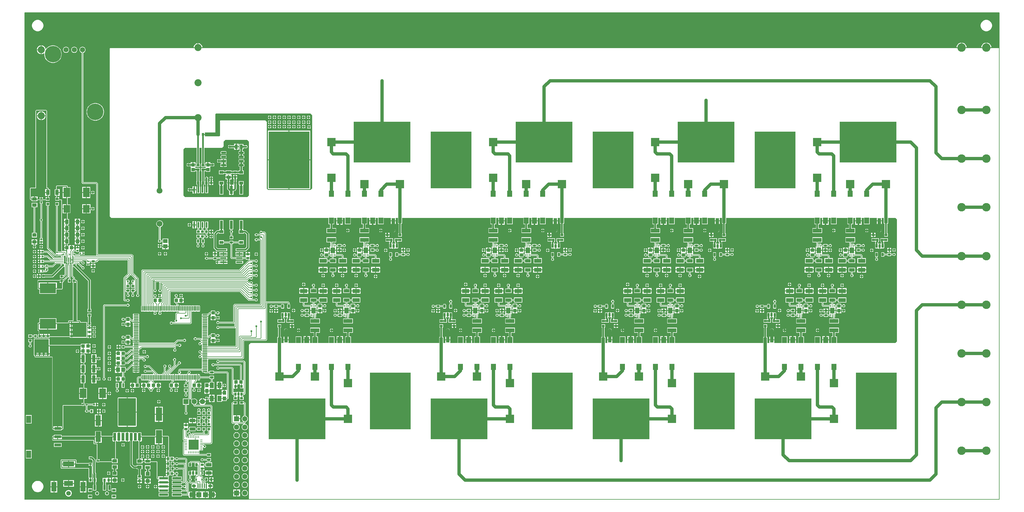
<source format=gtl>
G04*
G04 #@! TF.GenerationSoftware,Altium Limited,Altium Designer,24.3.1 (35)*
G04*
G04 Layer_Physical_Order=1*
G04 Layer_Color=255*
%FSLAX44Y44*%
%MOMM*%
G71*
G04*
G04 #@! TF.SameCoordinates,92BC9782-8992-42D9-9517-A00A7AE7D45C*
G04*
G04*
G04 #@! TF.FilePolarity,Positive*
G04*
G01*
G75*
%ADD11C,0.2000*%
%ADD14C,1.0000*%
%ADD18C,0.2540*%
%ADD19C,0.5000*%
%ADD27R,1.4500X0.9500*%
%ADD28R,1.3000X1.1500*%
%ADD29R,0.6480X0.5080*%
%ADD30R,1.6000X3.2000*%
G04:AMPARAMS|DCode=31|XSize=1.1mm|YSize=0.6mm|CornerRadius=0.051mm|HoleSize=0mm|Usage=FLASHONLY|Rotation=270.000|XOffset=0mm|YOffset=0mm|HoleType=Round|Shape=RoundedRectangle|*
%AMROUNDEDRECTD31*
21,1,1.1000,0.4980,0,0,270.0*
21,1,0.9980,0.6000,0,0,270.0*
1,1,0.1020,-0.2490,-0.4990*
1,1,0.1020,-0.2490,0.4990*
1,1,0.1020,0.2490,0.4990*
1,1,0.1020,0.2490,-0.4990*
%
%ADD31ROUNDEDRECTD31*%
%ADD32R,1.9000X4.1500*%
%ADD33R,0.9500X1.3500*%
%ADD34R,1.3500X0.9500*%
%ADD35R,0.6000X0.5000*%
%ADD36R,1.4500X1.0500*%
%ADD37R,1.3000X1.4500*%
%ADD38R,0.6811X0.5725*%
%ADD39R,0.2548X0.8080*%
%ADD40R,1.4478X1.7526*%
%ADD41R,0.6900X0.9900*%
%ADD42R,0.6500X0.9000*%
%ADD43R,0.9000X0.7500*%
%ADD44O,0.2000X0.7500*%
%ADD45O,0.7500X0.2000*%
%ADD46R,3.1300X3.1300*%
%ADD47R,0.5000X0.4750*%
%ADD48R,0.4725X0.5596*%
%ADD49R,0.5596X0.4725*%
%ADD50R,1.0000X1.0500*%
%ADD51R,1.5000X1.5500*%
%ADD52R,0.4000X1.3500*%
%ADD53R,1.0500X1.0000*%
%ADD54R,0.9000X0.7000*%
%ADD55R,1.7000X1.1000*%
%ADD56R,1.0000X0.7500*%
%ADD57R,0.7000X0.9000*%
%ADD58R,2.7900X0.7400*%
%ADD59R,0.8000X0.9500*%
%ADD60R,0.7110X0.8130*%
%ADD61R,0.7000X0.7000*%
%ADD62O,1.6500X0.3000*%
%ADD63O,0.3000X1.6500*%
%ADD64R,0.6500X0.7000*%
%ADD65R,0.6300X0.8300*%
G04:AMPARAMS|DCode=66|XSize=0.6mm|YSize=1.45mm|CornerRadius=0.051mm|HoleSize=0mm|Usage=FLASHONLY|Rotation=90.000|XOffset=0mm|YOffset=0mm|HoleType=Round|Shape=RoundedRectangle|*
%AMROUNDEDRECTD66*
21,1,0.6000,1.3480,0,0,90.0*
21,1,0.4980,1.4500,0,0,90.0*
1,1,0.1020,0.6740,0.2490*
1,1,0.1020,0.6740,-0.2490*
1,1,0.1020,-0.6740,-0.2490*
1,1,0.1020,-0.6740,0.2490*
%
%ADD66ROUNDEDRECTD66*%
%ADD67R,1.4500X1.3000*%
%ADD68R,0.7000X0.7000*%
%ADD69R,0.2540X0.6350*%
%ADD70R,0.4064X0.2286*%
%ADD71R,0.3556X0.2286*%
%ADD72R,0.4750X0.5000*%
%ADD73R,1.2192X0.9144*%
%ADD74R,1.9800X0.5300*%
%ADD75R,0.5588X1.7018*%
%ADD76R,0.8636X2.6162*%
%ADD77R,0.6000X0.5500*%
%ADD78R,0.5500X0.5500*%
%ADD79R,1.7121X1.0581*%
%ADD80R,1.1000X1.2500*%
%ADD81R,0.6000X0.6000*%
%ADD82R,2.0000X3.0000*%
%ADD83R,1.9900X2.3300*%
%ADD84R,1.2000X1.8000*%
%ADD85R,0.6000X1.2500*%
%ADD86R,1.5000X1.9000*%
%ADD87R,1.1000X2.2000*%
%ADD88R,2.5000X2.5000*%
%ADD89R,17.5000X12.5000*%
%ADD90R,12.5000X17.5000*%
%ADD91R,2.5000X2.5000*%
%ADD92R,2.2860X1.2700*%
%ADD93R,2.7000X1.2500*%
%ADD94R,0.8130X0.7110*%
%ADD95R,1.0160X1.5240*%
%ADD96R,1.1000X1.6500*%
%ADD97R,0.4000X0.5000*%
%ADD98R,0.5500X0.5500*%
%ADD99R,5.0038X3.0988*%
G04:AMPARAMS|DCode=100|XSize=5.35mm|YSize=8.54mm|CornerRadius=0.0535mm|HoleSize=0mm|Usage=FLASHONLY|Rotation=180.000|XOffset=0mm|YOffset=0mm|HoleType=Round|Shape=RoundedRectangle|*
%AMROUNDEDRECTD100*
21,1,5.3500,8.4330,0,0,180.0*
21,1,5.2430,8.5400,0,0,180.0*
1,1,0.1070,-2.6215,4.2165*
1,1,0.1070,2.6215,4.2165*
1,1,0.1070,2.6215,-4.2165*
1,1,0.1070,-2.6215,-4.2165*
%
%ADD100ROUNDEDRECTD100*%
G04:AMPARAMS|DCode=101|XSize=0.89mm|YSize=2.41mm|CornerRadius=0.049mm|HoleSize=0mm|Usage=FLASHONLY|Rotation=180.000|XOffset=0mm|YOffset=0mm|HoleType=Round|Shape=RoundedRectangle|*
%AMROUNDEDRECTD101*
21,1,0.8900,2.3121,0,0,180.0*
21,1,0.7921,2.4100,0,0,180.0*
1,1,0.0979,-0.3961,1.1561*
1,1,0.0979,0.3961,1.1561*
1,1,0.0979,0.3961,-1.1561*
1,1,0.0979,-0.3961,-1.1561*
%
%ADD101ROUNDEDRECTD101*%
%ADD102R,2.0800X0.8900*%
%ADD103R,1.5200X2.3250*%
%ADD104R,0.7000X1.5000*%
%ADD105R,1.0000X0.8000*%
%ADD106R,0.9500X0.8000*%
%ADD107R,1.2000X1.1000*%
%ADD108R,0.5000X0.4000*%
%ADD109R,1.1000X1.3500*%
%ADD110R,0.7000X0.6500*%
%ADD111R,1.2000X1.5500*%
%ADD112R,1.2000X1.5500*%
%ADD122R,4.2000X4.4840*%
%ADD123R,0.7500X0.6750*%
%ADD124R,4.4840X4.2000*%
%ADD125R,0.6750X0.7500*%
%ADD142R,0.3810X1.4224*%
%ADD143R,0.2540X0.6858*%
%ADD144R,0.6858X0.2540*%
%ADD145R,0.6096X0.2540*%
%ADD146R,0.2540X0.6096*%
%ADD180C,0.9000*%
%ADD186C,2.6000*%
%ADD187O,0.9000X1.5500*%
%ADD188O,1.2500X0.9500*%
%ADD189R,1.6000X1.6000*%
%ADD190C,1.6000*%
%ADD191R,1.6000X1.6000*%
%ADD192C,1.8000*%
%ADD193C,2.1800*%
%ADD194C,5.0800*%
%ADD195C,1.5800*%
%ADD196R,1.5000X3.0000*%
%ADD197C,1.4000*%
%ADD198R,3.5000X1.5000*%
%ADD199R,2.8000X1.5000*%
%ADD200C,0.6000*%
G36*
X3000000Y1390820D02*
X2975540D01*
Y1390830D01*
X2960000D01*
X2944460D01*
Y1390820D01*
X2899540D01*
Y1390830D01*
X2884000D01*
X2868460D01*
Y1390820D01*
X546970D01*
Y1390830D01*
X520090D01*
Y1390820D01*
X262930D01*
X261930Y1389820D01*
Y872770D01*
X266930Y867770D01*
X934761D01*
Y847540D01*
X939682D01*
Y836290D01*
X928760D01*
Y820790D01*
X958760D01*
Y836290D01*
X947839D01*
Y847540D01*
X952761D01*
Y867770D01*
X959121D01*
Y859810D01*
X969161D01*
X979201D01*
Y867770D01*
X985561D01*
Y847540D01*
X1003561D01*
Y867770D01*
X1036360D01*
Y847540D01*
X1041282D01*
Y836290D01*
X1030361D01*
Y820790D01*
X1060361D01*
Y836290D01*
X1049439D01*
Y847540D01*
X1054360D01*
Y867770D01*
X1060720D01*
Y859810D01*
X1070760D01*
X1080800D01*
Y867770D01*
X1087160D01*
Y847540D01*
X1105160D01*
Y867770D01*
X1127421D01*
Y859810D01*
X1142661D01*
Y867770D01*
X1147556D01*
X1148781Y867660D01*
Y849420D01*
X1151282D01*
Y820335D01*
X1149796D01*
Y810225D01*
X1160926D01*
Y820335D01*
X1159439D01*
Y849420D01*
X1161941D01*
Y867660D01*
X1163165Y867770D01*
X1433401D01*
Y847540D01*
X1438322D01*
Y836290D01*
X1427400D01*
Y820790D01*
X1457400D01*
Y836290D01*
X1446479D01*
Y847540D01*
X1451401D01*
Y867770D01*
X1457761D01*
Y859810D01*
X1467801D01*
X1477841D01*
Y867770D01*
X1484201D01*
Y847540D01*
X1502201D01*
Y867770D01*
X1535000D01*
Y847540D01*
X1539922D01*
Y836290D01*
X1529001D01*
Y820790D01*
X1559001D01*
Y836290D01*
X1548079D01*
Y847540D01*
X1553000D01*
Y867770D01*
X1559360D01*
Y859810D01*
X1569400D01*
X1579440D01*
Y867770D01*
X1585800D01*
Y847540D01*
X1603800D01*
Y867770D01*
X1626061D01*
Y859809D01*
X1641301D01*
Y867770D01*
X1646196D01*
X1647421Y867659D01*
Y849419D01*
X1649922D01*
Y820335D01*
X1648436D01*
Y810225D01*
X1659566D01*
Y820335D01*
X1658079D01*
Y849419D01*
X1660580D01*
Y867659D01*
X1661805Y867770D01*
X1932041D01*
Y847540D01*
X1936962D01*
Y836290D01*
X1926041D01*
Y820790D01*
X1956041D01*
Y836290D01*
X1945119D01*
Y847540D01*
X1950041D01*
Y867770D01*
X1956401D01*
Y859810D01*
X1966441D01*
X1976481D01*
Y867770D01*
X1982841D01*
Y847540D01*
X2000841D01*
Y867770D01*
X2033641D01*
Y847540D01*
X2038562D01*
Y836290D01*
X2027641D01*
Y820790D01*
X2057641D01*
Y836290D01*
X2046719D01*
Y847540D01*
X2051641D01*
Y867770D01*
X2058001D01*
Y859810D01*
X2068041D01*
X2078081D01*
Y867770D01*
X2084441D01*
Y847540D01*
X2102441D01*
Y867770D01*
X2124701D01*
Y859810D01*
X2139941D01*
Y867770D01*
X2144836D01*
X2146061Y867660D01*
Y849420D01*
X2148562D01*
Y820335D01*
X2147076D01*
Y810225D01*
X2158206D01*
Y820335D01*
X2156719D01*
Y849420D01*
X2159221D01*
Y867660D01*
X2160445Y867770D01*
X2430680D01*
Y847540D01*
X2435602D01*
Y836290D01*
X2424680D01*
Y820790D01*
X2454680D01*
Y836290D01*
X2443758D01*
Y847540D01*
X2448680D01*
Y867770D01*
X2455040D01*
Y859810D01*
X2465080D01*
X2475120D01*
Y867770D01*
X2481480D01*
Y847540D01*
X2499480D01*
Y867770D01*
X2532280D01*
Y847540D01*
X2537202D01*
Y836290D01*
X2526280D01*
Y820790D01*
X2556280D01*
Y836290D01*
X2545359D01*
Y847540D01*
X2550280D01*
Y867770D01*
X2556640D01*
Y859810D01*
X2566680D01*
X2576720D01*
Y867770D01*
X2583080D01*
Y847540D01*
X2601080D01*
Y867770D01*
X2623340D01*
Y859810D01*
X2638580D01*
Y867770D01*
X2643476D01*
X2644700Y867660D01*
Y849420D01*
X2647202D01*
Y820335D01*
X2645715D01*
Y810225D01*
X2656845D01*
Y820335D01*
X2655359D01*
Y849420D01*
X2657860D01*
Y867660D01*
X2659084Y867770D01*
X2679800D01*
X2684800Y862770D01*
Y486760D01*
X2679800Y481758D01*
X2500280D01*
Y502460D01*
X2495358D01*
Y513710D01*
X2506280D01*
Y529210D01*
X2476280D01*
Y513710D01*
X2487202D01*
Y502460D01*
X2482280D01*
Y481758D01*
X2475920D01*
Y490190D01*
X2465880D01*
Y491460D01*
D01*
Y490190D01*
X2455840D01*
Y481758D01*
X2449480D01*
Y502460D01*
X2431480D01*
Y481758D01*
X2398680D01*
Y502460D01*
X2393758D01*
Y513710D01*
X2404680D01*
Y529210D01*
X2374680D01*
Y513710D01*
X2385601D01*
Y502460D01*
X2380680D01*
Y481758D01*
X2374320D01*
Y490190D01*
X2364280D01*
X2354240D01*
Y481758D01*
X2347880D01*
Y502460D01*
X2329880D01*
Y481758D01*
X2307620D01*
Y490190D01*
X2300000D01*
X2292380D01*
Y481758D01*
X2287289D01*
X2286260Y482340D01*
Y500580D01*
X2283758D01*
Y529665D01*
X2285245D01*
Y539775D01*
X2274115D01*
Y529665D01*
X2275601D01*
Y500580D01*
X2273100D01*
Y482340D01*
X2272071Y481758D01*
X2001640D01*
Y502460D01*
X1996718D01*
Y513710D01*
X2007640D01*
Y529210D01*
X1977640D01*
Y513710D01*
X1988562D01*
Y502460D01*
X1983640D01*
Y481758D01*
X1977280D01*
Y490190D01*
X1967240D01*
X1957200D01*
Y481758D01*
X1950840D01*
Y502460D01*
X1932840D01*
Y481758D01*
X1900040D01*
Y502460D01*
X1895118D01*
Y513710D01*
X1906040D01*
Y529210D01*
X1876040D01*
Y513710D01*
X1886962D01*
Y502460D01*
X1882040D01*
Y481758D01*
X1875680D01*
Y490190D01*
X1865640D01*
X1855600D01*
Y481758D01*
X1849240D01*
Y502460D01*
X1831240D01*
Y481758D01*
X1808980D01*
Y490190D01*
X1801360D01*
X1793740D01*
Y481758D01*
X1788649D01*
X1787620Y482340D01*
Y500580D01*
X1785118D01*
Y529665D01*
X1786605D01*
Y539775D01*
X1775475D01*
Y529665D01*
X1776962D01*
Y500580D01*
X1774460D01*
Y482340D01*
X1773431Y481758D01*
X1503000D01*
Y502460D01*
X1498078D01*
Y513710D01*
X1509000D01*
Y529210D01*
X1479000D01*
Y513710D01*
X1489922D01*
Y502460D01*
X1485000D01*
Y481758D01*
X1478640D01*
Y490190D01*
X1468600D01*
X1458560D01*
Y481758D01*
X1452200D01*
Y502460D01*
X1434200D01*
Y481758D01*
X1401400D01*
Y502460D01*
X1396478D01*
Y513710D01*
X1407400D01*
Y529210D01*
X1377400D01*
Y513710D01*
X1388321D01*
Y502460D01*
X1383400D01*
Y481758D01*
X1377040D01*
Y490190D01*
X1367000D01*
X1356960D01*
Y481758D01*
X1350600D01*
Y502460D01*
X1332600D01*
Y481758D01*
X1310340D01*
Y490190D01*
X1302720D01*
X1295100D01*
Y481758D01*
X1290009D01*
X1288980Y482340D01*
Y500580D01*
X1286478D01*
Y529665D01*
X1287965D01*
Y539775D01*
X1276835D01*
Y529665D01*
X1278321D01*
Y500580D01*
X1275820D01*
Y482340D01*
X1274791Y481758D01*
X1004360D01*
Y502460D01*
X999439D01*
Y513710D01*
X1010360D01*
Y529210D01*
X980360D01*
Y513710D01*
X991282D01*
Y502460D01*
X986360D01*
Y481758D01*
X980000D01*
Y490190D01*
X969960D01*
X959920D01*
Y481758D01*
X953560D01*
Y502460D01*
X935560D01*
Y481758D01*
X902760D01*
Y502460D01*
X897839D01*
Y513710D01*
X908760D01*
Y529210D01*
X878760D01*
Y513710D01*
X889682D01*
Y502460D01*
X884761D01*
Y481758D01*
X878400D01*
Y490190D01*
X868361D01*
X858321D01*
Y481758D01*
X851961D01*
Y502460D01*
X833961D01*
Y481758D01*
X811700D01*
Y490190D01*
X804080D01*
X796460D01*
Y481758D01*
X791369D01*
X790340Y482340D01*
Y500580D01*
X787839D01*
Y529665D01*
X789325D01*
Y539775D01*
X778195D01*
Y529665D01*
X779682D01*
Y500580D01*
X777180D01*
Y482340D01*
X776151Y481758D01*
X695240D01*
X690240Y476760D01*
Y0D01*
X0D01*
Y1500000D01*
X3000000D01*
Y1390820D01*
D02*
G37*
G36*
X690160Y1102660D02*
Y937040D01*
X685240Y932120D01*
X493210D01*
X488290Y937040D01*
Y1078250D01*
X493210Y1083170D01*
X529452D01*
Y1035150D01*
X527530D01*
Y1025150D01*
X539530D01*
Y1035150D01*
X537608D01*
Y1083170D01*
X544692D01*
Y1035150D01*
X542770D01*
Y1025150D01*
X554770D01*
Y1035150D01*
X552848D01*
Y1083170D01*
X607246D01*
X612150Y1088074D01*
Y1102660D01*
X617438Y1107948D01*
X685240D01*
X690160Y1102660D01*
D02*
G37*
G36*
X885000Y1183740D02*
X885000Y959001D01*
X879798Y953799D01*
X749032D01*
X745210Y957620D01*
Y1163710D01*
X741260Y1167660D01*
X602460D01*
X601070Y1166270D01*
Y1121111D01*
X598820Y1118861D01*
X554865D01*
Y1123430D01*
X548770D01*
Y1125970D01*
X554865D01*
Y1131040D01*
X586290D01*
X587120Y1131870D01*
Y1187125D01*
X588735Y1188740D01*
X880000D01*
X885000Y1183740D01*
D02*
G37*
%LPC*%
G36*
X2961724Y1477500D02*
X2958276D01*
X2954895Y1476828D01*
X2951711Y1475508D01*
X2948844Y1473593D01*
X2946407Y1471156D01*
X2944492Y1468289D01*
X2943173Y1465105D01*
X2942500Y1461724D01*
Y1458276D01*
X2943173Y1454895D01*
X2944492Y1451711D01*
X2946407Y1448844D01*
X2948844Y1446407D01*
X2951711Y1444492D01*
X2954895Y1443172D01*
X2958276Y1442500D01*
X2961724D01*
X2965105Y1443172D01*
X2968289Y1444492D01*
X2971156Y1446407D01*
X2973593Y1448844D01*
X2975508Y1451711D01*
X2976827Y1454895D01*
X2977500Y1458276D01*
Y1461724D01*
X2976827Y1465105D01*
X2975508Y1468289D01*
X2973593Y1471156D01*
X2971156Y1473593D01*
X2968289Y1475508D01*
X2965105Y1476828D01*
X2961724Y1477500D01*
D02*
G37*
G36*
X41724D02*
X38276D01*
X34895Y1476828D01*
X31711Y1475508D01*
X28844Y1473593D01*
X26407Y1471156D01*
X24492Y1468289D01*
X23173Y1465105D01*
X22500Y1461724D01*
Y1458276D01*
X23173Y1454895D01*
X24492Y1451711D01*
X26407Y1448844D01*
X28844Y1446407D01*
X31711Y1444492D01*
X34895Y1443172D01*
X38276Y1442500D01*
X41724D01*
X45105Y1443172D01*
X48289Y1444492D01*
X51156Y1446407D01*
X53593Y1448844D01*
X55508Y1451711D01*
X56828Y1454895D01*
X57500Y1458276D01*
Y1461724D01*
X56828Y1465105D01*
X55508Y1468289D01*
X53593Y1471156D01*
X51156Y1473593D01*
X48289Y1475508D01*
X45105Y1476828D01*
X41724Y1477500D01*
D02*
G37*
G36*
X2961530Y1407640D02*
X2961270D01*
Y1393370D01*
X2975540D01*
Y1393631D01*
X2974943Y1396633D01*
X2973771Y1399461D01*
X2972071Y1402006D01*
X2969906Y1404171D01*
X2967361Y1405871D01*
X2964533Y1407043D01*
X2961530Y1407640D01*
D02*
G37*
G36*
X2885531D02*
X2885270D01*
Y1393370D01*
X2899540D01*
Y1393631D01*
X2898943Y1396633D01*
X2897771Y1399461D01*
X2896071Y1402006D01*
X2893906Y1404171D01*
X2891361Y1405871D01*
X2888533Y1407043D01*
X2885531Y1407640D01*
D02*
G37*
G36*
X2882730D02*
X2882469D01*
X2879467Y1407043D01*
X2876639Y1405871D01*
X2874094Y1404171D01*
X2871929Y1402006D01*
X2870229Y1399461D01*
X2869057Y1396633D01*
X2868460Y1393631D01*
Y1393370D01*
X2882730D01*
Y1407640D01*
D02*
G37*
G36*
X2958730D02*
X2958470D01*
X2955467Y1407043D01*
X2952639Y1405871D01*
X2950094Y1404171D01*
X2947929Y1402006D01*
X2946229Y1399461D01*
X2945057Y1396633D01*
X2944460Y1393631D01*
Y1393370D01*
X2958730D01*
Y1407640D01*
D02*
G37*
G36*
X535299Y1405540D02*
X534800D01*
Y1393370D01*
X546970D01*
Y1393869D01*
X546054Y1397288D01*
X544284Y1400352D01*
X541782Y1402855D01*
X538717Y1404624D01*
X535299Y1405540D01*
D02*
G37*
G36*
X532260D02*
X531760D01*
X528342Y1404624D01*
X525277Y1402855D01*
X522775Y1400352D01*
X521006Y1397288D01*
X520090Y1393869D01*
Y1393370D01*
X532260D01*
Y1405540D01*
D02*
G37*
G36*
X89047Y1398900D02*
X84813D01*
X80631Y1398237D01*
X76604Y1396929D01*
X72831Y1395007D01*
X69405Y1392518D01*
X66411Y1389524D01*
X65419Y1388159D01*
X64036Y1388415D01*
X63454Y1390588D01*
X61684Y1393652D01*
X59182Y1396155D01*
X56117Y1397924D01*
X52699Y1398840D01*
X52200D01*
Y1385400D01*
Y1371960D01*
X52699D01*
X56117Y1372876D01*
X58792Y1374420D01*
X59199Y1374320D01*
X59831Y1373941D01*
X60030Y1373726D01*
Y1369883D01*
X60692Y1365701D01*
X62000Y1361674D01*
X63923Y1357901D01*
X66411Y1354476D01*
X69405Y1351482D01*
X72831Y1348993D01*
X76604Y1347071D01*
X80631Y1345762D01*
X84813Y1345100D01*
X89047D01*
X93229Y1345762D01*
X97256Y1347071D01*
X101028Y1348993D01*
X104454Y1351482D01*
X107448Y1354476D01*
X109937Y1357901D01*
X111859Y1361674D01*
X113167Y1365701D01*
X113830Y1369883D01*
Y1374117D01*
X113167Y1378299D01*
X111859Y1382326D01*
X109937Y1386099D01*
X107448Y1389524D01*
X104454Y1392518D01*
X101028Y1395007D01*
X97256Y1396929D01*
X93229Y1398237D01*
X89047Y1398900D01*
D02*
G37*
G36*
X49660Y1398840D02*
X49160D01*
X45742Y1397924D01*
X42677Y1396155D01*
X40175Y1393652D01*
X38406Y1390588D01*
X37490Y1387169D01*
Y1386670D01*
X49660D01*
Y1398840D01*
D02*
G37*
G36*
X153767Y1394800D02*
X151292D01*
X148901Y1394159D01*
X146758Y1392922D01*
X145008Y1391172D01*
X143770Y1389028D01*
X143130Y1386638D01*
Y1384162D01*
X143770Y1381772D01*
X145008Y1379628D01*
X146758Y1377878D01*
X148901Y1376641D01*
X151292Y1376000D01*
X153767D01*
X156158Y1376641D01*
X158301Y1377878D01*
X160051Y1379628D01*
X161289Y1381772D01*
X161930Y1384162D01*
Y1386638D01*
X161289Y1389028D01*
X160051Y1391172D01*
X158301Y1392922D01*
X156158Y1394159D01*
X153767Y1394800D01*
D02*
G37*
G36*
X128367D02*
X125892D01*
X123501Y1394159D01*
X121358Y1392922D01*
X119608Y1391172D01*
X118370Y1389028D01*
X117730Y1386638D01*
Y1384162D01*
X118370Y1381772D01*
X119608Y1379628D01*
X121358Y1377878D01*
X123501Y1376641D01*
X125892Y1376000D01*
X128367D01*
X130758Y1376641D01*
X132901Y1377878D01*
X134651Y1379628D01*
X135889Y1381772D01*
X136530Y1384162D01*
Y1386638D01*
X135889Y1389028D01*
X134651Y1391172D01*
X132901Y1392922D01*
X130758Y1394159D01*
X128367Y1394800D01*
D02*
G37*
G36*
X49660Y1384130D02*
X37490D01*
Y1383631D01*
X38406Y1380212D01*
X40175Y1377148D01*
X42677Y1374645D01*
X45742Y1372876D01*
X49160Y1371960D01*
X49660D01*
Y1384130D01*
D02*
G37*
G36*
X219277Y1221100D02*
X215043D01*
X210861Y1220437D01*
X206834Y1219129D01*
X203061Y1217207D01*
X199636Y1214718D01*
X196642Y1211724D01*
X194153Y1208299D01*
X192231Y1204526D01*
X190922Y1200499D01*
X190260Y1196317D01*
Y1192083D01*
X190922Y1187901D01*
X192231Y1183874D01*
X194153Y1180101D01*
X196642Y1176676D01*
X199636Y1173682D01*
X203061Y1171193D01*
X206834Y1169271D01*
X210861Y1167962D01*
X215043Y1167300D01*
X219277D01*
X223459Y1167962D01*
X227486Y1169271D01*
X231259Y1171193D01*
X234684Y1173682D01*
X237678Y1176676D01*
X240167Y1180101D01*
X242089Y1183874D01*
X243398Y1187901D01*
X244060Y1192083D01*
Y1196317D01*
X243398Y1200499D01*
X242089Y1204526D01*
X240167Y1208299D01*
X237678Y1211724D01*
X234684Y1214718D01*
X231259Y1217207D01*
X227486Y1219129D01*
X223459Y1220437D01*
X219277Y1221100D01*
D02*
G37*
G36*
X210970Y951170D02*
Y946970D01*
X215170D01*
X214397Y948838D01*
X212838Y950397D01*
X210970Y951170D01*
D02*
G37*
G36*
X208430D02*
X206562Y950397D01*
X205003Y948838D01*
X204230Y946970D01*
X208430D01*
Y951170D01*
D02*
G37*
G36*
X202040Y963240D02*
X190770D01*
Y946970D01*
X202040D01*
Y963240D01*
D02*
G37*
G36*
X188230D02*
X176960D01*
Y946970D01*
X188230D01*
Y963240D01*
D02*
G37*
G36*
X215170Y944430D02*
X210970D01*
Y940230D01*
X212838Y941003D01*
X214397Y942562D01*
X215170Y944430D01*
D02*
G37*
G36*
X208430D02*
X204230D01*
X205003Y942562D01*
X206562Y941003D01*
X208430Y940230D01*
Y944430D01*
D02*
G37*
G36*
X202040Y944430D02*
X190770D01*
Y928160D01*
X202040D01*
Y944430D01*
D02*
G37*
G36*
X188230D02*
X176960D01*
Y928160D01*
X188230D01*
Y944430D01*
D02*
G37*
G36*
X65910Y1199804D02*
X35950D01*
X34802Y1199328D01*
X33802Y1198328D01*
X33326Y1197180D01*
Y960703D01*
X33277Y960654D01*
X18670D01*
X17522Y960178D01*
X16522Y959178D01*
X16046Y958030D01*
Y925420D01*
X16522Y924272D01*
X17522Y923272D01*
X18670Y922796D01*
X20210D01*
X21250Y922163D01*
Y918950D01*
X38750D01*
Y922163D01*
X39790Y922796D01*
X45890D01*
X46930Y922156D01*
Y921830D01*
X54930D01*
Y922156D01*
X55970Y922796D01*
X64395D01*
X65435Y922163D01*
Y920645D01*
X76565D01*
Y930755D01*
X74537D01*
X73904Y931795D01*
Y934910D01*
X74537Y935950D01*
X78000D01*
Y955450D01*
X74537D01*
X73904Y956490D01*
Y958030D01*
X73428Y959178D01*
X72428Y960178D01*
X71280Y960654D01*
X68583D01*
X68534Y960703D01*
Y1197180D01*
X68058Y1198328D01*
X67058Y1199328D01*
X65910Y1199804D01*
D02*
G37*
G36*
X202190Y909890D02*
X190970D01*
Y896970D01*
X202190D01*
Y909890D01*
D02*
G37*
G36*
X210970Y901170D02*
Y896970D01*
X215170D01*
X214397Y898838D01*
X212838Y900397D01*
X210970Y901170D01*
D02*
G37*
G36*
X208430D02*
X206562Y900397D01*
X205003Y898838D01*
X204230Y896970D01*
X208430D01*
Y901170D01*
D02*
G37*
G36*
X188430Y909890D02*
X177210D01*
Y896970D01*
X188430D01*
Y909890D01*
D02*
G37*
G36*
X215170Y894430D02*
X210970D01*
Y890230D01*
X212838Y891003D01*
X214397Y892562D01*
X215170Y894430D01*
D02*
G37*
G36*
X208430D02*
X204230D01*
X205003Y892562D01*
X206562Y891003D01*
X208430Y890230D01*
Y894430D01*
D02*
G37*
G36*
X202190D02*
X190970D01*
Y881510D01*
X202190D01*
Y894430D01*
D02*
G37*
G36*
X188430D02*
X177210D01*
Y881510D01*
X188430D01*
Y894430D01*
D02*
G37*
G36*
X170540Y864990D02*
X163770D01*
Y856970D01*
X170540D01*
Y864990D01*
D02*
G37*
G36*
X161230D02*
X154460D01*
Y856970D01*
X161230D01*
Y864990D01*
D02*
G37*
G36*
X180820Y861170D02*
Y856970D01*
X185020D01*
X184247Y858838D01*
X182688Y860397D01*
X180820Y861170D01*
D02*
G37*
G36*
X178280D02*
X176412Y860397D01*
X174853Y858838D01*
X174080Y856970D01*
X178280D01*
Y861170D01*
D02*
G37*
G36*
X185020Y854430D02*
X180820D01*
Y850230D01*
X182688Y851003D01*
X184247Y852562D01*
X185020Y854430D01*
D02*
G37*
G36*
X178280D02*
X174080D01*
X174853Y852562D01*
X176412Y851003D01*
X178280Y850230D01*
Y854430D01*
D02*
G37*
G36*
X2638580Y857270D02*
X2632230D01*
Y848380D01*
X2638580D01*
Y857270D01*
D02*
G37*
G36*
X2629690D02*
X2623340D01*
Y848380D01*
X2629690D01*
Y857270D01*
D02*
G37*
G36*
X2139941D02*
X2133591D01*
Y848380D01*
X2139941D01*
Y857270D01*
D02*
G37*
G36*
X2131051D02*
X2124701D01*
Y848380D01*
X2131051D01*
Y857270D01*
D02*
G37*
G36*
X1142661D02*
X1136311D01*
Y848380D01*
X1142661D01*
Y857270D01*
D02*
G37*
G36*
X1133771D02*
X1127421D01*
Y848380D01*
X1133771D01*
Y857270D01*
D02*
G37*
G36*
X1641301Y857269D02*
X1634951D01*
Y848379D01*
X1641301D01*
Y857269D01*
D02*
G37*
G36*
X1632411D02*
X1626061D01*
Y848379D01*
X1632411D01*
Y857269D01*
D02*
G37*
G36*
X527434Y857241D02*
X523370D01*
Y847462D01*
X527434D01*
Y857241D01*
D02*
G37*
G36*
X520830D02*
X516766D01*
Y847462D01*
X520830D01*
Y857241D01*
D02*
G37*
G36*
X508370Y851660D02*
Y847460D01*
X512570D01*
X511797Y849328D01*
X510238Y850887D01*
X508370Y851660D01*
D02*
G37*
G36*
X505830D02*
X503962Y850887D01*
X502403Y849328D01*
X501630Y847460D01*
X505830D01*
Y851660D01*
D02*
G37*
G36*
X2576720Y857270D02*
X2567950D01*
Y846500D01*
X2576720D01*
Y857270D01*
D02*
G37*
G36*
X2565410D02*
X2556640D01*
Y846500D01*
X2565410D01*
Y857270D01*
D02*
G37*
G36*
X2078081D02*
X2069311D01*
Y846500D01*
X2078081D01*
Y857270D01*
D02*
G37*
G36*
X2066771D02*
X2058001D01*
Y846500D01*
X2066771D01*
Y857270D01*
D02*
G37*
G36*
X1080800Y857270D02*
X1072030D01*
Y846500D01*
X1080800D01*
Y857270D01*
D02*
G37*
G36*
X1069490D02*
X1060720D01*
Y846500D01*
X1069490D01*
Y857270D01*
D02*
G37*
G36*
X2475120Y857270D02*
X2466350D01*
Y846500D01*
X2475120D01*
Y857270D01*
D02*
G37*
G36*
X2463810D02*
X2455040D01*
Y846500D01*
X2463810D01*
Y857270D01*
D02*
G37*
G36*
X1976481D02*
X1967711D01*
Y846500D01*
X1976481D01*
Y857270D01*
D02*
G37*
G36*
X1965171D02*
X1956401D01*
Y846500D01*
X1965171D01*
Y857270D01*
D02*
G37*
G36*
X979201Y857270D02*
X970431D01*
Y846500D01*
X979201D01*
Y857270D01*
D02*
G37*
G36*
X967891D02*
X959121D01*
Y846500D01*
X967891D01*
Y857270D01*
D02*
G37*
G36*
X1579440Y857270D02*
X1570670D01*
Y846500D01*
X1579440D01*
Y857270D01*
D02*
G37*
G36*
X1568130D02*
X1559360D01*
Y846500D01*
X1568130D01*
Y857270D01*
D02*
G37*
G36*
X1477841Y857270D02*
X1469071D01*
Y846499D01*
X1477841D01*
Y857270D01*
D02*
G37*
G36*
X1466531D02*
X1457761D01*
Y846499D01*
X1466531D01*
Y857270D01*
D02*
G37*
G36*
X170540Y854430D02*
X163770D01*
Y846410D01*
X170540D01*
Y854430D01*
D02*
G37*
G36*
X161230D02*
X154460D01*
Y846410D01*
X161230D01*
Y854430D01*
D02*
G37*
G36*
X512570Y844920D02*
X508370D01*
Y840720D01*
X510238Y841493D01*
X511797Y843052D01*
X512570Y844920D01*
D02*
G37*
G36*
X505830D02*
X501630D01*
X502403Y843052D01*
X503962Y841493D01*
X505830Y840720D01*
Y844920D01*
D02*
G37*
G36*
X170540Y844990D02*
X163770D01*
Y836970D01*
X170540D01*
Y844990D01*
D02*
G37*
G36*
X161230D02*
X154460D01*
Y836970D01*
X161230D01*
Y844990D01*
D02*
G37*
G36*
X180820Y841170D02*
Y836970D01*
X185020D01*
X184247Y838838D01*
X182688Y840397D01*
X180820Y841170D01*
D02*
G37*
G36*
X178280D02*
X176412Y840397D01*
X174853Y838838D01*
X174080Y836970D01*
X178280D01*
Y841170D01*
D02*
G37*
G36*
X527434Y844922D02*
X523370D01*
Y835143D01*
X527434D01*
Y844922D01*
D02*
G37*
G36*
X520830D02*
X516766D01*
Y835143D01*
X520830D01*
Y844922D01*
D02*
G37*
G36*
X185020Y834430D02*
X180820D01*
Y830230D01*
X182688Y831003D01*
X184247Y832562D01*
X185020Y834430D01*
D02*
G37*
G36*
X178280D02*
X174080D01*
X174853Y832562D01*
X176412Y831003D01*
X178280Y830230D01*
Y834430D01*
D02*
G37*
G36*
X551794Y856201D02*
X543206D01*
Y836183D01*
X544951D01*
Y830968D01*
X544053Y830070D01*
X541150Y830070D01*
X540230Y830070D01*
X537349D01*
Y836183D01*
X539094D01*
Y856201D01*
X530506D01*
Y836183D01*
X532251D01*
Y830070D01*
X528800D01*
Y820070D01*
X540230D01*
X541150Y820070D01*
X542070Y820070D01*
X553500D01*
Y830070D01*
X550049D01*
Y836183D01*
X551794D01*
Y856201D01*
D02*
G37*
G36*
X2133591Y834200D02*
Y830000D01*
X2137792D01*
X2137018Y831868D01*
X2135459Y833427D01*
X2133591Y834200D01*
D02*
G37*
G36*
X2131051D02*
X2129183Y833427D01*
X2127625Y831868D01*
X2126851Y830000D01*
X2131051D01*
Y834200D01*
D02*
G37*
G36*
X1634951D02*
Y830000D01*
X1639151D01*
X1638378Y831868D01*
X1636819Y833427D01*
X1634951Y834200D01*
D02*
G37*
G36*
X1632411D02*
X1630543Y833427D01*
X1628984Y831868D01*
X1628211Y830000D01*
X1632411D01*
Y834200D01*
D02*
G37*
G36*
X1136311D02*
Y830000D01*
X1140511D01*
X1139737Y831868D01*
X1138179Y833427D01*
X1136311Y834200D01*
D02*
G37*
G36*
X1133771D02*
X1131903Y833427D01*
X1130344Y831868D01*
X1129570Y830000D01*
X1133771D01*
Y834200D01*
D02*
G37*
G36*
X2593351Y834010D02*
Y829810D01*
X2597551D01*
X2596777Y831678D01*
X2595219Y833237D01*
X2593351Y834010D01*
D02*
G37*
G36*
X2590811D02*
X2588942Y833237D01*
X2587384Y831678D01*
X2586610Y829810D01*
X2590811D01*
Y834010D01*
D02*
G37*
G36*
X2491751D02*
Y829810D01*
X2495951D01*
X2495177Y831678D01*
X2493619Y833237D01*
X2491751Y834010D01*
D02*
G37*
G36*
X2489211D02*
X2487342Y833237D01*
X2485784Y831678D01*
X2485010Y829810D01*
X2489211D01*
Y834010D01*
D02*
G37*
G36*
X2094711D02*
Y829810D01*
X2098912D01*
X2098138Y831678D01*
X2096579Y833237D01*
X2094711Y834010D01*
D02*
G37*
G36*
X2092171D02*
X2090303Y833237D01*
X2088745Y831678D01*
X2087971Y829810D01*
X2092171D01*
Y834010D01*
D02*
G37*
G36*
X1993111D02*
Y829810D01*
X1997312D01*
X1996538Y831678D01*
X1994979Y833237D01*
X1993111Y834010D01*
D02*
G37*
G36*
X1990571D02*
X1988703Y833237D01*
X1987145Y831678D01*
X1986371Y829810D01*
X1990571D01*
Y834010D01*
D02*
G37*
G36*
X1596071D02*
Y829810D01*
X1600271D01*
X1599498Y831678D01*
X1597939Y833237D01*
X1596071Y834010D01*
D02*
G37*
G36*
X1593531D02*
X1591663Y833237D01*
X1590104Y831678D01*
X1589331Y829810D01*
X1593531D01*
Y834010D01*
D02*
G37*
G36*
X1494471D02*
Y829810D01*
X1498671D01*
X1497898Y831678D01*
X1496339Y833237D01*
X1494471Y834010D01*
D02*
G37*
G36*
X1491931D02*
X1490063Y833237D01*
X1488504Y831678D01*
X1487731Y829810D01*
X1491931D01*
Y834010D01*
D02*
G37*
G36*
X1097431D02*
Y829810D01*
X1101631D01*
X1100857Y831678D01*
X1099299Y833237D01*
X1097431Y834010D01*
D02*
G37*
G36*
X1094891D02*
X1093023Y833237D01*
X1091464Y831678D01*
X1090691Y829810D01*
X1094891D01*
Y834010D01*
D02*
G37*
G36*
X995831D02*
Y829810D01*
X1000031D01*
X999258Y831678D01*
X997699Y833237D01*
X995831Y834010D01*
D02*
G37*
G36*
X993291D02*
X991423Y833237D01*
X989864Y831678D01*
X989090Y829810D01*
X993291D01*
Y834010D01*
D02*
G37*
G36*
X2632231Y834010D02*
Y829810D01*
X2636431D01*
X2635657Y831678D01*
X2634099Y833237D01*
X2632231Y834010D01*
D02*
G37*
G36*
X2629691D02*
X2627823Y833237D01*
X2626264Y831678D01*
X2625490Y829810D01*
X2629691D01*
Y834010D01*
D02*
G37*
G36*
X611468Y860646D02*
X599832D01*
Y831484D01*
X598702Y831145D01*
X598054D01*
Y828898D01*
X592720D01*
X592720Y828898D01*
X591159Y828588D01*
X589836Y827704D01*
X589836Y827704D01*
X582766Y820634D01*
X581882Y819311D01*
X581572Y817750D01*
X581572Y817750D01*
Y776120D01*
X581572Y776120D01*
X581882Y774559D01*
X582766Y773236D01*
X589836Y766166D01*
X589836Y766166D01*
X591159Y765282D01*
X592720Y764972D01*
X592720Y764972D01*
X600100D01*
Y764900D01*
X622900D01*
Y773200D01*
X600100D01*
Y773128D01*
X594409D01*
X589728Y777809D01*
Y816061D01*
X594409Y820742D01*
X598054D01*
Y819001D01*
X613246D01*
Y831145D01*
X612597D01*
X611468Y831484D01*
Y860646D01*
D02*
G37*
G36*
X170540Y834430D02*
X163770D01*
Y826410D01*
X170540D01*
Y834430D01*
D02*
G37*
G36*
X161230D02*
X154460D01*
Y826410D01*
X161230D01*
Y834430D01*
D02*
G37*
G36*
X580240Y831110D02*
X575470D01*
Y826340D01*
X580240D01*
Y831110D01*
D02*
G37*
G36*
X572930D02*
X568160D01*
Y826340D01*
X572930D01*
Y831110D01*
D02*
G37*
G36*
X2137792Y827460D02*
X2133591D01*
Y823260D01*
X2135459Y824033D01*
X2137018Y825592D01*
X2137792Y827460D01*
D02*
G37*
G36*
X2131051D02*
X2126851D01*
X2127625Y825592D01*
X2129183Y824033D01*
X2131051Y823260D01*
Y827460D01*
D02*
G37*
G36*
X1639151D02*
X1634951D01*
Y823260D01*
X1636819Y824033D01*
X1638378Y825592D01*
X1639151Y827460D01*
D02*
G37*
G36*
X1632411D02*
X1628211D01*
X1628984Y825592D01*
X1630543Y824033D01*
X1632411Y823260D01*
Y827460D01*
D02*
G37*
G36*
X1140511D02*
X1136311D01*
Y823260D01*
X1138179Y824033D01*
X1139737Y825592D01*
X1140511Y827460D01*
D02*
G37*
G36*
X1133771D02*
X1129570D01*
X1130344Y825592D01*
X1131903Y824033D01*
X1133771Y823260D01*
Y827460D01*
D02*
G37*
G36*
X2597551Y827270D02*
X2593351D01*
Y823070D01*
X2595219Y823843D01*
X2596777Y825402D01*
X2597551Y827270D01*
D02*
G37*
G36*
X2590811D02*
X2586610D01*
X2587384Y825402D01*
X2588942Y823843D01*
X2590811Y823070D01*
Y827270D01*
D02*
G37*
G36*
X2495951D02*
X2491751D01*
Y823070D01*
X2493619Y823843D01*
X2495177Y825402D01*
X2495951Y827270D01*
D02*
G37*
G36*
X2489211D02*
X2485010D01*
X2485784Y825402D01*
X2487342Y823843D01*
X2489211Y823070D01*
Y827270D01*
D02*
G37*
G36*
X2098912D02*
X2094711D01*
Y823070D01*
X2096579Y823843D01*
X2098138Y825402D01*
X2098912Y827270D01*
D02*
G37*
G36*
X2092171D02*
X2087971D01*
X2088745Y825402D01*
X2090303Y823843D01*
X2092171Y823070D01*
Y827270D01*
D02*
G37*
G36*
X1997312D02*
X1993111D01*
Y823070D01*
X1994979Y823843D01*
X1996538Y825402D01*
X1997312Y827270D01*
D02*
G37*
G36*
X1990571D02*
X1986371D01*
X1987145Y825402D01*
X1988703Y823843D01*
X1990571Y823070D01*
Y827270D01*
D02*
G37*
G36*
X1600271D02*
X1596071D01*
Y823070D01*
X1597939Y823843D01*
X1599498Y825402D01*
X1600271Y827270D01*
D02*
G37*
G36*
X1593531D02*
X1589331D01*
X1590104Y825402D01*
X1591663Y823843D01*
X1593531Y823070D01*
Y827270D01*
D02*
G37*
G36*
X1498671D02*
X1494471D01*
Y823070D01*
X1496339Y823843D01*
X1497898Y825402D01*
X1498671Y827270D01*
D02*
G37*
G36*
X1491931D02*
X1487731D01*
X1488504Y825402D01*
X1490063Y823843D01*
X1491931Y823070D01*
Y827270D01*
D02*
G37*
G36*
X1101631D02*
X1097431D01*
Y823070D01*
X1099299Y823843D01*
X1100857Y825402D01*
X1101631Y827270D01*
D02*
G37*
G36*
X1094891D02*
X1090691D01*
X1091464Y825402D01*
X1093023Y823843D01*
X1094891Y823070D01*
Y827270D01*
D02*
G37*
G36*
X1000031D02*
X995831D01*
Y823070D01*
X997699Y823843D01*
X999258Y825402D01*
X1000031Y827270D01*
D02*
G37*
G36*
X993291D02*
X989090D01*
X989864Y825402D01*
X991423Y823843D01*
X993291Y823070D01*
Y827270D01*
D02*
G37*
G36*
X2636431Y827270D02*
X2632231D01*
Y823070D01*
X2634099Y823843D01*
X2635657Y825402D01*
X2636431Y827270D01*
D02*
G37*
G36*
X2629691D02*
X2625490D01*
X2626264Y825402D01*
X2627823Y823843D01*
X2629691Y823070D01*
Y827270D01*
D02*
G37*
G36*
X580240Y823800D02*
X575470D01*
Y819030D01*
X580240D01*
Y823800D01*
D02*
G37*
G36*
X572930D02*
X568160D01*
Y819030D01*
X572930D01*
Y823800D01*
D02*
G37*
G36*
X728635Y827230D02*
X726845D01*
X725191Y826545D01*
X723925Y825279D01*
X723240Y823625D01*
Y821835D01*
X723925Y820181D01*
X724565Y819542D01*
X724038Y818272D01*
X716555D01*
X716555Y818272D01*
X715289Y819538D01*
X713635Y820223D01*
X711845D01*
X710191Y819538D01*
X708925Y818272D01*
X708240Y816618D01*
Y814827D01*
X708925Y813174D01*
X710191Y811908D01*
X711845Y811223D01*
X713635D01*
X715289Y811908D01*
X716555Y813174D01*
X716555Y813174D01*
X725804D01*
X726057Y811904D01*
X725191Y811545D01*
X723925Y810279D01*
X723240Y808625D01*
Y806835D01*
X723925Y805181D01*
X725057Y804049D01*
X724964Y803421D01*
X724668Y802779D01*
X716555D01*
X716555Y802779D01*
X715289Y804045D01*
X713635Y804730D01*
X711845D01*
X710191Y804045D01*
X708925Y802779D01*
X708240Y801125D01*
Y799335D01*
X708925Y797681D01*
X710191Y796415D01*
X711845Y795730D01*
X713635D01*
X715289Y796415D01*
X716555Y797681D01*
X716555Y797681D01*
X724914D01*
X725191Y797404D01*
Y602826D01*
X724914Y602549D01*
X645970D01*
X644995Y602355D01*
X644168Y601802D01*
X642398Y600032D01*
X641845Y599206D01*
X641651Y598230D01*
Y547846D01*
X641374Y547569D01*
X598645D01*
X598645Y547569D01*
X597379Y548835D01*
X595725Y549520D01*
X593935D01*
X592281Y548835D01*
X591015Y547569D01*
X590330Y545915D01*
Y544125D01*
X591015Y542471D01*
X592281Y541205D01*
X593935Y540520D01*
X595725D01*
X597379Y541205D01*
X598645Y542471D01*
X598645Y542471D01*
X642430D01*
X643406Y542665D01*
X644232Y543218D01*
X644478Y543463D01*
X645651Y542977D01*
Y532846D01*
X645374Y532569D01*
X598645D01*
X598645Y532569D01*
X597379Y533835D01*
X595725Y534520D01*
X593935D01*
X592281Y533835D01*
X591015Y532569D01*
X590330Y530915D01*
Y529125D01*
X591015Y527471D01*
X592281Y526205D01*
X593935Y525520D01*
X595725D01*
X597379Y526205D01*
X598645Y527471D01*
X598645Y527471D01*
X646430D01*
X647405Y527665D01*
X648232Y528218D01*
X648478Y528463D01*
X649651Y527977D01*
Y472846D01*
X649374Y472569D01*
X565082D01*
X564403Y473839D01*
X564410Y473849D01*
X564643Y475020D01*
X564410Y476190D01*
X564141Y476593D01*
X563852Y477520D01*
X564141Y478447D01*
X564410Y478850D01*
X564643Y480020D01*
X564410Y481191D01*
X563747Y482183D01*
Y482857D01*
X564410Y483849D01*
X564643Y485020D01*
X564410Y486190D01*
X564141Y486593D01*
X563852Y487520D01*
X564141Y488447D01*
X564410Y488850D01*
X564643Y490020D01*
X564410Y491191D01*
X564013Y491784D01*
X564497Y492107D01*
X565390Y493444D01*
X565451Y493750D01*
X554834D01*
Y496290D01*
X565470D01*
X565471Y496323D01*
X565988Y497320D01*
X566235Y497617D01*
X566476Y497665D01*
X567303Y498218D01*
X571556Y502471D01*
X573330D01*
X573330Y498365D01*
X572290Y497810D01*
X572290Y497715D01*
X572290Y497715D01*
Y491290D01*
X587370D01*
Y497715D01*
X587370Y497715D01*
Y497810D01*
X586330Y498365D01*
X586330Y499080D01*
Y502471D01*
X591015D01*
X591015Y502471D01*
X592281Y501205D01*
X593935Y500520D01*
X595725D01*
X597379Y501205D01*
X598645Y502471D01*
X599330Y504125D01*
Y505915D01*
X598645Y507569D01*
X597379Y508835D01*
X595725Y509520D01*
X593935D01*
X592281Y508835D01*
X591015Y507569D01*
X591015Y507569D01*
X586330D01*
Y511770D01*
X573330D01*
Y507569D01*
X570500D01*
X569525Y507375D01*
X568698Y506823D01*
X565700Y503825D01*
X564529Y504450D01*
X564643Y505020D01*
X564410Y506190D01*
X564141Y506593D01*
X563852Y507520D01*
X564141Y508447D01*
X564410Y508850D01*
X564643Y510020D01*
X564410Y511191D01*
X564141Y511593D01*
X563852Y512520D01*
X564141Y513447D01*
X564410Y513849D01*
X564643Y515020D01*
X564410Y516190D01*
X564141Y516593D01*
X563852Y517520D01*
X564141Y518447D01*
X564410Y518850D01*
X564643Y520020D01*
X564410Y521191D01*
X564141Y521593D01*
X563852Y522520D01*
X564141Y523447D01*
X564410Y523849D01*
X564643Y525020D01*
X564410Y526190D01*
X564141Y526593D01*
X563852Y527520D01*
X564141Y528447D01*
X564410Y528850D01*
X564643Y530020D01*
X564410Y531191D01*
X564141Y531593D01*
X563852Y532520D01*
X564141Y533447D01*
X564410Y533849D01*
X564643Y535020D01*
X564410Y536190D01*
X564141Y536593D01*
X563852Y537520D01*
X564141Y538447D01*
X564410Y538850D01*
X564643Y540020D01*
X564410Y541191D01*
X564141Y541593D01*
X563852Y542520D01*
X564141Y543447D01*
X564410Y543849D01*
X564643Y545020D01*
X564410Y546190D01*
X564141Y546593D01*
X563852Y547520D01*
X564141Y548447D01*
X564410Y548849D01*
X564643Y550020D01*
X564410Y551191D01*
X564141Y551593D01*
X563852Y552520D01*
X564141Y553447D01*
X564410Y553849D01*
X564643Y555020D01*
X564410Y556190D01*
X564141Y556593D01*
X563852Y557520D01*
X564141Y558447D01*
X564410Y558849D01*
X564643Y560020D01*
X564410Y561191D01*
X564013Y561784D01*
X564497Y562107D01*
X565390Y563443D01*
X565451Y563750D01*
X554834D01*
X544217D01*
X544278Y563443D01*
X545171Y562107D01*
X545655Y561784D01*
X545258Y561191D01*
X545025Y560020D01*
X545258Y558849D01*
X545527Y558447D01*
X545816Y557520D01*
X545527Y556593D01*
X545258Y556190D01*
X545025Y555020D01*
X545258Y553849D01*
X545527Y553447D01*
X545816Y552520D01*
X545527Y551593D01*
X545258Y551191D01*
X545025Y550020D01*
X545258Y548849D01*
X545527Y548447D01*
X545816Y547520D01*
X545527Y546593D01*
X545258Y546190D01*
X545025Y545020D01*
X545258Y543849D01*
X545527Y543447D01*
X545816Y542520D01*
X545527Y541593D01*
X545258Y541191D01*
X545025Y540020D01*
X545258Y538850D01*
X545527Y538447D01*
X545816Y537520D01*
X545527Y536593D01*
X545258Y536190D01*
X545025Y535020D01*
X545258Y533849D01*
X545527Y533447D01*
X545816Y532520D01*
X545527Y531593D01*
X545258Y531191D01*
X545025Y530020D01*
X545258Y528850D01*
X545527Y528447D01*
X545816Y527520D01*
X545527Y526593D01*
X545258Y526190D01*
X545025Y525020D01*
X545258Y523849D01*
X545527Y523447D01*
X545816Y522520D01*
X545527Y521593D01*
X545258Y521191D01*
X545025Y520020D01*
X545258Y518850D01*
X545527Y518447D01*
X545816Y517520D01*
X545527Y516593D01*
X545258Y516190D01*
X545025Y515020D01*
X545258Y513849D01*
X545527Y513447D01*
X545816Y512520D01*
X545527Y511593D01*
X545258Y511191D01*
X545025Y510020D01*
X545258Y508850D01*
X545527Y508447D01*
X545816Y507520D01*
X545527Y506593D01*
X545258Y506190D01*
X545025Y505020D01*
X545258Y503849D01*
X545527Y503447D01*
X545816Y502520D01*
X545527Y501593D01*
X545258Y501191D01*
X545025Y500020D01*
X545258Y498850D01*
X545655Y498256D01*
X545171Y497933D01*
X544278Y496596D01*
X544175Y496076D01*
X542797Y495658D01*
X541632Y496822D01*
X540806Y497375D01*
X539830Y497569D01*
X528645D01*
X528645Y497569D01*
X527379Y498835D01*
X525725Y499520D01*
X523935D01*
X522281Y498835D01*
X521015Y497569D01*
X520330Y495915D01*
Y494125D01*
X521015Y492471D01*
X522281Y491205D01*
X523935Y490520D01*
X525725D01*
X527379Y491205D01*
X528645Y492471D01*
X528645Y492471D01*
X538774D01*
X543027Y488218D01*
X542976Y486725D01*
X542836Y486631D01*
X540725Y484520D01*
X540725Y484520D01*
X538935D01*
X537281Y483835D01*
X536015Y482569D01*
X535330Y480915D01*
Y479125D01*
X536015Y477471D01*
X537281Y476205D01*
X538935Y475520D01*
X540725D01*
X542379Y476205D01*
X543645Y477471D01*
X543997Y478320D01*
X545248Y478379D01*
X545781Y477409D01*
X545527Y476593D01*
X545258Y476190D01*
X545025Y475020D01*
X545258Y473849D01*
X545527Y473447D01*
X545816Y472520D01*
X545527Y471593D01*
X545258Y471191D01*
X545025Y470020D01*
X545258Y468850D01*
X545527Y468447D01*
X545816Y467520D01*
X545527Y466593D01*
X545258Y466190D01*
X545025Y465020D01*
X545258Y463849D01*
X545527Y463447D01*
X545816Y462520D01*
X545527Y461593D01*
X545258Y461191D01*
X545025Y460020D01*
X545258Y458850D01*
X545527Y458447D01*
X545782Y457631D01*
X545248Y456661D01*
X543997Y456720D01*
X543645Y457569D01*
X542379Y458835D01*
X540725Y459520D01*
X538935D01*
X537281Y458835D01*
X536015Y457569D01*
X535330Y455915D01*
Y454125D01*
X536015Y452471D01*
X537281Y451205D01*
X538935Y450520D01*
X540725D01*
X540725Y450520D01*
X542948Y448297D01*
X543027Y448139D01*
X543028Y446882D01*
X542948Y446743D01*
X540725Y444520D01*
X540725Y444520D01*
X538935D01*
X537281Y443835D01*
X536015Y442569D01*
X535330Y440915D01*
Y439125D01*
X536015Y437471D01*
X537281Y436205D01*
X538935Y435520D01*
X540725D01*
X542379Y436205D01*
X543645Y437471D01*
X543997Y438320D01*
X545248Y438379D01*
X545781Y437409D01*
X545527Y436593D01*
X545258Y436191D01*
X545025Y435020D01*
X545258Y433849D01*
X545527Y433447D01*
X545816Y432520D01*
X545527Y431593D01*
X545258Y431190D01*
X545025Y430020D01*
X545258Y428849D01*
X545527Y428447D01*
X545816Y427520D01*
X545527Y426593D01*
X545258Y426191D01*
X545025Y425020D01*
X545258Y423849D01*
X545527Y423447D01*
X545816Y422520D01*
X545527Y421593D01*
X545258Y421190D01*
X545025Y420020D01*
X545258Y418849D01*
X545527Y418447D01*
X545816Y417520D01*
X545527Y416593D01*
X545258Y416191D01*
X545025Y415020D01*
X545258Y413850D01*
X545527Y413447D01*
X545816Y412520D01*
X545527Y411593D01*
X545258Y411190D01*
X545025Y410020D01*
X545258Y408849D01*
X545527Y408447D01*
X545816Y407520D01*
X545527Y406593D01*
X545258Y406191D01*
X545025Y405020D01*
X545258Y403850D01*
X545265Y403839D01*
X544586Y402569D01*
X477502D01*
X476526Y402375D01*
X475699Y401822D01*
X474528Y400651D01*
X473975Y399824D01*
X473781Y398848D01*
Y395335D01*
X473781Y395335D01*
X472515Y394069D01*
X471830Y392415D01*
Y390625D01*
X472515Y388971D01*
X473781Y387705D01*
X474614Y387360D01*
X474674Y386102D01*
X473716Y385574D01*
X472907Y385827D01*
X472504Y386096D01*
X471334Y386329D01*
X470163Y386096D01*
X469171Y385433D01*
X468497D01*
X467504Y386096D01*
X466334Y386329D01*
X465163Y386096D01*
X464569Y385699D01*
X464246Y386183D01*
X462910Y387075D01*
X462603Y387136D01*
Y376520D01*
Y365903D01*
X462910Y365964D01*
X464246Y366857D01*
X464569Y367341D01*
X465163Y366944D01*
X466334Y366711D01*
X467504Y366944D01*
X468497Y367607D01*
X469171D01*
X470163Y366944D01*
X471334Y366711D01*
X472504Y366944D01*
X472907Y367213D01*
X473834Y367502D01*
X474761Y367213D01*
X475163Y366944D01*
X476334Y366711D01*
X477504Y366944D01*
X477907Y367213D01*
X478834Y367502D01*
X479761Y367213D01*
X480163Y366944D01*
X481334Y366711D01*
X482505Y366944D01*
X483497Y367607D01*
X484171D01*
X485163Y366944D01*
X486334Y366711D01*
X487504Y366944D01*
X487907Y367213D01*
X488834Y367502D01*
X489761Y367213D01*
X490163Y366944D01*
X491334Y366711D01*
X492505Y366944D01*
X493497Y367607D01*
X494171D01*
X495163Y366944D01*
X496334Y366711D01*
X496696Y366783D01*
X497322Y365613D01*
X494528Y362818D01*
X493975Y361992D01*
X493781Y361016D01*
Y355520D01*
X490330D01*
Y345520D01*
X502330D01*
Y355520D01*
X498879D01*
Y359960D01*
X502515Y363596D01*
X503785Y363070D01*
Y312580D01*
X502225Y311020D01*
X486830D01*
Y292020D01*
X493781D01*
Y270015D01*
X493781Y270015D01*
X492515Y268749D01*
X491830Y267095D01*
Y265305D01*
X492515Y263651D01*
X493781Y262385D01*
X495435Y261700D01*
X497225D01*
X498879Y262385D01*
X500145Y263651D01*
X500830Y265305D01*
Y267095D01*
X500145Y268749D01*
X498879Y270015D01*
X498879Y270015D01*
Y292020D01*
X505830D01*
Y307415D01*
X508136Y309722D01*
X508201Y309819D01*
X508812Y309954D01*
X509754Y309891D01*
X513456Y306189D01*
X512877Y305187D01*
X512230Y302771D01*
Y300269D01*
X512877Y297853D01*
X514128Y295687D01*
X515897Y293918D01*
X518063Y292668D01*
X519181Y292368D01*
Y290590D01*
X519375Y289615D01*
X519927Y288788D01*
X521697Y287018D01*
X522524Y286465D01*
X523500Y286271D01*
X571854D01*
X572131Y285994D01*
Y271520D01*
X569084D01*
X568964Y272790D01*
X570145Y273971D01*
X570830Y275625D01*
Y277415D01*
X570145Y279069D01*
X568879Y280335D01*
X567225Y281020D01*
X565435D01*
X563781Y280335D01*
X562515Y279069D01*
X561830Y277415D01*
Y275625D01*
X562515Y273971D01*
X563696Y272790D01*
X563576Y271520D01*
X560330D01*
Y261520D01*
X572131D01*
Y257520D01*
X560330D01*
Y247520D01*
X563781D01*
Y245095D01*
X563781Y245095D01*
X562515Y243829D01*
X561830Y242175D01*
Y240385D01*
X562515Y238731D01*
X563696Y237550D01*
X563576Y236280D01*
X560330D01*
Y226280D01*
X572131D01*
Y222280D01*
X560330D01*
Y212280D01*
X563781D01*
Y201856D01*
X563504Y201579D01*
X553373D01*
X552887Y202752D01*
X553132Y202998D01*
X553685Y203825D01*
X553879Y204800D01*
Y212280D01*
X557330D01*
Y222280D01*
X545330D01*
Y212280D01*
X548781D01*
Y205856D01*
X548504Y205579D01*
X516850D01*
X515874Y205385D01*
X515048Y204832D01*
X513278Y203062D01*
X512928Y202540D01*
X512809Y202458D01*
X511857Y202260D01*
X511617Y202267D01*
X510700Y203010D01*
Y204800D01*
X510015Y206454D01*
X508749Y207720D01*
X507095Y208405D01*
X505305D01*
X503651Y207720D01*
X502385Y206454D01*
X501700Y204800D01*
Y203010D01*
X502385Y201356D01*
X503651Y200090D01*
X505305Y199405D01*
X507095D01*
X507531Y198232D01*
Y197926D01*
X506261Y197248D01*
X506055Y197385D01*
X505080Y197579D01*
X504105Y197385D01*
X503278Y196832D01*
X502725Y196005D01*
X502531Y195030D01*
Y194829D01*
X499156D01*
X498879Y195106D01*
Y212030D01*
X502330D01*
Y214731D01*
X506330D01*
Y210280D01*
X526330D01*
Y214731D01*
X530330D01*
Y212280D01*
X542330D01*
Y222280D01*
X530330D01*
Y219829D01*
X526330D01*
Y224280D01*
X506330D01*
Y219829D01*
X503228D01*
X502330Y220727D01*
X502330Y222435D01*
X503370Y222990D01*
X503370Y223085D01*
X503370Y223085D01*
Y228010D01*
X496330D01*
X489290D01*
Y223085D01*
X489290Y223085D01*
Y222990D01*
X490330Y222435D01*
X490330Y221720D01*
Y219696D01*
X490025Y219635D01*
X489198Y219082D01*
X487428Y217313D01*
X487427Y217312D01*
X486875Y216485D01*
X486681Y215510D01*
Y185300D01*
X486875Y184325D01*
X487427Y183498D01*
X487428Y183497D01*
X489126Y181799D01*
X489198Y181668D01*
X489216Y180436D01*
X489130Y180245D01*
X487448Y178562D01*
X487448Y178562D01*
X486895Y177735D01*
X486701Y176760D01*
Y139170D01*
X486895Y138195D01*
X487448Y137368D01*
X487448Y137367D01*
X489218Y135598D01*
X490045Y135045D01*
X491020Y134851D01*
X560320D01*
Y132150D01*
X573320D01*
Y142650D01*
X560320D01*
Y139949D01*
X538224D01*
X537600Y140823D01*
X537468Y141219D01*
X537629Y142030D01*
Y147530D01*
X537435Y148505D01*
X537058Y149070D01*
X537372Y150001D01*
X537620Y150340D01*
X538270D01*
Y150990D01*
X538609Y151238D01*
X539540Y151552D01*
X540105Y151175D01*
X541080Y150981D01*
X546580D01*
X547555Y151175D01*
X548382Y151728D01*
X548935Y152555D01*
X549129Y153530D01*
X548935Y154505D01*
X548382Y155332D01*
Y156728D01*
X548935Y157555D01*
X549129Y158530D01*
X548935Y159505D01*
X548382Y160332D01*
Y160446D01*
X548735Y160754D01*
X550015Y160981D01*
X551281Y159715D01*
X552935Y159030D01*
X554725D01*
X556379Y159715D01*
X557645Y160981D01*
X558330Y162635D01*
Y164425D01*
X557645Y166079D01*
X556379Y167345D01*
X554725Y168030D01*
X552935D01*
X552935Y168030D01*
X551254Y169711D01*
X551780Y170981D01*
X572910D01*
X573885Y171175D01*
X574712Y171728D01*
X574712Y171728D01*
X576482Y173498D01*
X577035Y174325D01*
X577229Y175300D01*
Y287050D01*
X577035Y288025D01*
X576482Y288852D01*
X574712Y290622D01*
X574712Y290622D01*
X573885Y291175D01*
X572910Y291369D01*
X553168D01*
X552827Y292639D01*
X553601Y293086D01*
X555564Y295048D01*
X556951Y297452D01*
X557670Y300132D01*
Y300250D01*
X547130D01*
X536590D01*
Y300132D01*
X537308Y297452D01*
X538696Y295048D01*
X540658Y293086D01*
X541432Y292639D01*
X541092Y291369D01*
X525458D01*
X525290Y292639D01*
X525397Y292668D01*
X527563Y293918D01*
X529332Y295687D01*
X530582Y297853D01*
X531230Y300269D01*
Y302771D01*
X530582Y305187D01*
X529332Y307353D01*
X527563Y309122D01*
X525397Y310373D01*
X522980Y311020D01*
X520479D01*
X518063Y310373D01*
X517061Y309794D01*
X513883Y312972D01*
Y344039D01*
X514580Y345020D01*
X518781D01*
Y340335D01*
X518781Y340335D01*
X517515Y339069D01*
X516830Y337415D01*
Y335625D01*
X517515Y333971D01*
X518781Y332705D01*
X520435Y332020D01*
X522225D01*
X523879Y332705D01*
X525145Y333971D01*
X525830Y335625D01*
Y337415D01*
X525145Y339069D01*
X523879Y340335D01*
X523879Y340335D01*
Y345020D01*
X527985Y345020D01*
X528540Y343980D01*
X528635Y343980D01*
X528635Y343980D01*
X535060D01*
Y351520D01*
Y359060D01*
X528635D01*
X528635Y359060D01*
X528540D01*
X527985Y358020D01*
X527270Y358020D01*
X524695D01*
X524217Y359290D01*
X528136Y363209D01*
X528689Y364036D01*
X528883Y365011D01*
Y365138D01*
X530064Y365833D01*
Y376520D01*
Y387136D01*
X529758Y387075D01*
X528421Y386183D01*
X528098Y385699D01*
X527504Y386096D01*
X526334Y386329D01*
X525163Y386096D01*
X524171Y385433D01*
X523497D01*
X522504Y386096D01*
X521334Y386329D01*
X520163Y386096D01*
X519761Y385827D01*
X518834Y385538D01*
X517907Y385827D01*
X517504Y386096D01*
X516334Y386329D01*
X515163Y386096D01*
X514171Y385433D01*
X513497D01*
X512505Y386096D01*
X511334Y386329D01*
X510163Y386096D01*
X509761Y385827D01*
X508947Y385573D01*
X507982Y386104D01*
X508041Y387358D01*
X508879Y387705D01*
X510145Y388971D01*
X510830Y390625D01*
Y392415D01*
X510145Y394069D01*
X508879Y395335D01*
X507225Y396020D01*
X505435D01*
X503781Y395335D01*
X502515Y394069D01*
X501830Y392415D01*
Y390625D01*
X501830Y390625D01*
X499723Y388518D01*
X499170Y387691D01*
X498976Y386715D01*
Y386640D01*
X497706Y385961D01*
X497504Y386096D01*
X496334Y386329D01*
X495163Y386096D01*
X494171Y385433D01*
X493497D01*
X492505Y386096D01*
X491334Y386329D01*
X490163Y386096D01*
X489761Y385827D01*
X488834Y385538D01*
X487907Y385827D01*
X487504Y386096D01*
X486334Y386329D01*
X485163Y386096D01*
X484171Y385433D01*
X483497D01*
X482505Y386096D01*
X481334Y386329D01*
X480163Y386096D01*
X479761Y385827D01*
X478948Y385573D01*
X477982Y386104D01*
X478041Y387358D01*
X478879Y387705D01*
X480145Y388971D01*
X480830Y390625D01*
Y392415D01*
X480145Y394069D01*
X478879Y395335D01*
X478879Y395335D01*
Y397471D01*
X544586D01*
X545265Y396201D01*
X545258Y396191D01*
X545025Y395020D01*
X545258Y393850D01*
X545921Y392857D01*
X546913Y392194D01*
X548084Y391961D01*
X552427D01*
X552479Y391698D01*
X553032Y390872D01*
X554203Y389700D01*
X555030Y389147D01*
X556006Y388953D01*
X563884D01*
X563973Y388971D01*
X569280D01*
Y386270D01*
X582280D01*
Y388971D01*
X621954D01*
X622231Y388694D01*
Y337310D01*
X616050D01*
Y328520D01*
X614780D01*
Y327250D01*
X606740D01*
Y322020D01*
X592280D01*
Y301020D01*
X607280D01*
Y302707D01*
X607780Y303770D01*
X621780D01*
Y308971D01*
X623010D01*
X623985Y309165D01*
X624812Y309718D01*
X626582Y311488D01*
X627135Y312315D01*
X627329Y313290D01*
Y389750D01*
X627135Y390725D01*
X626582Y391552D01*
X624813Y393322D01*
X624812Y393323D01*
X623985Y393875D01*
X623010Y394069D01*
X582280D01*
Y396770D01*
X569280D01*
Y394069D01*
X565423D01*
X564643Y395020D01*
X564410Y396191D01*
X563747Y397183D01*
Y397857D01*
X564410Y398849D01*
X564643Y400020D01*
X564410Y401190D01*
X564141Y401593D01*
X563852Y402520D01*
X564141Y403447D01*
X564410Y403850D01*
X564643Y405020D01*
X564410Y406191D01*
X564141Y406593D01*
X563852Y407520D01*
X564141Y408447D01*
X564410Y408849D01*
X564643Y410020D01*
X564410Y411190D01*
X564141Y411593D01*
X563852Y412520D01*
X564141Y413447D01*
X564410Y413850D01*
X564643Y415020D01*
X564410Y416191D01*
X564141Y416593D01*
X563852Y417520D01*
X564141Y418447D01*
X564410Y418849D01*
X564643Y420020D01*
X564410Y421190D01*
X564141Y421593D01*
X563852Y422520D01*
X564141Y423447D01*
X564410Y423849D01*
X564643Y425020D01*
X564410Y426191D01*
X564141Y426593D01*
X563852Y427520D01*
X564141Y428447D01*
X564410Y428849D01*
X564643Y430020D01*
X564410Y431190D01*
X564403Y431201D01*
X565082Y432471D01*
X670430D01*
X671405Y432665D01*
X672232Y433218D01*
X674002Y434988D01*
X674555Y435815D01*
X674749Y436790D01*
Y488634D01*
X675026Y488911D01*
X741970D01*
X742945Y489105D01*
X743772Y489658D01*
X745542Y491428D01*
X746095Y492255D01*
X746289Y493230D01*
Y604674D01*
X746566Y604951D01*
X809934D01*
X810211Y604674D01*
Y602238D01*
X809486Y602093D01*
X808821Y601649D01*
X808377Y600984D01*
X808221Y600200D01*
Y590220D01*
X808377Y589436D01*
X808821Y588771D01*
X809486Y588327D01*
X810270Y588171D01*
X815250D01*
X816034Y588327D01*
X816699Y588771D01*
X817143Y589436D01*
X817299Y590220D01*
Y600200D01*
X817143Y600984D01*
X816699Y601649D01*
X816034Y602093D01*
X815309Y602238D01*
Y605730D01*
X815115Y606705D01*
X814562Y607532D01*
X812792Y609302D01*
X811965Y609855D01*
X810990Y610049D01*
X745510D01*
X744535Y609855D01*
X743708Y609302D01*
X743462Y609057D01*
X742289Y609543D01*
Y820960D01*
X742095Y821935D01*
X741542Y822762D01*
X739772Y824532D01*
X738945Y825085D01*
X737970Y825279D01*
X731555D01*
X731555Y825279D01*
X730289Y826545D01*
X728635Y827230D01*
D02*
G37*
G36*
X170540Y824990D02*
X163770D01*
Y816970D01*
X170540D01*
Y824990D01*
D02*
G37*
G36*
X161230D02*
X154460D01*
Y816970D01*
X161230D01*
Y824990D01*
D02*
G37*
G36*
X180820Y821170D02*
Y816970D01*
X185020D01*
X184247Y818838D01*
X182688Y820397D01*
X180820Y821170D01*
D02*
G37*
G36*
X178280D02*
X176412Y820397D01*
X174853Y818838D01*
X174080Y816970D01*
X178280D01*
Y821170D01*
D02*
G37*
G36*
X2618885Y821375D02*
X2613550D01*
Y816550D01*
X2618885D01*
Y821375D01*
D02*
G37*
G36*
X2120246D02*
X2114911D01*
Y816550D01*
X2120246D01*
Y821375D01*
D02*
G37*
G36*
X2611010D02*
X2605675D01*
Y816550D01*
X2611010D01*
Y821375D01*
D02*
G37*
G36*
X2112371D02*
X2107036D01*
Y816550D01*
X2112371D01*
Y821375D01*
D02*
G37*
G36*
X1122965D02*
X1117630D01*
Y816550D01*
X1122965D01*
Y821375D01*
D02*
G37*
G36*
X1115090D02*
X1109755D01*
Y816550D01*
X1115090D01*
Y821375D01*
D02*
G37*
G36*
X1621606Y821375D02*
X1616270D01*
Y816550D01*
X1621606D01*
Y821375D01*
D02*
G37*
G36*
X1613730D02*
X1608396D01*
Y816550D01*
X1613730D01*
Y821375D01*
D02*
G37*
G36*
X575470Y815540D02*
Y811340D01*
X579670D01*
X578897Y813208D01*
X577338Y814767D01*
X575470Y815540D01*
D02*
G37*
G36*
X572930D02*
X571062Y814767D01*
X569503Y813208D01*
X568730Y811340D01*
X572930D01*
Y815540D01*
D02*
G37*
G36*
X185020Y814430D02*
X180820D01*
Y810230D01*
X182688Y811003D01*
X184247Y812562D01*
X185020Y814430D01*
D02*
G37*
G36*
X178280D02*
X174080D01*
X174853Y812562D01*
X176412Y811003D01*
X178280Y810230D01*
Y814430D01*
D02*
G37*
G36*
X2618885Y814010D02*
X2613550D01*
Y809185D01*
X2618885D01*
Y814010D01*
D02*
G37*
G36*
X2611010D02*
X2605675D01*
Y809185D01*
X2611010D01*
Y814010D01*
D02*
G37*
G36*
X2120246D02*
X2114911D01*
Y809185D01*
X2120246D01*
Y814010D01*
D02*
G37*
G36*
X2112371D02*
X2107036D01*
Y809185D01*
X2112371D01*
Y814010D01*
D02*
G37*
G36*
X1122965Y814010D02*
X1117630D01*
Y809185D01*
X1122965D01*
Y814010D01*
D02*
G37*
G36*
X1115090D02*
X1109755D01*
Y809185D01*
X1115090D01*
Y814010D01*
D02*
G37*
G36*
X1621606Y814010D02*
X1616270D01*
Y809185D01*
X1621606D01*
Y814010D01*
D02*
G37*
G36*
X1613730D02*
X1608396D01*
Y809185D01*
X1613730D01*
Y814010D01*
D02*
G37*
G36*
X38750Y913950D02*
X21250D01*
Y900450D01*
X27451D01*
Y821550D01*
X22500D01*
Y807550D01*
X37500D01*
Y821550D01*
X32549D01*
Y900450D01*
X38750D01*
Y913950D01*
D02*
G37*
G36*
X170540Y814430D02*
X163770D01*
Y806410D01*
X170540D01*
Y814430D01*
D02*
G37*
G36*
X161230D02*
X154460D01*
Y806410D01*
X161230D01*
Y814430D01*
D02*
G37*
G36*
X564494Y856201D02*
X555906D01*
Y836183D01*
X557651D01*
Y830070D01*
X555200D01*
Y820070D01*
X557651D01*
Y813885D01*
X557651Y813885D01*
X556385Y812619D01*
X555700Y810965D01*
Y809175D01*
X556385Y807521D01*
X557651Y806255D01*
X559305Y805570D01*
X561095D01*
X562749Y806255D01*
X564015Y807521D01*
X564700Y809175D01*
Y810965D01*
X564015Y812619D01*
X562749Y813885D01*
X562749Y813885D01*
Y820070D01*
X565200D01*
Y830070D01*
X562749D01*
Y836183D01*
X564494D01*
Y856201D01*
D02*
G37*
G36*
X579670Y808800D02*
X575470D01*
Y804600D01*
X577338Y805373D01*
X578897Y806932D01*
X579670Y808800D01*
D02*
G37*
G36*
X572930D02*
X568730D01*
X569503Y806932D01*
X571062Y805373D01*
X572930Y804600D01*
Y808800D01*
D02*
G37*
G36*
X2656845Y805095D02*
X2645715D01*
Y804118D01*
X2643780D01*
Y805040D01*
X2633780D01*
Y795040D01*
X2634702Y794540D01*
X2635012Y792979D01*
X2635896Y791656D01*
X2637202Y790350D01*
Y788994D01*
X2635932Y788338D01*
X2635460Y788653D01*
X2634270Y788890D01*
X2633050D01*
Y780790D01*
Y772690D01*
X2634270D01*
X2635460Y772927D01*
X2636469Y773601D01*
X2638006Y773907D01*
X2638075Y773893D01*
X2638790Y773751D01*
X2643770D01*
X2644554Y773907D01*
X2645219Y774351D01*
X2645663Y775016D01*
X2645819Y775800D01*
Y785780D01*
X2645663Y786564D01*
X2645359Y787020D01*
Y792039D01*
X2645359Y792039D01*
X2645049Y793600D01*
X2644931Y793775D01*
X2645647Y794991D01*
X2645715Y794985D01*
Y794985D01*
X2656845D01*
Y805095D01*
D02*
G37*
G36*
X2158206D02*
X2147076D01*
Y804118D01*
X2145141D01*
Y805040D01*
X2135141D01*
Y795040D01*
X2136062Y794540D01*
X2136373Y792979D01*
X2137257Y791656D01*
X2138563Y790350D01*
Y788993D01*
X2137293Y788337D01*
X2136820Y788653D01*
X2135630Y788890D01*
X2134410D01*
Y780790D01*
Y772690D01*
X2135630D01*
X2136820Y772927D01*
X2137829Y773601D01*
X2139366Y773907D01*
X2139435Y773893D01*
X2140150Y773751D01*
X2145130D01*
X2145914Y773907D01*
X2146579Y774351D01*
X2147023Y775016D01*
X2147179Y775800D01*
Y785780D01*
X2147023Y786564D01*
X2146720Y787019D01*
Y792039D01*
X2146720Y792039D01*
X2146409Y793600D01*
X2146292Y793775D01*
X2147007Y794991D01*
X2147076Y794985D01*
Y794985D01*
X2158206D01*
Y805095D01*
D02*
G37*
G36*
X1160926D02*
X1149796D01*
Y804118D01*
X1147860D01*
Y805040D01*
X1137860D01*
Y795040D01*
X1138782Y794540D01*
X1139092Y792979D01*
X1139976Y791656D01*
X1141283Y790350D01*
Y788993D01*
X1140013Y788337D01*
X1139540Y788653D01*
X1138350Y788890D01*
X1137130D01*
Y780790D01*
Y772690D01*
X1138350D01*
X1139540Y772927D01*
X1140549Y773601D01*
X1142086Y773907D01*
X1142155Y773893D01*
X1142870Y773751D01*
X1147850D01*
X1148634Y773907D01*
X1149299Y774351D01*
X1149743Y775016D01*
X1149899Y775800D01*
Y785780D01*
X1149743Y786564D01*
X1149439Y787019D01*
Y792039D01*
X1149439Y792039D01*
X1149129Y793600D01*
X1149012Y793775D01*
X1149727Y794991D01*
X1149796Y794985D01*
Y794985D01*
X1160926D01*
Y805095D01*
D02*
G37*
G36*
X1659566Y805095D02*
X1648436D01*
Y804118D01*
X1646501D01*
Y805040D01*
X1636501D01*
Y795040D01*
X1637422Y794540D01*
X1637732Y792979D01*
X1638616Y791656D01*
X1639923Y790350D01*
Y788993D01*
X1638653Y788337D01*
X1638180Y788653D01*
X1636990Y788890D01*
X1635770D01*
Y780790D01*
Y772690D01*
X1636990D01*
X1638180Y772927D01*
X1639189Y773601D01*
X1640726Y773907D01*
X1640795Y773893D01*
X1641510Y773751D01*
X1646490D01*
X1647274Y773907D01*
X1647939Y774351D01*
X1648383Y775016D01*
X1648539Y775800D01*
Y785780D01*
X1648383Y786564D01*
X1648079Y787019D01*
Y792039D01*
X1648079Y792039D01*
X1647769Y793600D01*
X1647652Y793775D01*
X1648367Y794990D01*
X1648436Y794985D01*
Y794985D01*
X1659566D01*
Y805095D01*
D02*
G37*
G36*
X641968Y860646D02*
X630332D01*
Y831484D01*
X633601D01*
Y828885D01*
X633601Y828885D01*
X632335Y827619D01*
X631650Y825965D01*
Y824175D01*
X632335Y822521D01*
X633601Y821255D01*
X633601Y821255D01*
Y812605D01*
X630585D01*
Y802495D01*
X641715D01*
Y812605D01*
X638699D01*
Y821255D01*
X638699Y821255D01*
X639965Y822521D01*
X640650Y824175D01*
Y825965D01*
X639965Y827619D01*
X638699Y828885D01*
X638699Y828885D01*
Y831484D01*
X641968D01*
Y860646D01*
D02*
G37*
G36*
X170540Y804990D02*
X163770D01*
Y796970D01*
X170540D01*
Y804990D01*
D02*
G37*
G36*
X161230D02*
X154460D01*
Y796970D01*
X161230D01*
Y804990D01*
D02*
G37*
G36*
X180820Y801170D02*
Y796970D01*
X185020D01*
X184247Y798838D01*
X182688Y800397D01*
X180820Y801170D01*
D02*
G37*
G36*
X178280D02*
X176412Y800397D01*
X174853Y798838D01*
X174080Y796970D01*
X178280D01*
Y801170D01*
D02*
G37*
G36*
X674246Y798379D02*
X659054D01*
Y794859D01*
X641715D01*
Y797365D01*
X630585D01*
Y794859D01*
X613246D01*
Y798379D01*
X598054D01*
Y786235D01*
X613246D01*
Y789761D01*
X630585D01*
Y787255D01*
X633601D01*
Y745420D01*
X633795Y744445D01*
X634348Y743618D01*
X636118Y741848D01*
X636945Y741295D01*
X637920Y741101D01*
X649400D01*
Y739500D01*
X672200D01*
Y741101D01*
X680650D01*
Y738750D01*
X689768D01*
X689893Y737480D01*
X689265Y737355D01*
X688438Y736802D01*
X660194Y708559D01*
X363100D01*
X362124Y708365D01*
X361298Y707812D01*
X359531Y706046D01*
X358979Y705219D01*
X358785Y704244D01*
Y596855D01*
X358508Y596440D01*
X358275Y595270D01*
Y581770D01*
X358508Y580599D01*
X359171Y579607D01*
X360163Y578944D01*
X361334Y578711D01*
X362504Y578944D01*
X362907Y579213D01*
X363834Y579502D01*
X364761Y579213D01*
X365163Y578944D01*
X366334Y578711D01*
X367505Y578944D01*
X368497Y579607D01*
X369171D01*
X370163Y578944D01*
X371334Y578711D01*
X372504Y578944D01*
X372907Y579213D01*
X373834Y579502D01*
X374761Y579213D01*
X375163Y578944D01*
X376334Y578711D01*
X377505Y578944D01*
X378497Y579607D01*
X379171D01*
X380163Y578944D01*
X381334Y578711D01*
X382504Y578944D01*
X382907Y579213D01*
X383834Y579502D01*
X384761Y579213D01*
X385163Y578944D01*
X386334Y578711D01*
X387505Y578944D01*
X388497Y579607D01*
X389171D01*
X390163Y578944D01*
X391334Y578711D01*
X392504Y578944D01*
X392907Y579213D01*
X393834Y579502D01*
X394761Y579213D01*
X395163Y578944D01*
X396334Y578711D01*
X397453Y578934D01*
X398458Y578170D01*
X398560Y577114D01*
X397515Y576069D01*
X396830Y574415D01*
Y572625D01*
X397515Y570971D01*
X398781Y569705D01*
X400435Y569020D01*
X402225D01*
X403879Y569705D01*
X405145Y570971D01*
X405830Y572625D01*
Y574415D01*
X405145Y576069D01*
X404098Y577116D01*
X404201Y578176D01*
X405317Y578913D01*
X406334Y578711D01*
X407504Y578944D01*
X408098Y579341D01*
X408421Y578857D01*
X409757Y577964D01*
X410064Y577903D01*
Y588520D01*
X412604D01*
Y577777D01*
X413179Y576733D01*
X412515Y576069D01*
X411830Y574415D01*
Y572625D01*
X412515Y570971D01*
X413781Y569705D01*
X415435Y569020D01*
X417225D01*
X418879Y569705D01*
X420145Y570971D01*
X420830Y572625D01*
Y574415D01*
X420145Y576069D01*
X419098Y577116D01*
X419201Y578176D01*
X420317Y578913D01*
X421334Y578711D01*
X422504Y578944D01*
X422907Y579213D01*
X423834Y579502D01*
X424761Y579213D01*
X425163Y578944D01*
X426334Y578711D01*
X427504Y578944D01*
X428497Y579607D01*
X429171D01*
X430163Y578944D01*
X431334Y578711D01*
X432504Y578944D01*
X432907Y579213D01*
X433834Y579502D01*
X434761Y579213D01*
X435163Y578944D01*
X436334Y578711D01*
X437504Y578944D01*
X438497Y579607D01*
X439171D01*
X440163Y578944D01*
X441334Y578711D01*
X442504Y578944D01*
X442907Y579213D01*
X443834Y579502D01*
X444761Y579213D01*
X445163Y578944D01*
X446334Y578711D01*
X447504Y578944D01*
X448497Y579607D01*
X449171D01*
X450163Y578944D01*
X451334Y578711D01*
X452504Y578944D01*
X452907Y579213D01*
X453834Y579502D01*
X454761Y579213D01*
X455163Y578944D01*
X456334Y578711D01*
X457504Y578944D01*
X458497Y579607D01*
X459171D01*
X460163Y578944D01*
X461334Y578711D01*
X462504Y578944D01*
X462907Y579213D01*
X463834Y579502D01*
X464761Y579213D01*
X465163Y578944D01*
X466334Y578711D01*
X467504Y578944D01*
X468497Y579607D01*
X469171D01*
X470163Y578944D01*
X471334Y578711D01*
X472504Y578944D01*
X473098Y579341D01*
X473421Y578857D01*
X474757Y577964D01*
X475588Y577799D01*
X475463Y576529D01*
X469020D01*
X468045Y576335D01*
X467218Y575782D01*
X464528Y573092D01*
X463975Y572266D01*
X463781Y571290D01*
Y554835D01*
X463781Y554835D01*
X462515Y553569D01*
X461830Y551915D01*
Y550125D01*
X462515Y548471D01*
X463647Y547339D01*
X463554Y546711D01*
X463258Y546069D01*
X455145D01*
X455145Y546069D01*
X453879Y547335D01*
X452225Y548020D01*
X450435D01*
X448781Y547335D01*
X447515Y546069D01*
X446830Y544415D01*
Y542625D01*
X447515Y540971D01*
X448781Y539705D01*
X450435Y539020D01*
X452225D01*
X453879Y539705D01*
X455145Y540971D01*
X455145Y540971D01*
X510162D01*
X511138Y541165D01*
X511965Y541718D01*
X513136Y542889D01*
X513689Y543716D01*
X513883Y544692D01*
Y578272D01*
X515153Y578951D01*
X515163Y578944D01*
X516334Y578711D01*
X517504Y578944D01*
X517907Y579213D01*
X518834Y579502D01*
X519761Y579213D01*
X520163Y578944D01*
X521334Y578711D01*
X522504Y578944D01*
X523497Y579607D01*
X524171D01*
X525163Y578944D01*
X526334Y578711D01*
X527504Y578944D01*
X527907Y579213D01*
X528834Y579502D01*
X529761Y579213D01*
X530163Y578944D01*
X531334Y578711D01*
X532504Y578944D01*
X533497Y579607D01*
X534171D01*
X535163Y578944D01*
X536334Y578711D01*
X537504Y578944D01*
X538497Y579607D01*
X539160Y580599D01*
X539392Y581770D01*
Y595270D01*
X539160Y596440D01*
X538497Y597433D01*
X537504Y598096D01*
X536334Y598329D01*
X535163Y598096D01*
X534171Y597433D01*
X533497D01*
X532504Y598096D01*
X531334Y598329D01*
X530163Y598096D01*
X529761Y597827D01*
X528834Y597538D01*
X527907Y597827D01*
X527504Y598096D01*
X526334Y598329D01*
X525163Y598096D01*
X524171Y597433D01*
X523497D01*
X522504Y598096D01*
X521334Y598329D01*
X520163Y598096D01*
X519761Y597827D01*
X518834Y597538D01*
X517907Y597827D01*
X517504Y598096D01*
X516334Y598329D01*
X515163Y598096D01*
X514171Y597433D01*
X513497D01*
X512505Y598096D01*
X511334Y598329D01*
X510163Y598096D01*
X509761Y597827D01*
X508834Y597538D01*
X507907Y597827D01*
X507504Y598096D01*
X506334Y598329D01*
X505163Y598096D01*
X504171Y597433D01*
X503497D01*
X502505Y598096D01*
X501334Y598329D01*
X500163Y598096D01*
X499761Y597827D01*
X498834Y597538D01*
X497907Y597827D01*
X497504Y598096D01*
X496334Y598329D01*
X495163Y598096D01*
X494171Y597433D01*
X493497D01*
X492505Y598096D01*
X491334Y598329D01*
X490163Y598096D01*
X489761Y597827D01*
X488834Y597538D01*
X487907Y597827D01*
X487504Y598096D01*
X486334Y598329D01*
X485163Y598096D01*
X484171Y597433D01*
X483497D01*
X482505Y598096D01*
X481334Y598329D01*
X480163Y598096D01*
X479570Y597699D01*
X479246Y598182D01*
X477910Y599076D01*
X477604Y599136D01*
Y588520D01*
X475064D01*
Y599206D01*
X473882Y599902D01*
Y600028D01*
X473688Y601004D01*
X473136Y601831D01*
X469217Y605750D01*
X469694Y607020D01*
X472985Y607020D01*
X473540Y605980D01*
X473635Y605980D01*
X473635Y605980D01*
X480060D01*
Y613520D01*
Y621060D01*
X473635D01*
X473635Y621060D01*
X473540D01*
X472985Y620020D01*
X472270Y620020D01*
X468879D01*
Y624705D01*
X468879Y624705D01*
X470145Y625971D01*
X470830Y627625D01*
Y629415D01*
X470145Y631069D01*
X468879Y632335D01*
X467225Y633020D01*
X465435D01*
X463781Y632335D01*
X462515Y631069D01*
X461830Y629415D01*
Y627625D01*
X462515Y625971D01*
X463781Y624705D01*
X463781Y624705D01*
Y620020D01*
X459580D01*
Y607020D01*
X463781D01*
Y605032D01*
X463975Y604057D01*
X464528Y603230D01*
X467980Y599778D01*
X467900Y599242D01*
X466518Y598292D01*
X466334Y598329D01*
X465163Y598096D01*
X464761Y597827D01*
X463834Y597538D01*
X462907Y597827D01*
X462504Y598096D01*
X461334Y598329D01*
X460163Y598096D01*
X459171Y597433D01*
X458497D01*
X457504Y598096D01*
X456334Y598329D01*
X455163Y598096D01*
X454761Y597827D01*
X453834Y597538D01*
X452907Y597827D01*
X452504Y598096D01*
X451334Y598329D01*
X450163Y598096D01*
X450153Y598089D01*
X448883Y598768D01*
Y639088D01*
X449156Y639361D01*
X662274D01*
X688438Y613198D01*
X689265Y612645D01*
X690240Y612451D01*
X708925D01*
X708925Y612451D01*
X710191Y611185D01*
X711845Y610500D01*
X713635D01*
X715289Y611185D01*
X716555Y612451D01*
X717240Y614105D01*
Y615895D01*
X716555Y617549D01*
X715289Y618815D01*
X713635Y619500D01*
X711845D01*
X710191Y618815D01*
X708925Y617549D01*
X708925Y617549D01*
X700812D01*
X700517Y618191D01*
X700423Y618819D01*
X701555Y619951D01*
X702240Y621605D01*
Y623395D01*
X701555Y625049D01*
X700423Y626181D01*
X700517Y626809D01*
X700812Y627451D01*
X708925D01*
X708925Y627451D01*
X710191Y626185D01*
X711845Y625500D01*
X713635D01*
X715289Y626185D01*
X716555Y627451D01*
X717240Y629105D01*
Y630895D01*
X716555Y632549D01*
X715289Y633815D01*
X713635Y634500D01*
X711845D01*
X710191Y633815D01*
X708925Y632549D01*
X708925Y632549D01*
X700812D01*
X700517Y633191D01*
X700423Y633819D01*
X701555Y634951D01*
X702240Y636605D01*
Y638395D01*
X701555Y640049D01*
X700423Y641181D01*
X700517Y641809D01*
X700812Y642451D01*
X708925D01*
X708925Y642451D01*
X710191Y641185D01*
X711845Y640500D01*
X713635D01*
X715289Y641185D01*
X716555Y642451D01*
X717240Y644105D01*
Y645895D01*
X716555Y647549D01*
X715289Y648815D01*
X713635Y649500D01*
X711845D01*
X710191Y648815D01*
X708925Y647549D01*
X708925Y647549D01*
X700812D01*
X700517Y648191D01*
X700423Y648819D01*
X701555Y649951D01*
X702240Y651605D01*
Y653395D01*
X701555Y655049D01*
X700423Y656181D01*
X700517Y656809D01*
X700812Y657451D01*
X708925D01*
X708925Y657451D01*
X710191Y656185D01*
X711845Y655500D01*
X713635D01*
X715289Y656185D01*
X716555Y657451D01*
X717240Y659105D01*
Y660895D01*
X716555Y662549D01*
X715289Y663815D01*
X713635Y664500D01*
X711845D01*
X710191Y663815D01*
X708925Y662549D01*
X708925Y662549D01*
X700812D01*
X700517Y663191D01*
X700423Y663819D01*
X701555Y664951D01*
X702240Y666605D01*
Y668395D01*
X701555Y670049D01*
X700289Y671315D01*
X698635Y672000D01*
X696845D01*
X695191Y671315D01*
X693925Y670049D01*
X693925Y670049D01*
X691296D01*
X687073Y674272D01*
X687007Y675207D01*
X687141Y675827D01*
X687232Y675888D01*
X691296Y679951D01*
X693925D01*
X693925Y679951D01*
X695191Y678685D01*
X696845Y678000D01*
X698635D01*
X700289Y678685D01*
X701555Y679951D01*
X702240Y681605D01*
Y683395D01*
X701555Y685049D01*
X700423Y686181D01*
X700517Y686809D01*
X700812Y687451D01*
X708925D01*
X708925Y687451D01*
X710191Y686185D01*
X711845Y685500D01*
X713635D01*
X715289Y686185D01*
X716555Y687451D01*
X717240Y689105D01*
Y690895D01*
X716555Y692549D01*
X715289Y693815D01*
X713635Y694500D01*
X711845D01*
X710191Y693815D01*
X708925Y692549D01*
X708925Y692549D01*
X700812D01*
X700517Y693191D01*
X700423Y693819D01*
X701555Y694951D01*
X702240Y696605D01*
Y698395D01*
X701555Y700049D01*
X700423Y701181D01*
X700517Y701809D01*
X700812Y702451D01*
X708925D01*
X708925Y702451D01*
X710191Y701185D01*
X711845Y700500D01*
X713635D01*
X715289Y701185D01*
X716555Y702451D01*
X717240Y704105D01*
Y705895D01*
X716555Y707549D01*
X715289Y708815D01*
X713635Y709500D01*
X711845D01*
X710191Y708815D01*
X708925Y707549D01*
X708925Y707549D01*
X700812D01*
X700517Y708191D01*
X700423Y708819D01*
X701555Y709951D01*
X702240Y711605D01*
Y713395D01*
X701555Y715049D01*
X700423Y716181D01*
X700517Y716809D01*
X700812Y717451D01*
X708925D01*
X708925Y717451D01*
X710191Y716185D01*
X711845Y715500D01*
X713635D01*
X715289Y716185D01*
X716555Y717451D01*
X717240Y719105D01*
Y720895D01*
X716555Y722549D01*
X715289Y723815D01*
X713635Y724500D01*
X711845D01*
X710191Y723815D01*
X708925Y722549D01*
X708925Y722549D01*
X700812D01*
X700517Y723191D01*
X700423Y723819D01*
X701555Y724951D01*
X702240Y726605D01*
Y728395D01*
X701555Y730049D01*
X700423Y731181D01*
X700517Y731809D01*
X700812Y732451D01*
X708925D01*
X708925Y732451D01*
X710191Y731185D01*
X711845Y730500D01*
X713635D01*
X715289Y731185D01*
X716555Y732451D01*
X717240Y734105D01*
Y735895D01*
X716555Y737549D01*
X715289Y738815D01*
X713635Y739500D01*
X711845D01*
X710191Y738815D01*
X708925Y737549D01*
X708925Y737549D01*
X692816D01*
X692650Y738750D01*
X692650Y738819D01*
X692650Y749155D01*
X693690Y749710D01*
X693690Y749805D01*
X693690Y749805D01*
Y754730D01*
X686650D01*
Y756000D01*
D01*
Y754730D01*
X679610D01*
Y749805D01*
X679610Y749805D01*
Y749710D01*
X680650Y749155D01*
X680650Y748440D01*
Y746199D01*
X672200D01*
Y747800D01*
X649400D01*
Y746199D01*
X638976D01*
X638699Y746476D01*
Y787255D01*
X641715D01*
Y789761D01*
X659054D01*
Y786235D01*
X674246D01*
Y798379D01*
D02*
G37*
G36*
X38540Y801590D02*
X31270D01*
Y794820D01*
X38540D01*
Y801590D01*
D02*
G37*
G36*
X28730D02*
X21460D01*
Y794820D01*
X28730D01*
Y801590D01*
D02*
G37*
G36*
X54930Y919330D02*
X46930D01*
Y911580D01*
X48381D01*
Y865175D01*
X48381Y865175D01*
X47115Y863909D01*
X46430Y862255D01*
Y860465D01*
X47115Y858811D01*
X48381Y857545D01*
X48381Y857545D01*
Y805371D01*
X47068D01*
Y798886D01*
X46028D01*
Y794818D01*
X50930D01*
X55832D01*
Y798886D01*
X54792D01*
Y805371D01*
X53479D01*
Y857545D01*
X53479Y857545D01*
X54745Y858811D01*
X55430Y860465D01*
Y862255D01*
X54745Y863909D01*
X53479Y865175D01*
X53479Y865175D01*
Y911580D01*
X54930D01*
Y919330D01*
D02*
G37*
G36*
X185020Y794430D02*
X180820D01*
Y790230D01*
X182688Y791003D01*
X184247Y792562D01*
X185020Y794430D01*
D02*
G37*
G36*
X178280D02*
X174080D01*
X174853Y792562D01*
X176412Y791003D01*
X178280Y790230D01*
Y794430D01*
D02*
G37*
G36*
X55832Y792278D02*
X52200D01*
Y788209D01*
X55832D01*
Y792278D01*
D02*
G37*
G36*
X49660D02*
X46028D01*
Y788209D01*
X49660D01*
Y792278D01*
D02*
G37*
G36*
X170540Y794430D02*
X163770D01*
Y786410D01*
X170540D01*
Y794430D01*
D02*
G37*
G36*
X161230D02*
X154460D01*
Y786410D01*
X161230D01*
Y794430D01*
D02*
G37*
G36*
X38540Y792280D02*
X31270D01*
Y785510D01*
X38540D01*
Y792280D01*
D02*
G37*
G36*
X28730D02*
X21460D01*
Y785510D01*
X28730D01*
Y792280D01*
D02*
G37*
G36*
X420970Y786090D02*
X416700D01*
Y782320D01*
X420970D01*
Y786090D01*
D02*
G37*
G36*
X414160D02*
X409890D01*
Y782320D01*
X414160D01*
Y786090D01*
D02*
G37*
G36*
X416813Y859740D02*
X414048D01*
X411377Y859024D01*
X408983Y857642D01*
X407028Y855687D01*
X405646Y853293D01*
X404930Y850622D01*
Y847858D01*
X405646Y845187D01*
X407028Y842793D01*
X408983Y840838D01*
X411377Y839456D01*
X412881Y839053D01*
Y800050D01*
X410930D01*
Y792050D01*
X419930D01*
Y793521D01*
X424190D01*
Y789090D01*
X423150D01*
Y781320D01*
X432940D01*
X442730D01*
Y789090D01*
X441690D01*
Y804050D01*
X424190D01*
Y798619D01*
X419930D01*
Y800050D01*
X417979D01*
Y839053D01*
X419483Y839456D01*
X421877Y840838D01*
X423832Y842793D01*
X425215Y845187D01*
X425930Y847858D01*
Y850622D01*
X425215Y853293D01*
X423832Y855687D01*
X421877Y857642D01*
X419483Y859024D01*
X416813Y859740D01*
D02*
G37*
G36*
X52200Y784020D02*
Y779820D01*
X56400D01*
X55627Y781688D01*
X54068Y783247D01*
X52200Y784020D01*
D02*
G37*
G36*
X49660D02*
X47792Y783247D01*
X46233Y781688D01*
X45460Y779820D01*
X49660D01*
Y784020D01*
D02*
G37*
G36*
X31270D02*
Y779820D01*
X35470D01*
X34697Y781688D01*
X33138Y783247D01*
X31270Y784020D01*
D02*
G37*
G36*
X28730D02*
X26862Y783247D01*
X25303Y781688D01*
X24530Y779820D01*
X28730D01*
Y784020D01*
D02*
G37*
G36*
X2556280Y807790D02*
X2526280D01*
Y792290D01*
X2538732D01*
Y787784D01*
X2538507D01*
Y779093D01*
X2536501D01*
Y769060D01*
X2546281D01*
X2556060D01*
Y779093D01*
X2557082Y779691D01*
X2560280D01*
Y777240D01*
X2572280D01*
Y779691D01*
X2577466D01*
X2577466Y779691D01*
X2578731Y778425D01*
X2580385Y777740D01*
X2582176D01*
X2583830Y778425D01*
X2585096Y779691D01*
X2585781Y781345D01*
Y783135D01*
X2585096Y784789D01*
X2583830Y786055D01*
X2582176Y786740D01*
X2580385D01*
X2578731Y786055D01*
X2577466Y784789D01*
X2577466Y784789D01*
X2572280D01*
Y787240D01*
X2560280D01*
Y784789D01*
X2554055D01*
Y787784D01*
X2550094D01*
Y788824D01*
X2547551D01*
Y782244D01*
X2545011D01*
Y788824D01*
X2543829D01*
Y792290D01*
X2556280D01*
Y807790D01*
D02*
G37*
G36*
X2454680D02*
X2424680D01*
Y792290D01*
X2437132D01*
Y787784D01*
X2436907D01*
Y779093D01*
X2434901D01*
Y769060D01*
X2444680D01*
X2454460D01*
Y779093D01*
X2455482Y779691D01*
X2458680D01*
Y777240D01*
X2470680D01*
Y779691D01*
X2475866D01*
X2475866Y779691D01*
X2477132Y778425D01*
X2478785Y777740D01*
X2480576D01*
X2482230Y778425D01*
X2483495Y779691D01*
X2484180Y781345D01*
Y783135D01*
X2483495Y784789D01*
X2482230Y786055D01*
X2480576Y786740D01*
X2478785D01*
X2477132Y786055D01*
X2475866Y784789D01*
X2475866Y784789D01*
X2470680D01*
Y787240D01*
X2458680D01*
Y784789D01*
X2452455D01*
Y787784D01*
X2448495D01*
Y788824D01*
X2445950D01*
Y782244D01*
X2443410D01*
Y788824D01*
X2442229D01*
Y792290D01*
X2454680D01*
Y807790D01*
D02*
G37*
G36*
X2057641D02*
X2027641D01*
Y792290D01*
X2040092D01*
Y787784D01*
X2039867D01*
Y779093D01*
X2037862D01*
Y769060D01*
X2047641D01*
X2057420D01*
Y779093D01*
X2058442Y779691D01*
X2061640D01*
Y777240D01*
X2073640D01*
Y779691D01*
X2078826D01*
X2078826Y779691D01*
X2080092Y778425D01*
X2081746Y777740D01*
X2083536D01*
X2085190Y778425D01*
X2086456Y779691D01*
X2087141Y781345D01*
Y783135D01*
X2086456Y784789D01*
X2085190Y786055D01*
X2083536Y786740D01*
X2081746D01*
X2080092Y786055D01*
X2078826Y784789D01*
X2078826Y784789D01*
X2073640D01*
Y787240D01*
X2061640D01*
Y784789D01*
X2055415D01*
Y787784D01*
X2051455D01*
Y788824D01*
X2048911D01*
Y782244D01*
X2046371D01*
Y788824D01*
X2045190D01*
Y792290D01*
X2057641D01*
Y807790D01*
D02*
G37*
G36*
X1956041D02*
X1926041D01*
Y792290D01*
X1938492D01*
Y787784D01*
X1938267D01*
Y779093D01*
X1936262D01*
Y769060D01*
X1946041D01*
X1955820D01*
Y779093D01*
X1956842Y779691D01*
X1960040D01*
Y777240D01*
X1972040D01*
Y779691D01*
X1977226D01*
X1977226Y779691D01*
X1978492Y778425D01*
X1980146Y777740D01*
X1981936D01*
X1983590Y778425D01*
X1984856Y779691D01*
X1985541Y781345D01*
Y783135D01*
X1984856Y784789D01*
X1983590Y786055D01*
X1981936Y786740D01*
X1980146D01*
X1978492Y786055D01*
X1977226Y784789D01*
X1977226Y784789D01*
X1972040D01*
Y787240D01*
X1960040D01*
Y784789D01*
X1953815D01*
Y787784D01*
X1949855D01*
Y788824D01*
X1947311D01*
Y782244D01*
X1944771D01*
Y788824D01*
X1943590D01*
Y792290D01*
X1956041D01*
Y807790D01*
D02*
G37*
G36*
X1060361D02*
X1030361D01*
Y792290D01*
X1042812D01*
Y787784D01*
X1042587D01*
Y779093D01*
X1040582D01*
Y769060D01*
X1050361D01*
X1060140D01*
Y779093D01*
X1061162Y779691D01*
X1064360D01*
Y777240D01*
X1076360D01*
Y779691D01*
X1081546D01*
X1081546Y779691D01*
X1082812Y778425D01*
X1084466Y777740D01*
X1086256D01*
X1087910Y778425D01*
X1089176Y779691D01*
X1089861Y781345D01*
Y783135D01*
X1089176Y784789D01*
X1087910Y786055D01*
X1086256Y786740D01*
X1084466D01*
X1082812Y786055D01*
X1081546Y784789D01*
X1081546Y784789D01*
X1076360D01*
Y787240D01*
X1064360D01*
Y784789D01*
X1058135D01*
Y787784D01*
X1054175D01*
Y788824D01*
X1051631D01*
Y782244D01*
X1049091D01*
Y788824D01*
X1047910D01*
Y792290D01*
X1060361D01*
Y807790D01*
D02*
G37*
G36*
X958760D02*
X928760D01*
Y792290D01*
X941212D01*
Y787784D01*
X940987D01*
Y779093D01*
X938982D01*
Y769060D01*
X948761D01*
X958540D01*
Y779093D01*
X959562Y779691D01*
X962760D01*
Y777240D01*
X974760D01*
Y779691D01*
X979946D01*
X979946Y779691D01*
X981212Y778425D01*
X982866Y777740D01*
X984656D01*
X986310Y778425D01*
X987576Y779691D01*
X988261Y781345D01*
Y783135D01*
X987576Y784789D01*
X986310Y786055D01*
X984656Y786740D01*
X982866D01*
X981212Y786055D01*
X979946Y784789D01*
X979946Y784789D01*
X974760D01*
Y787240D01*
X962760D01*
Y784789D01*
X956535D01*
Y787784D01*
X952575D01*
Y788824D01*
X950031D01*
Y782244D01*
X947491D01*
Y788824D01*
X946310D01*
Y792290D01*
X958760D01*
Y807790D01*
D02*
G37*
G36*
X1559001Y807790D02*
X1529001D01*
Y792290D01*
X1541452D01*
Y787784D01*
X1541227D01*
Y779093D01*
X1539222D01*
Y769060D01*
X1549001D01*
X1558780D01*
Y779093D01*
X1559802Y779691D01*
X1563000D01*
Y777240D01*
X1575000D01*
Y779691D01*
X1580186D01*
X1580186Y779691D01*
X1581452Y778425D01*
X1583106Y777740D01*
X1584896D01*
X1586550Y778425D01*
X1587816Y779691D01*
X1588501Y781345D01*
Y783135D01*
X1587816Y784789D01*
X1586550Y786055D01*
X1584896Y786740D01*
X1583106D01*
X1581452Y786055D01*
X1580186Y784789D01*
X1580186Y784789D01*
X1575000D01*
Y787240D01*
X1563000D01*
Y784789D01*
X1556775D01*
Y787784D01*
X1552815D01*
Y788824D01*
X1550271D01*
Y782244D01*
X1547731D01*
Y788824D01*
X1546550D01*
Y792290D01*
X1559001D01*
Y807790D01*
D02*
G37*
G36*
X1457400D02*
X1427400D01*
Y792290D01*
X1439852D01*
Y787784D01*
X1439627D01*
Y779093D01*
X1437622D01*
Y769060D01*
X1447401D01*
X1457180D01*
Y779093D01*
X1458202Y779691D01*
X1461400D01*
Y777240D01*
X1473400D01*
Y779691D01*
X1478586D01*
X1478586Y779691D01*
X1479852Y778425D01*
X1481506Y777740D01*
X1483296D01*
X1484950Y778425D01*
X1486216Y779691D01*
X1486901Y781345D01*
Y783135D01*
X1486216Y784789D01*
X1484950Y786055D01*
X1483296Y786740D01*
X1481506D01*
X1479852Y786055D01*
X1478586Y784789D01*
X1478586Y784789D01*
X1473400D01*
Y787240D01*
X1461400D01*
Y784789D01*
X1455175D01*
Y787784D01*
X1451215D01*
Y788824D01*
X1448671D01*
Y782244D01*
X1446131D01*
Y788824D01*
X1444950D01*
Y792290D01*
X1457400D01*
Y807790D01*
D02*
G37*
G36*
X152290Y783240D02*
X145770D01*
Y776970D01*
X152290D01*
Y783240D01*
D02*
G37*
G36*
X180820Y781170D02*
Y776970D01*
X185020D01*
X184247Y778838D01*
X182688Y780397D01*
X180820Y781170D01*
D02*
G37*
G36*
X178280D02*
X176412Y780397D01*
X174853Y778838D01*
X174080Y776970D01*
X178280D01*
Y781170D01*
D02*
G37*
G36*
X167790Y780990D02*
X163770D01*
Y776970D01*
X167790D01*
Y780990D01*
D02*
G37*
G36*
X161230D02*
X157210D01*
Y776970D01*
X161230D01*
Y780990D01*
D02*
G37*
G36*
X541150Y816070D02*
X540230Y816070D01*
X528800D01*
Y806070D01*
X530513D01*
X531191Y804800D01*
X531175Y804775D01*
X530981Y803800D01*
Y801635D01*
X528475D01*
Y790505D01*
X530981D01*
Y784885D01*
X530981Y784885D01*
X529715Y783619D01*
X529030Y781965D01*
Y780175D01*
X529715Y778521D01*
X530981Y777255D01*
X532635Y776570D01*
X534425D01*
X536079Y777255D01*
X537345Y778521D01*
X538030Y780175D01*
Y781965D01*
X537345Y783619D01*
X536079Y784885D01*
X536079Y784885D01*
Y790505D01*
X538585D01*
Y801635D01*
X536467D01*
X536240Y802905D01*
X536602Y803268D01*
X537155Y804094D01*
X537349Y805070D01*
Y805172D01*
X538247Y806070D01*
X541150Y806070D01*
X542070Y806070D01*
X544951D01*
Y805070D01*
X545145Y804094D01*
X545698Y803268D01*
X546060Y802905D01*
X545834Y801635D01*
X543715D01*
Y790505D01*
X546221D01*
Y784885D01*
X546221Y784885D01*
X544955Y783619D01*
X544270Y781965D01*
Y780175D01*
X544955Y778521D01*
X546221Y777255D01*
X547875Y776570D01*
X549665D01*
X551319Y777255D01*
X552585Y778521D01*
X553270Y780175D01*
Y781965D01*
X552585Y783619D01*
X551319Y784885D01*
X551319Y784885D01*
Y790505D01*
X553825D01*
Y801635D01*
X551319D01*
Y803800D01*
X551125Y804776D01*
X551109Y804800D01*
X551787Y806070D01*
X553500D01*
Y816070D01*
X542070D01*
X541150Y816070D01*
D02*
G37*
G36*
X420970Y779780D02*
X416700D01*
Y776010D01*
X420970D01*
Y779780D01*
D02*
G37*
G36*
X414160D02*
X409890D01*
Y776010D01*
X414160D01*
Y779780D01*
D02*
G37*
G36*
X672468Y860646D02*
X660832D01*
Y831484D01*
X659702Y831145D01*
X659054D01*
Y819001D01*
X674246D01*
Y820995D01*
X677891D01*
X682572Y816314D01*
Y777809D01*
X677891Y773128D01*
X672200D01*
Y773200D01*
X649400D01*
Y764900D01*
X672200D01*
Y764972D01*
X679580D01*
X679580Y764972D01*
X681141Y765282D01*
X682464Y766166D01*
X689534Y773236D01*
X690418Y774559D01*
X690728Y776120D01*
Y818003D01*
X690418Y819564D01*
X689534Y820887D01*
X682464Y827957D01*
X681141Y828841D01*
X679580Y829151D01*
X679580Y829151D01*
X674246D01*
Y831145D01*
X673597D01*
X672468Y831484D01*
Y860646D01*
D02*
G37*
G36*
X56400Y777280D02*
X52200D01*
Y773080D01*
X54068Y773853D01*
X55627Y775412D01*
X56400Y777280D01*
D02*
G37*
G36*
X49660D02*
X45460D01*
X46233Y775412D01*
X47792Y773853D01*
X49660Y773080D01*
Y777280D01*
D02*
G37*
G36*
X35470D02*
X31270D01*
Y773080D01*
X33138Y773853D01*
X34697Y775412D01*
X35470Y777280D01*
D02*
G37*
G36*
X28730D02*
X24530D01*
X25303Y775412D01*
X26862Y773853D01*
X28730Y773080D01*
Y777280D01*
D02*
G37*
G36*
X2617845Y805095D02*
X2606715D01*
Y794985D01*
X2617845D01*
X2617845Y794985D01*
X2617914Y794991D01*
X2618629Y793775D01*
X2618513Y793601D01*
X2618202Y792041D01*
X2618202Y792040D01*
Y787021D01*
X2617897Y786564D01*
X2617740Y785780D01*
Y775800D01*
X2617897Y775016D01*
X2618341Y774351D01*
X2619006Y773907D01*
X2619790Y773751D01*
X2624770D01*
X2625554Y773907D01*
X2627091Y773601D01*
X2628100Y772927D01*
X2629290Y772690D01*
X2630510D01*
Y780790D01*
Y788890D01*
X2629290D01*
X2628100Y788653D01*
X2627629Y788338D01*
X2626359Y788995D01*
Y790351D01*
X2627664Y791656D01*
X2627664Y791656D01*
X2628548Y792979D01*
X2628858Y794540D01*
X2629780Y795040D01*
Y805040D01*
X2619780D01*
Y804118D01*
X2617845D01*
Y805095D01*
D02*
G37*
G36*
X2119206D02*
X2108076D01*
Y794985D01*
X2119206D01*
X2119206Y794985D01*
X2119274Y794991D01*
X2119989Y793775D01*
X2119873Y793601D01*
X2119563Y792041D01*
X2119563Y792040D01*
Y787022D01*
X2119257Y786564D01*
X2119101Y785780D01*
Y775800D01*
X2119257Y775016D01*
X2119701Y774351D01*
X2120366Y773907D01*
X2121150Y773751D01*
X2126130D01*
X2126914Y773907D01*
X2128451Y773601D01*
X2129460Y772927D01*
X2130650Y772690D01*
X2131870D01*
Y780790D01*
Y788890D01*
X2130650D01*
X2129460Y788653D01*
X2128990Y788339D01*
X2127720Y788996D01*
Y790351D01*
X2129024Y791656D01*
X2129024Y791656D01*
X2129908Y792979D01*
X2130219Y794540D01*
X2131140Y795040D01*
Y805040D01*
X2121140D01*
Y804118D01*
X2119206D01*
Y805095D01*
D02*
G37*
G36*
X1620565Y805095D02*
X1609435D01*
Y794985D01*
X1620565D01*
X1620565Y794985D01*
X1620634Y794990D01*
X1621349Y793774D01*
X1621233Y793601D01*
X1620923Y792040D01*
X1620923Y792040D01*
Y787022D01*
X1620617Y786564D01*
X1620461Y785780D01*
Y775800D01*
X1620617Y775016D01*
X1621061Y774351D01*
X1621726Y773907D01*
X1622510Y773751D01*
X1627490D01*
X1628274Y773907D01*
X1629811Y773601D01*
X1630820Y772927D01*
X1632010Y772690D01*
X1633230D01*
Y780790D01*
Y788890D01*
X1632010D01*
X1630820Y788653D01*
X1630349Y788338D01*
X1629079Y788996D01*
Y790351D01*
X1630384Y791656D01*
X1630384Y791656D01*
X1631268Y792979D01*
X1631579Y794540D01*
X1632500Y795040D01*
Y805040D01*
X1622500D01*
Y804118D01*
X1620565D01*
Y805095D01*
D02*
G37*
G36*
X1121925Y805095D02*
X1110795D01*
Y794985D01*
X1121925D01*
X1121925Y794985D01*
X1121994Y794991D01*
X1122709Y793775D01*
X1122593Y793601D01*
X1122282Y792041D01*
X1122282Y792040D01*
Y787022D01*
X1121977Y786564D01*
X1121821Y785780D01*
Y775800D01*
X1121977Y775016D01*
X1122421Y774351D01*
X1123086Y773907D01*
X1123870Y773751D01*
X1128850D01*
X1129634Y773907D01*
X1131171Y773601D01*
X1132180Y772927D01*
X1133370Y772690D01*
X1134590D01*
Y780790D01*
Y788890D01*
X1133370D01*
X1132180Y788653D01*
X1131709Y788338D01*
X1130439Y788996D01*
Y790351D01*
X1131744Y791656D01*
X1131744Y791656D01*
X1132628Y792979D01*
X1132939Y794540D01*
X1133860Y795040D01*
Y805040D01*
X1123860D01*
Y804118D01*
X1121925D01*
Y805095D01*
D02*
G37*
G36*
X442730Y778780D02*
X434210D01*
Y771010D01*
X442730D01*
Y778780D01*
D02*
G37*
G36*
X431670D02*
X423150D01*
Y771010D01*
X431670D01*
Y778780D01*
D02*
G37*
G36*
X185020Y774430D02*
X180820D01*
Y770230D01*
X182688Y771003D01*
X184247Y772562D01*
X185020Y774430D01*
D02*
G37*
G36*
X178280D02*
X174080D01*
X174853Y772562D01*
X176412Y771003D01*
X178280Y770230D01*
Y774430D01*
D02*
G37*
G36*
X2677550Y774260D02*
Y770060D01*
X2681751D01*
X2680977Y771928D01*
X2679419Y773487D01*
X2677550Y774260D01*
D02*
G37*
G36*
X2675010D02*
X2673142Y773487D01*
X2671584Y771928D01*
X2670810Y770060D01*
X2675010D01*
Y774260D01*
D02*
G37*
G36*
X2178911D02*
Y770060D01*
X2183112D01*
X2182338Y771928D01*
X2180779Y773487D01*
X2178911Y774260D01*
D02*
G37*
G36*
X2176371D02*
X2174503Y773487D01*
X2172944Y771928D01*
X2172171Y770060D01*
X2176371D01*
Y774260D01*
D02*
G37*
G36*
X1181631D02*
Y770060D01*
X1185831D01*
X1185057Y771928D01*
X1183499Y773487D01*
X1181631Y774260D01*
D02*
G37*
G36*
X1179091D02*
X1177223Y773487D01*
X1175664Y771928D01*
X1174891Y770060D01*
X1179091D01*
Y774260D01*
D02*
G37*
G36*
X1171401Y774830D02*
X1166631D01*
Y770060D01*
X1171401D01*
Y774830D01*
D02*
G37*
G36*
X1164091D02*
X1159321D01*
Y770060D01*
X1164091D01*
Y774830D01*
D02*
G37*
G36*
X1670041Y774830D02*
X1665271D01*
Y770060D01*
X1670041D01*
Y774830D01*
D02*
G37*
G36*
X1662731D02*
X1657961D01*
Y770060D01*
X1662731D01*
Y774830D01*
D02*
G37*
G36*
X2667321Y774830D02*
X2662551D01*
Y770060D01*
X2667321D01*
Y774830D01*
D02*
G37*
G36*
X2168681D02*
X2163911D01*
Y770060D01*
X2168681D01*
Y774830D01*
D02*
G37*
G36*
X2660011D02*
X2655241D01*
Y770060D01*
X2660011D01*
Y774830D01*
D02*
G37*
G36*
X2161371D02*
X2156601D01*
Y770060D01*
X2161371D01*
Y774830D01*
D02*
G37*
G36*
X1680271Y774260D02*
Y770060D01*
X1684471D01*
X1683698Y771928D01*
X1682139Y773486D01*
X1680271Y774260D01*
D02*
G37*
G36*
X1677731D02*
X1675863Y773486D01*
X1674304Y771928D01*
X1673530Y770060D01*
X1677731D01*
Y774260D01*
D02*
G37*
G36*
X2512551Y773810D02*
Y769610D01*
X2516751D01*
X2515977Y771478D01*
X2514419Y773037D01*
X2512551Y773810D01*
D02*
G37*
G36*
X2510011D02*
X2508142Y773037D01*
X2506584Y771478D01*
X2505810Y769610D01*
X2510011D01*
Y773810D01*
D02*
G37*
G36*
X2410950D02*
Y769610D01*
X2415151D01*
X2414377Y771478D01*
X2412819Y773037D01*
X2410950Y773810D01*
D02*
G37*
G36*
X2408410D02*
X2406542Y773037D01*
X2404984Y771478D01*
X2404210Y769610D01*
X2408410D01*
Y773810D01*
D02*
G37*
G36*
X2013911D02*
Y769610D01*
X2018112D01*
X2017338Y771478D01*
X2015779Y773037D01*
X2013911Y773810D01*
D02*
G37*
G36*
X2011371D02*
X2009503Y773037D01*
X2007944Y771478D01*
X2007171Y769610D01*
X2011371D01*
Y773810D01*
D02*
G37*
G36*
X1912311D02*
Y769610D01*
X1916512D01*
X1915738Y771478D01*
X1914179Y773037D01*
X1912311Y773810D01*
D02*
G37*
G36*
X1909771D02*
X1907903Y773037D01*
X1906344Y771478D01*
X1905571Y769610D01*
X1909771D01*
Y773810D01*
D02*
G37*
G36*
X1016631D02*
Y769610D01*
X1020831D01*
X1020057Y771478D01*
X1018499Y773037D01*
X1016631Y773810D01*
D02*
G37*
G36*
X1014091D02*
X1012223Y773037D01*
X1010664Y771478D01*
X1009891Y769610D01*
X1014091D01*
Y773810D01*
D02*
G37*
G36*
X915031D02*
Y769610D01*
X919231D01*
X918457Y771478D01*
X916899Y773037D01*
X915031Y773810D01*
D02*
G37*
G36*
X912491D02*
X910623Y773037D01*
X909064Y771478D01*
X908290Y769610D01*
X912491D01*
Y773810D01*
D02*
G37*
G36*
X2533820Y776130D02*
X2527550D01*
Y769610D01*
X2533820D01*
Y776130D01*
D02*
G37*
G36*
X2525010D02*
X2518740D01*
Y769610D01*
X2525010D01*
Y776130D01*
D02*
G37*
G36*
X2432221D02*
X2425951D01*
Y769610D01*
X2432221D01*
Y776130D01*
D02*
G37*
G36*
X2423411D02*
X2417141D01*
Y769610D01*
X2423411D01*
Y776130D01*
D02*
G37*
G36*
X2035181D02*
X2028911D01*
Y769610D01*
X2035181D01*
Y776130D01*
D02*
G37*
G36*
X2026371D02*
X2020101D01*
Y769610D01*
X2026371D01*
Y776130D01*
D02*
G37*
G36*
X1933581D02*
X1927311D01*
Y769610D01*
X1933581D01*
Y776130D01*
D02*
G37*
G36*
X1924771D02*
X1918501D01*
Y769610D01*
X1924771D01*
Y776130D01*
D02*
G37*
G36*
X1037901D02*
X1031631D01*
Y769610D01*
X1037901D01*
Y776130D01*
D02*
G37*
G36*
X1029091D02*
X1022821D01*
Y769610D01*
X1029091D01*
Y776130D01*
D02*
G37*
G36*
X936301D02*
X930031D01*
Y769610D01*
X936301D01*
Y776130D01*
D02*
G37*
G36*
X927491D02*
X921221D01*
Y769610D01*
X927491D01*
Y776130D01*
D02*
G37*
G36*
X1515271Y773810D02*
Y769610D01*
X1519471D01*
X1518698Y771478D01*
X1517139Y773036D01*
X1515271Y773810D01*
D02*
G37*
G36*
X1512731D02*
X1510863Y773036D01*
X1509304Y771478D01*
X1508530Y769610D01*
X1512731D01*
Y773810D01*
D02*
G37*
G36*
X1413671D02*
Y769610D01*
X1417871D01*
X1417097Y771478D01*
X1415539Y773036D01*
X1413671Y773810D01*
D02*
G37*
G36*
X1411131D02*
X1409263Y773036D01*
X1407704Y771478D01*
X1406931Y769610D01*
X1411131D01*
Y773810D01*
D02*
G37*
G36*
X1536541Y776129D02*
X1530271D01*
Y769609D01*
X1536541D01*
Y776129D01*
D02*
G37*
G36*
X1527731D02*
X1521461D01*
Y769609D01*
X1527731D01*
Y776129D01*
D02*
G37*
G36*
X1434941D02*
X1428671D01*
Y769609D01*
X1434941D01*
Y776129D01*
D02*
G37*
G36*
X1426131D02*
X1419861D01*
Y769609D01*
X1426131D01*
Y776129D01*
D02*
G37*
G36*
X2480950Y773710D02*
Y769510D01*
X2485151D01*
X2484377Y771378D01*
X2482819Y772937D01*
X2480950Y773710D01*
D02*
G37*
G36*
X2478410D02*
X2476542Y772937D01*
X2474984Y771378D01*
X2474210Y769510D01*
X2478410D01*
Y773710D01*
D02*
G37*
G36*
X1982311D02*
Y769510D01*
X1986512D01*
X1985738Y771378D01*
X1984179Y772937D01*
X1982311Y773710D01*
D02*
G37*
G36*
X1979771D02*
X1977903Y772937D01*
X1976345Y771378D01*
X1975571Y769510D01*
X1979771D01*
Y773710D01*
D02*
G37*
G36*
X1483671D02*
Y769510D01*
X1487871D01*
X1487097Y771378D01*
X1485539Y772937D01*
X1483671Y773710D01*
D02*
G37*
G36*
X1481131D02*
X1479263Y772937D01*
X1477704Y771378D01*
X1476931Y769510D01*
X1481131D01*
Y773710D01*
D02*
G37*
G36*
X985031D02*
Y769510D01*
X989231D01*
X988457Y771378D01*
X986899Y772937D01*
X985031Y773710D01*
D02*
G37*
G36*
X982491D02*
X980623Y772937D01*
X979064Y771378D01*
X978290Y769510D01*
X982491D01*
Y773710D01*
D02*
G37*
G36*
X2471720Y774280D02*
X2465950D01*
Y769510D01*
X2471720D01*
Y774280D01*
D02*
G37*
G36*
X1474440D02*
X1468670D01*
Y769510D01*
X1474440D01*
Y774280D01*
D02*
G37*
G36*
X1973080D02*
X1967310D01*
Y769510D01*
X1973080D01*
Y774280D01*
D02*
G37*
G36*
X975800D02*
X970030D01*
Y769510D01*
X975800D01*
Y774280D01*
D02*
G37*
G36*
X967490D02*
X961720D01*
Y769510D01*
X967490D01*
Y774280D01*
D02*
G37*
G36*
X2463410D02*
X2457640D01*
Y769510D01*
X2463410D01*
Y774280D01*
D02*
G37*
G36*
X1964770D02*
X1959000D01*
Y769510D01*
X1964770D01*
Y774280D01*
D02*
G37*
G36*
X1466130D02*
X1460360D01*
Y769510D01*
X1466130D01*
Y774280D01*
D02*
G37*
G36*
X2608550Y773260D02*
Y769060D01*
X2612751D01*
X2611977Y770928D01*
X2610419Y772487D01*
X2608550Y773260D01*
D02*
G37*
G36*
X2606010D02*
X2604142Y772487D01*
X2602584Y770928D01*
X2601810Y769060D01*
X2606010D01*
Y773260D01*
D02*
G37*
G36*
X2109911D02*
Y769060D01*
X2114111D01*
X2113338Y770928D01*
X2111779Y772487D01*
X2109911Y773260D01*
D02*
G37*
G36*
X2107371D02*
X2105503Y772487D01*
X2103945Y770928D01*
X2103171Y769060D01*
X2107371D01*
Y773260D01*
D02*
G37*
G36*
X1112631D02*
Y769060D01*
X1116831D01*
X1116058Y770928D01*
X1114499Y772487D01*
X1112631Y773260D01*
D02*
G37*
G36*
X1110091D02*
X1108223Y772487D01*
X1106664Y770928D01*
X1105891Y769060D01*
X1110091D01*
Y773260D01*
D02*
G37*
G36*
X1611271Y773260D02*
Y769060D01*
X1615471D01*
X1614698Y770928D01*
X1613139Y772486D01*
X1611271Y773260D01*
D02*
G37*
G36*
X1608731D02*
X1606863Y772486D01*
X1605304Y770928D01*
X1604530Y769060D01*
X1608731D01*
Y773260D01*
D02*
G37*
G36*
X31270Y769020D02*
Y764820D01*
X35470D01*
X34697Y766688D01*
X33138Y768247D01*
X31270Y769020D01*
D02*
G37*
G36*
X28730D02*
X26862Y768247D01*
X25303Y766688D01*
X24530Y764820D01*
X28730D01*
Y769020D01*
D02*
G37*
G36*
X44485Y768952D02*
X39809D01*
Y764820D01*
X44485D01*
Y768952D01*
D02*
G37*
G36*
X2572280Y773240D02*
X2560280D01*
Y763240D01*
X2572280D01*
Y765691D01*
X2577466D01*
X2577466Y765691D01*
X2578731Y764425D01*
X2580385Y763740D01*
X2582176D01*
X2583830Y764425D01*
X2585096Y765691D01*
X2585781Y767345D01*
Y769135D01*
X2585096Y770789D01*
X2583830Y772055D01*
X2582176Y772740D01*
X2580385D01*
X2578731Y772055D01*
X2577466Y770789D01*
X2577466Y770789D01*
X2572280D01*
Y773240D01*
D02*
G37*
G36*
X2073640D02*
X2061640D01*
Y763240D01*
X2073640D01*
Y765691D01*
X2078825D01*
X2078825Y765691D01*
X2080091Y764425D01*
X2081745Y763740D01*
X2083535D01*
X2085189Y764425D01*
X2086455Y765691D01*
X2087140Y767345D01*
Y769135D01*
X2086455Y770789D01*
X2085189Y772055D01*
X2083535Y772740D01*
X2081745D01*
X2080091Y772055D01*
X2078825Y770789D01*
X2078825Y770789D01*
X2073640D01*
Y773240D01*
D02*
G37*
G36*
X1575000D02*
X1563000D01*
Y763240D01*
X1575000D01*
Y765691D01*
X1580186D01*
X1580186Y765691D01*
X1581452Y764425D01*
X1583106Y763740D01*
X1584896D01*
X1586550Y764425D01*
X1587816Y765691D01*
X1588501Y767345D01*
Y769135D01*
X1587816Y770789D01*
X1586550Y772055D01*
X1584896Y772740D01*
X1583106D01*
X1581452Y772055D01*
X1580186Y770789D01*
X1580186Y770789D01*
X1575000D01*
Y773240D01*
D02*
G37*
G36*
X1076360D02*
X1064360D01*
Y763240D01*
X1076360D01*
Y765691D01*
X1081546D01*
X1081546Y765691D01*
X1082812Y764425D01*
X1084466Y763740D01*
X1086256D01*
X1087910Y764425D01*
X1089176Y765691D01*
X1089861Y767345D01*
Y769135D01*
X1089176Y770789D01*
X1087910Y772055D01*
X1086256Y772740D01*
X1084466D01*
X1082812Y772055D01*
X1081546Y770789D01*
X1081546Y770789D01*
X1076360D01*
Y773240D01*
D02*
G37*
G36*
X2681751Y767520D02*
X2677550D01*
Y763320D01*
X2679419Y764093D01*
X2680977Y765652D01*
X2681751Y767520D01*
D02*
G37*
G36*
X2675010D02*
X2670810D01*
X2671584Y765652D01*
X2673142Y764093D01*
X2675010Y763320D01*
Y767520D01*
D02*
G37*
G36*
X2183112D02*
X2178911D01*
Y763320D01*
X2180779Y764093D01*
X2182338Y765652D01*
X2183112Y767520D01*
D02*
G37*
G36*
X2176371D02*
X2172171D01*
X2172944Y765652D01*
X2174503Y764093D01*
X2176371Y763320D01*
Y767520D01*
D02*
G37*
G36*
X1185831D02*
X1181631D01*
Y763320D01*
X1183499Y764093D01*
X1185057Y765652D01*
X1185831Y767520D01*
D02*
G37*
G36*
X1179091D02*
X1174891D01*
X1175664Y765652D01*
X1177223Y764093D01*
X1179091Y763320D01*
Y767520D01*
D02*
G37*
G36*
X1684471Y767520D02*
X1680271D01*
Y763319D01*
X1682139Y764093D01*
X1683698Y765651D01*
X1684471Y767520D01*
D02*
G37*
G36*
X1677731D02*
X1673530D01*
X1674304Y765651D01*
X1675863Y764093D01*
X1677731Y763319D01*
Y767520D01*
D02*
G37*
G36*
X2516751Y767070D02*
X2512551D01*
Y762870D01*
X2514419Y763643D01*
X2515977Y765202D01*
X2516751Y767070D01*
D02*
G37*
G36*
X2510011D02*
X2505810D01*
X2506584Y765202D01*
X2508142Y763643D01*
X2510011Y762870D01*
Y767070D01*
D02*
G37*
G36*
X2415151D02*
X2410950D01*
Y762870D01*
X2412819Y763643D01*
X2414377Y765202D01*
X2415151Y767070D01*
D02*
G37*
G36*
X2408410D02*
X2404210D01*
X2404984Y765202D01*
X2406542Y763643D01*
X2408410Y762870D01*
Y767070D01*
D02*
G37*
G36*
X2018112D02*
X2013911D01*
Y762870D01*
X2015779Y763643D01*
X2017338Y765202D01*
X2018112Y767070D01*
D02*
G37*
G36*
X2011371D02*
X2007171D01*
X2007944Y765202D01*
X2009503Y763643D01*
X2011371Y762870D01*
Y767070D01*
D02*
G37*
G36*
X1916512D02*
X1912311D01*
Y762870D01*
X1914179Y763643D01*
X1915738Y765202D01*
X1916512Y767070D01*
D02*
G37*
G36*
X1909771D02*
X1905571D01*
X1906344Y765202D01*
X1907903Y763643D01*
X1909771Y762870D01*
Y767070D01*
D02*
G37*
G36*
X1020831D02*
X1016631D01*
Y762870D01*
X1018499Y763643D01*
X1020057Y765202D01*
X1020831Y767070D01*
D02*
G37*
G36*
X1014091D02*
X1009891D01*
X1010664Y765202D01*
X1012223Y763643D01*
X1014091Y762870D01*
Y767070D01*
D02*
G37*
G36*
X919231D02*
X915031D01*
Y762870D01*
X916899Y763643D01*
X918457Y765202D01*
X919231Y767070D01*
D02*
G37*
G36*
X912491D02*
X908290D01*
X909064Y765202D01*
X910623Y763643D01*
X912491Y762870D01*
Y767070D01*
D02*
G37*
G36*
X1519471Y767070D02*
X1515271D01*
Y762869D01*
X1517139Y763643D01*
X1518698Y765201D01*
X1519471Y767070D01*
D02*
G37*
G36*
X1512731D02*
X1508530D01*
X1509304Y765201D01*
X1510863Y763643D01*
X1512731Y762869D01*
Y767070D01*
D02*
G37*
G36*
X1417871D02*
X1413671D01*
Y762869D01*
X1415539Y763643D01*
X1417097Y765201D01*
X1417871Y767070D01*
D02*
G37*
G36*
X1411131D02*
X1406931D01*
X1407704Y765201D01*
X1409263Y763643D01*
X1411131Y762869D01*
Y767070D01*
D02*
G37*
G36*
X2485151Y766970D02*
X2480950D01*
Y762770D01*
X2482819Y763543D01*
X2484377Y765102D01*
X2485151Y766970D01*
D02*
G37*
G36*
X2478410D02*
X2474210D01*
X2474984Y765102D01*
X2476542Y763543D01*
X2478410Y762770D01*
Y766970D01*
D02*
G37*
G36*
X1986512D02*
X1982311D01*
Y762770D01*
X1984179Y763543D01*
X1985738Y765102D01*
X1986512Y766970D01*
D02*
G37*
G36*
X1979771D02*
X1975571D01*
X1976345Y765102D01*
X1977903Y763543D01*
X1979771Y762770D01*
Y766970D01*
D02*
G37*
G36*
X1487871D02*
X1483671D01*
Y762770D01*
X1485539Y763543D01*
X1487097Y765102D01*
X1487871Y766970D01*
D02*
G37*
G36*
X1481131D02*
X1476931D01*
X1477704Y765102D01*
X1479263Y763543D01*
X1481131Y762770D01*
Y766970D01*
D02*
G37*
G36*
X989231D02*
X985031D01*
Y762770D01*
X986899Y763543D01*
X988457Y765102D01*
X989231Y766970D01*
D02*
G37*
G36*
X982491D02*
X978290D01*
X979064Y765102D01*
X980623Y763543D01*
X982491Y762770D01*
Y766970D01*
D02*
G37*
G36*
X1670041Y767520D02*
X1665271D01*
Y762750D01*
X1670041D01*
Y767520D01*
D02*
G37*
G36*
X1662731D02*
X1657961D01*
Y762750D01*
X1662731D01*
Y767520D01*
D02*
G37*
G36*
X2667321Y767520D02*
X2662551D01*
Y762750D01*
X2667321D01*
Y767520D01*
D02*
G37*
G36*
X2660011D02*
X2655241D01*
Y762750D01*
X2660011D01*
Y767520D01*
D02*
G37*
G36*
X2168681D02*
X2163911D01*
Y762750D01*
X2168681D01*
Y767520D01*
D02*
G37*
G36*
X2161371D02*
X2156601D01*
Y762750D01*
X2161371D01*
Y767520D01*
D02*
G37*
G36*
X1171401Y767520D02*
X1166631D01*
Y762750D01*
X1171401D01*
Y767520D01*
D02*
G37*
G36*
X1164091D02*
X1159321D01*
Y762750D01*
X1164091D01*
Y767520D01*
D02*
G37*
G36*
X179167Y1394800D02*
X176692D01*
X174301Y1394159D01*
X172158Y1392922D01*
X170408Y1391172D01*
X169170Y1389028D01*
X168530Y1386638D01*
Y1384162D01*
X169170Y1381772D01*
X170408Y1379628D01*
X172158Y1377878D01*
X174301Y1376641D01*
X175381Y1376351D01*
Y1141291D01*
X175363Y1141200D01*
Y976748D01*
X175557Y975773D01*
X176109Y974946D01*
X177878Y973178D01*
X178705Y972625D01*
X179680Y972431D01*
X220024D01*
X220301Y972154D01*
Y753832D01*
X220495Y752856D01*
X220820Y752369D01*
X220328Y751099D01*
X169500D01*
X168974Y752369D01*
X171155Y754550D01*
X175010D01*
Y753510D01*
X178280D01*
Y758550D01*
Y763590D01*
X175010D01*
Y762550D01*
X168050D01*
Y758655D01*
X165369Y755974D01*
X158504D01*
X157979Y756192D01*
X155321D01*
Y758225D01*
X154845Y759373D01*
X153697Y759849D01*
X150141D01*
X149349Y760895D01*
Y761934D01*
X151566Y764151D01*
X158250D01*
Y762450D01*
X166750D01*
Y770410D01*
X167790D01*
Y774430D01*
X157210D01*
Y770410D01*
X157210D01*
X156947Y769249D01*
X152290D01*
Y774430D01*
X144500D01*
Y775700D01*
X143230D01*
Y783240D01*
X136805D01*
X136805Y783240D01*
X136710D01*
X136155Y782200D01*
X135440Y782200D01*
X133037D01*
X132404Y783240D01*
Y786410D01*
X133037Y787450D01*
X136500D01*
Y803950D01*
X133037D01*
X132404Y804990D01*
Y806410D01*
X133037Y807450D01*
X136500D01*
Y823950D01*
X133037D01*
X132404Y824990D01*
Y826410D01*
X133037Y827450D01*
X136500D01*
Y843950D01*
X133037D01*
X132404Y844990D01*
Y846410D01*
X133037Y847450D01*
X136500D01*
Y863950D01*
X133037D01*
X132404Y864990D01*
Y881510D01*
X133037Y882550D01*
X140950D01*
Y908850D01*
X133037D01*
X132404Y909890D01*
Y928160D01*
X133037Y929200D01*
X141000D01*
Y962200D01*
X133037D01*
X132404Y963240D01*
Y964780D01*
X131928Y965928D01*
X130928Y966928D01*
X129780Y967404D01*
X99220D01*
X98072Y966928D01*
X97072Y965928D01*
X96596Y964780D01*
Y956490D01*
X95963Y955450D01*
X92500D01*
Y935950D01*
X95963D01*
X96596Y934910D01*
Y931795D01*
X95963Y930755D01*
X93935D01*
Y920645D01*
X105065D01*
Y922163D01*
X106105Y922796D01*
X112797D01*
X112846Y922747D01*
Y766620D01*
X113322Y765472D01*
X113555Y765239D01*
X113029Y763969D01*
X103500D01*
Y764920D01*
X102049D01*
Y905405D01*
X105065D01*
Y915515D01*
X93935D01*
Y905405D01*
X96951D01*
Y764920D01*
X95500D01*
Y757920D01*
X95500D01*
Y757239D01*
X94730Y755969D01*
X93336D01*
X73549Y775755D01*
Y905405D01*
X76565D01*
Y915515D01*
X65435D01*
Y905405D01*
X68451D01*
Y774700D01*
X68645Y773724D01*
X69198Y772897D01*
X90478Y751618D01*
X91304Y751065D01*
X92280Y750871D01*
X95500D01*
Y749920D01*
X103500D01*
Y750874D01*
X111621D01*
Y746099D01*
X92056D01*
X72802Y765352D01*
X71975Y765905D01*
X71000Y766099D01*
X58971D01*
Y767912D01*
X51700D01*
Y768952D01*
X47025D01*
Y763550D01*
Y758148D01*
X51700D01*
Y759188D01*
X58971D01*
Y761001D01*
X69944D01*
X88576Y742369D01*
X88050Y741099D01*
X82056D01*
X72802Y750353D01*
X71975Y750905D01*
X71000Y751099D01*
X59000D01*
Y752800D01*
X51040D01*
Y753840D01*
X47020D01*
Y748550D01*
Y743260D01*
X51040D01*
Y744300D01*
X59000D01*
Y746001D01*
X69944D01*
X78576Y737369D01*
X78050Y736099D01*
X59000D01*
Y737800D01*
X51540D01*
Y738840D01*
X47270D01*
Y733550D01*
Y728260D01*
X51540D01*
Y729300D01*
X59000D01*
Y731001D01*
X92800D01*
X93326Y729731D01*
X84694Y721099D01*
X72000D01*
Y723350D01*
X63000D01*
Y721099D01*
X57750D01*
Y722550D01*
X50790D01*
Y723590D01*
X47520D01*
Y718550D01*
Y713510D01*
X50790D01*
Y714550D01*
X57750D01*
Y716001D01*
X63000D01*
Y714350D01*
X72000D01*
Y716001D01*
X85750D01*
X86725Y716195D01*
X87552Y716748D01*
X96806Y726001D01*
X109851D01*
X110735Y724818D01*
Y722532D01*
X111211Y721384D01*
X111330Y720787D01*
X83171Y692628D01*
X62250D01*
Y693550D01*
X52250D01*
Y683550D01*
X62250D01*
Y684472D01*
X84860D01*
X84860Y684472D01*
X86421Y684782D01*
X87744Y685666D01*
X119075Y716997D01*
X120951D01*
X121045Y717036D01*
X121318Y717055D01*
X122501Y716265D01*
Y693546D01*
X119970Y691015D01*
X118800Y691500D01*
Y691500D01*
X108800D01*
Y682000D01*
X118800D01*
Y684201D01*
X119310D01*
X120286Y684395D01*
X121112Y684948D01*
X126852Y690687D01*
X127405Y691514D01*
X127599Y692490D01*
Y717121D01*
X127820D01*
Y726979D01*
X122280D01*
Y726979D01*
X121171Y727368D01*
X120717Y727671D01*
Y730780D01*
X121479D01*
Y735780D01*
Y746320D01*
X120717D01*
Y749317D01*
X121530Y750250D01*
X126475D01*
Y747162D01*
X125895D01*
Y729938D01*
X131587D01*
X132113Y728668D01*
X131053Y727608D01*
X130441Y726692D01*
X130346Y726217D01*
X130280D01*
X130225Y725611D01*
X130225Y725611D01*
X130225Y724969D01*
Y721669D01*
X130280Y721396D01*
Y717121D01*
X130501D01*
Y689436D01*
X119752Y678687D01*
X118800Y678000D01*
Y678000D01*
X118800Y678000D01*
X108800D01*
Y676787D01*
X107760Y676154D01*
X42150D01*
X41002Y675678D01*
X40002Y674678D01*
X39526Y673530D01*
Y650240D01*
X40002Y649092D01*
X41002Y648092D01*
X42150Y647616D01*
X43691D01*
X44731Y646989D01*
Y633522D01*
X97769D01*
Y646989D01*
X98809Y647616D01*
X114080D01*
X115228Y648092D01*
X116228Y649092D01*
X116704Y650240D01*
Y667460D01*
X117337Y668500D01*
X118800D01*
Y671909D01*
X119128D01*
X120104Y672103D01*
X120931Y672656D01*
X134231Y685956D01*
X135501Y685430D01*
Y678250D01*
X133300D01*
Y668250D01*
X142800D01*
Y678250D01*
X140599D01*
Y717121D01*
X140820D01*
Y726217D01*
X139143D01*
X138908Y726412D01*
X138250Y727487D01*
X138374Y728111D01*
Y728898D01*
X140530D01*
Y738550D01*
X141800D01*
Y739820D01*
X146245D01*
Y748202D01*
X146245D01*
X145829Y749426D01*
X146007Y749801D01*
X146497Y750375D01*
X149570D01*
X150383Y749442D01*
Y746320D01*
X149621D01*
Y740780D01*
Y730780D01*
X150383D01*
Y727089D01*
X149113Y726701D01*
X148820Y726979D01*
Y726979D01*
X143280D01*
Y717121D01*
X143501D01*
Y688290D01*
X143695Y687315D01*
X144248Y686488D01*
X149001Y681734D01*
Y678250D01*
X146800D01*
Y668250D01*
X148013D01*
X148646Y667210D01*
Y551623D01*
X148597Y551574D01*
X136200D01*
X135052Y551098D01*
X134052Y550098D01*
X133576Y548950D01*
Y544453D01*
X133527Y544404D01*
X98809D01*
X97769Y545031D01*
Y558498D01*
X44731D01*
Y545031D01*
X43691Y544404D01*
X42150D01*
X41002Y543928D01*
X40002Y542928D01*
X39526Y541780D01*
Y521920D01*
X40002Y520772D01*
X41002Y519772D01*
X42150Y519296D01*
X42898D01*
X42946Y519248D01*
Y509695D01*
X42313Y508655D01*
X40975D01*
Y498155D01*
X50725D01*
Y499856D01*
X51765Y500496D01*
X52635D01*
X53675Y499856D01*
Y498155D01*
X63425D01*
Y499856D01*
X64465Y500496D01*
X65335D01*
X66375Y499856D01*
Y498155D01*
X76125D01*
Y499856D01*
X77165Y500496D01*
X137740D01*
X138780Y499863D01*
Y498525D01*
X149280D01*
Y498530D01*
X191280D01*
Y546370D01*
X172317D01*
X171684Y547410D01*
Y548950D01*
X171208Y550098D01*
X170208Y551098D01*
X169060Y551574D01*
X161553D01*
X161504Y551623D01*
Y673530D01*
X161028Y674678D01*
X160028Y675678D01*
X158880Y676154D01*
X157340D01*
X156300Y676787D01*
Y678250D01*
X154099D01*
Y682790D01*
X153905Y683765D01*
X153352Y684592D01*
X148599Y689346D01*
Y715949D01*
X149387Y716997D01*
X151585D01*
X194922Y673661D01*
Y586950D01*
X193000D01*
Y576950D01*
X205000D01*
Y586950D01*
X203078D01*
Y675350D01*
X203078Y675350D01*
X202768Y676911D01*
X201884Y678234D01*
X201884Y678234D01*
X159062Y721056D01*
X159127Y721384D01*
X159602Y722532D01*
Y724818D01*
X160487Y726001D01*
X163494D01*
X175050Y714445D01*
X175050Y714445D01*
Y712655D01*
X175735Y711001D01*
X177001Y709735D01*
X178655Y709050D01*
X180445D01*
X182099Y709735D01*
X183365Y711001D01*
X184050Y712655D01*
Y714445D01*
X183365Y716099D01*
X182099Y717365D01*
X180445Y718050D01*
X178655D01*
X178655Y718050D01*
X166974Y729731D01*
X167500Y731001D01*
X173494D01*
X175050Y729445D01*
X175050Y729445D01*
Y727655D01*
X175735Y726001D01*
X177001Y724735D01*
X178655Y724050D01*
X180445D01*
X182099Y724735D01*
X183365Y726001D01*
X184050Y727655D01*
Y729445D01*
X183365Y731099D01*
X182099Y732365D01*
X180445Y733050D01*
X178655D01*
X178655Y733050D01*
X176974Y734731D01*
X177500Y736001D01*
X188494D01*
X190550Y733945D01*
Y730090D01*
X189510D01*
Y726820D01*
X194550D01*
X199590D01*
Y730090D01*
X200457Y731001D01*
X204640D01*
Y728550D01*
X216640D01*
Y731001D01*
X220600D01*
X221576Y731195D01*
X222402Y731748D01*
X227656Y737001D01*
X316854D01*
X317131Y736724D01*
Y696266D01*
X304528Y683662D01*
X303975Y682835D01*
X303781Y681860D01*
Y615290D01*
X303975Y614314D01*
X304528Y613488D01*
X306298Y611718D01*
X307125Y611165D01*
X308100Y610971D01*
X314015D01*
X314015Y610971D01*
X315281Y609705D01*
X316935Y609020D01*
X318725D01*
X320379Y609705D01*
X321645Y610971D01*
X322330Y612625D01*
Y614415D01*
X321645Y616069D01*
X320379Y617335D01*
X318725Y618020D01*
X316935D01*
X315281Y617335D01*
X314015Y616069D01*
X314015Y616069D01*
X309156D01*
X308879Y616346D01*
Y640833D01*
X310149Y641417D01*
X310526Y641165D01*
X311502Y640971D01*
X311830D01*
Y638520D01*
X315281D01*
Y632335D01*
X315281Y632335D01*
X314015Y631069D01*
X313330Y629415D01*
Y627625D01*
X314015Y625971D01*
X315281Y624705D01*
X316935Y624020D01*
X318725D01*
X320379Y624705D01*
X321645Y625971D01*
X322330Y627625D01*
Y629415D01*
X321645Y631069D01*
X320379Y632335D01*
X320379Y632335D01*
Y638520D01*
X323830D01*
Y648520D01*
X312879D01*
Y652520D01*
X323830D01*
Y662520D01*
X320379D01*
Y668705D01*
X320379Y668705D01*
X321645Y669971D01*
X322330Y671625D01*
Y673415D01*
X321645Y675069D01*
X320379Y676335D01*
X318725Y677020D01*
X316935D01*
X315281Y676335D01*
X314149Y675203D01*
X313521Y675296D01*
X312879Y675592D01*
Y678934D01*
X325522Y691578D01*
X327050Y691578D01*
X337781Y680846D01*
Y675592D01*
X337139Y675296D01*
X336511Y675203D01*
X335379Y676335D01*
X333725Y677020D01*
X331935D01*
X330281Y676335D01*
X329015Y675069D01*
X328330Y673415D01*
Y671625D01*
X329015Y669971D01*
X330281Y668705D01*
X330281Y668705D01*
Y662520D01*
X326830D01*
Y652520D01*
X337781D01*
Y648520D01*
X326830D01*
Y638520D01*
X330281D01*
Y632335D01*
X330281Y632335D01*
X329015Y631069D01*
X328330Y629415D01*
Y627625D01*
X329015Y625971D01*
X330281Y624705D01*
X331935Y624020D01*
X333725D01*
X335379Y624705D01*
X336645Y625971D01*
X337330Y627625D01*
Y629415D01*
X336645Y631069D01*
X335379Y632335D01*
X335379Y632335D01*
Y638520D01*
X338830D01*
Y640971D01*
X339158D01*
X340134Y641165D01*
X340961Y641718D01*
X342132Y642889D01*
X342685Y643716D01*
X342879Y644692D01*
Y680530D01*
X344149Y681056D01*
X345281Y679924D01*
Y632335D01*
X345281Y632335D01*
X344015Y631069D01*
X343330Y629415D01*
Y627625D01*
X344015Y625971D01*
X345281Y624705D01*
X346935Y624020D01*
X348725D01*
X350379Y624705D01*
X351645Y625971D01*
X352330Y627625D01*
Y629415D01*
X351645Y631069D01*
X350379Y632335D01*
X350379Y632335D01*
Y680980D01*
X350185Y681955D01*
X349632Y682782D01*
X334860Y697555D01*
Y750890D01*
X334666Y751865D01*
X334113Y752692D01*
X332343Y754462D01*
X331516Y755015D01*
X330541Y755209D01*
X225399D01*
Y973210D01*
X225205Y974185D01*
X224652Y975012D01*
X222882Y976782D01*
X222055Y977335D01*
X221080Y977529D01*
X180736D01*
X180461Y977804D01*
Y1141128D01*
X180479Y1141218D01*
Y1376351D01*
X181558Y1376641D01*
X183701Y1377878D01*
X185452Y1379628D01*
X186689Y1381772D01*
X187330Y1384162D01*
Y1386638D01*
X186689Y1389028D01*
X185452Y1391172D01*
X183701Y1392922D01*
X181558Y1394159D01*
X179167Y1394800D01*
D02*
G37*
G36*
X2612751Y766520D02*
X2608550D01*
Y762320D01*
X2610419Y763093D01*
X2611977Y764652D01*
X2612751Y766520D01*
D02*
G37*
G36*
X2606010D02*
X2601810D01*
X2602584Y764652D01*
X2604142Y763093D01*
X2606010Y762320D01*
Y766520D01*
D02*
G37*
G36*
X2114111D02*
X2109911D01*
Y762320D01*
X2111779Y763093D01*
X2113338Y764652D01*
X2114111Y766520D01*
D02*
G37*
G36*
X2107371D02*
X2103171D01*
X2103945Y764652D01*
X2105503Y763093D01*
X2107371Y762320D01*
Y766520D01*
D02*
G37*
G36*
X1116831D02*
X1112631D01*
Y762320D01*
X1114499Y763093D01*
X1116058Y764652D01*
X1116831Y766520D01*
D02*
G37*
G36*
X1110091D02*
X1105891D01*
X1106664Y764652D01*
X1108223Y763093D01*
X1110091Y762320D01*
Y766520D01*
D02*
G37*
G36*
X1615471Y766520D02*
X1611271D01*
Y762319D01*
X1613139Y763093D01*
X1614698Y764651D01*
X1615471Y766520D01*
D02*
G37*
G36*
X1608731D02*
X1604530D01*
X1605304Y764651D01*
X1606863Y763093D01*
X1608731Y762319D01*
Y766520D01*
D02*
G37*
G36*
X2471720Y766970D02*
X2465950D01*
Y762200D01*
X2471720D01*
Y766970D01*
D02*
G37*
G36*
X2463410D02*
X2457640D01*
Y762200D01*
X2463410D01*
Y766970D01*
D02*
G37*
G36*
X1973080D02*
X1967310D01*
Y762200D01*
X1973080D01*
Y766970D01*
D02*
G37*
G36*
X1964770D02*
X1959000D01*
Y762200D01*
X1964770D01*
Y766970D01*
D02*
G37*
G36*
X1474440D02*
X1468670D01*
Y762200D01*
X1474440D01*
Y766970D01*
D02*
G37*
G36*
X1466130D02*
X1460360D01*
Y762200D01*
X1466130D01*
Y766970D01*
D02*
G37*
G36*
X975800D02*
X970030D01*
Y762200D01*
X975800D01*
Y766970D01*
D02*
G37*
G36*
X967490D02*
X961720D01*
Y762200D01*
X967490D01*
Y766970D01*
D02*
G37*
G36*
X184090Y763590D02*
X180820D01*
Y759820D01*
X184090D01*
Y763590D01*
D02*
G37*
G36*
X591690Y763040D02*
X586920D01*
Y758270D01*
X591690D01*
Y763040D01*
D02*
G37*
G36*
X584380D02*
X579610D01*
Y758270D01*
X584380D01*
Y763040D01*
D02*
G37*
G36*
X560830Y762470D02*
Y758270D01*
X565030D01*
X564257Y760138D01*
X562698Y761697D01*
X560830Y762470D01*
D02*
G37*
G36*
X558290D02*
X556422Y761697D01*
X554863Y760138D01*
X554090Y758270D01*
X558290D01*
Y762470D01*
D02*
G37*
G36*
X434210D02*
Y758270D01*
X438410D01*
X437637Y760138D01*
X436078Y761697D01*
X434210Y762470D01*
D02*
G37*
G36*
X431670D02*
X429802Y761697D01*
X428243Y760138D01*
X427470Y758270D01*
X431670D01*
Y762470D01*
D02*
G37*
G36*
X416700D02*
Y758270D01*
X420900D01*
X420127Y760138D01*
X418568Y761697D01*
X416700Y762470D01*
D02*
G37*
G36*
X414160D02*
X412292Y761697D01*
X410733Y760138D01*
X409960Y758270D01*
X414160D01*
Y762470D01*
D02*
G37*
G36*
X44485Y762280D02*
X39809D01*
Y758148D01*
X44485D01*
Y762280D01*
D02*
G37*
G36*
X35470D02*
X31270D01*
Y758080D01*
X33138Y758853D01*
X34697Y760412D01*
X35470Y762280D01*
D02*
G37*
G36*
X28730D02*
X24530D01*
X25303Y760412D01*
X26862Y758853D01*
X28730Y758080D01*
Y762280D01*
D02*
G37*
G36*
X673240Y761540D02*
X662070D01*
Y757620D01*
X673240D01*
Y761540D01*
D02*
G37*
G36*
X659530D02*
X648360D01*
Y757620D01*
X659530D01*
Y761540D01*
D02*
G37*
G36*
X623940D02*
X612770D01*
Y757620D01*
X623940D01*
Y761540D01*
D02*
G37*
G36*
X610230D02*
X599060D01*
Y757620D01*
X610230D01*
Y761540D01*
D02*
G37*
G36*
X714010Y761470D02*
Y757270D01*
X718210D01*
X717437Y759138D01*
X715878Y760697D01*
X714010Y761470D01*
D02*
G37*
G36*
X711470D02*
X709602Y760697D01*
X708043Y759138D01*
X707270Y757270D01*
X711470D01*
Y761470D01*
D02*
G37*
G36*
X693690Y762290D02*
X687920D01*
Y757270D01*
X693690D01*
Y762290D01*
D02*
G37*
G36*
X685380D02*
X679610D01*
Y757270D01*
X685380D01*
Y762290D01*
D02*
G37*
G36*
X2533820Y767070D02*
X2518740D01*
Y760645D01*
X2518740Y760645D01*
Y760550D01*
X2519780Y759995D01*
X2519780Y759280D01*
Y755889D01*
X2515096D01*
X2515095Y755889D01*
X2513830Y757155D01*
X2512176Y757840D01*
X2510385D01*
X2508732Y757155D01*
X2507466Y755889D01*
X2506781Y754235D01*
Y752445D01*
X2507466Y750791D01*
X2508732Y749525D01*
X2510385Y748840D01*
X2512176D01*
X2513830Y749525D01*
X2515095Y750791D01*
X2515096Y750791D01*
X2519780D01*
Y746590D01*
X2532780D01*
Y750791D01*
X2538507D01*
Y747796D01*
X2543732D01*
Y742331D01*
X2536219D01*
Y738089D01*
X2529211D01*
Y743390D01*
X2503351D01*
Y727690D01*
X2529211D01*
Y732991D01*
X2536219D01*
Y728749D01*
X2556341D01*
Y742331D01*
X2548829D01*
Y747796D01*
X2554055D01*
Y750787D01*
X2573459D01*
X2573731Y750514D01*
Y743390D01*
X2563351D01*
Y727690D01*
X2589211D01*
Y743390D01*
X2578830D01*
Y751570D01*
X2578635Y752545D01*
X2578083Y753372D01*
X2576317Y755138D01*
X2575490Y755691D01*
X2574514Y755885D01*
X2557080D01*
X2556060Y756487D01*
Y766520D01*
X2546281D01*
X2536501D01*
Y756487D01*
X2535479Y755889D01*
X2532780D01*
X2532780Y759995D01*
X2533820Y760550D01*
X2533820Y760645D01*
X2533820Y760645D01*
Y767070D01*
D02*
G37*
G36*
X2432221D02*
X2417141D01*
Y760645D01*
X2417141Y760645D01*
Y760550D01*
X2418181Y759995D01*
X2418181Y759280D01*
Y755889D01*
X2413495D01*
X2413495Y755889D01*
X2412230Y757155D01*
X2410576Y757840D01*
X2408785D01*
X2407132Y757155D01*
X2405866Y755889D01*
X2405181Y754235D01*
Y752445D01*
X2405866Y750791D01*
X2407132Y749525D01*
X2408785Y748840D01*
X2410576D01*
X2412230Y749525D01*
X2413495Y750791D01*
X2413495Y750791D01*
X2418181D01*
Y746590D01*
X2431181D01*
Y750791D01*
X2436907D01*
Y747796D01*
X2442132D01*
Y742331D01*
X2434619D01*
Y738089D01*
X2427611D01*
Y743390D01*
X2401751D01*
Y727690D01*
X2427611D01*
Y732991D01*
X2434619D01*
Y728749D01*
X2454741D01*
Y742331D01*
X2447229D01*
Y747796D01*
X2452455D01*
Y750787D01*
X2471859D01*
X2472131Y750514D01*
Y743390D01*
X2461750D01*
Y727690D01*
X2487610D01*
Y743390D01*
X2477229D01*
Y751570D01*
X2477035Y752545D01*
X2476483Y753372D01*
X2474717Y755138D01*
X2473890Y755691D01*
X2472914Y755885D01*
X2455480D01*
X2454460Y756487D01*
Y766520D01*
X2444680D01*
X2434901D01*
Y756487D01*
X2433879Y755889D01*
X2431181D01*
X2431181Y759995D01*
X2432221Y760550D01*
X2432221Y760645D01*
X2432221Y760645D01*
Y767070D01*
D02*
G37*
G36*
X2035181D02*
X2020101D01*
Y760645D01*
X2020101Y760645D01*
Y760550D01*
X2021141Y759995D01*
X2021141Y759280D01*
Y755889D01*
X2016456D01*
X2016456Y755889D01*
X2015190Y757155D01*
X2013536Y757840D01*
X2011746D01*
X2010092Y757155D01*
X2008826Y755889D01*
X2008141Y754235D01*
Y752445D01*
X2008826Y750791D01*
X2010092Y749525D01*
X2011746Y748840D01*
X2013536D01*
X2015190Y749525D01*
X2016456Y750791D01*
X2016456Y750791D01*
X2021141D01*
Y746590D01*
X2034141D01*
Y750791D01*
X2039867D01*
Y747796D01*
X2045092D01*
Y742331D01*
X2037579D01*
Y738089D01*
X2030571D01*
Y743390D01*
X2004711D01*
Y727690D01*
X2030571D01*
Y732991D01*
X2037579D01*
Y728749D01*
X2057701D01*
Y742331D01*
X2050190D01*
Y747796D01*
X2055415D01*
Y750787D01*
X2074819D01*
X2075092Y750514D01*
Y743390D01*
X2064711D01*
Y727690D01*
X2090571D01*
Y743390D01*
X2080190D01*
Y751570D01*
X2079996Y752545D01*
X2079444Y753372D01*
X2077677Y755138D01*
X2076851Y755691D01*
X2075875Y755885D01*
X2058441D01*
X2057420Y756487D01*
Y766520D01*
X2047641D01*
X2037862D01*
Y756487D01*
X2036840Y755889D01*
X2034141D01*
X2034141Y759995D01*
X2035181Y760550D01*
X2035181Y760645D01*
X2035181Y760645D01*
Y767070D01*
D02*
G37*
G36*
X1933581D02*
X1918501D01*
Y760645D01*
X1918501Y760645D01*
Y760550D01*
X1919541Y759995D01*
X1919541Y759280D01*
Y755889D01*
X1914856D01*
X1914856Y755889D01*
X1913590Y757155D01*
X1911936Y757840D01*
X1910146D01*
X1908492Y757155D01*
X1907226Y755889D01*
X1906541Y754235D01*
Y752445D01*
X1907226Y750791D01*
X1908492Y749525D01*
X1910146Y748840D01*
X1911936D01*
X1913590Y749525D01*
X1914856Y750791D01*
X1914856Y750791D01*
X1919541D01*
Y746590D01*
X1932541D01*
Y750791D01*
X1938267D01*
Y747796D01*
X1943492D01*
Y742331D01*
X1935979D01*
Y738089D01*
X1928971D01*
Y743390D01*
X1903111D01*
Y727690D01*
X1928971D01*
Y732991D01*
X1935979D01*
Y728749D01*
X1956101D01*
Y742331D01*
X1948590D01*
Y747796D01*
X1953815D01*
Y750787D01*
X1973219D01*
X1973492Y750514D01*
Y743390D01*
X1963111D01*
Y727690D01*
X1988971D01*
Y743390D01*
X1978590D01*
Y751570D01*
X1978396Y752545D01*
X1977843Y753372D01*
X1976077Y755138D01*
X1975250Y755691D01*
X1974275Y755885D01*
X1956841D01*
X1955820Y756487D01*
Y766520D01*
X1946041D01*
X1936262D01*
Y756487D01*
X1935240Y755889D01*
X1932541D01*
X1932541Y759995D01*
X1933581Y760550D01*
X1933581Y760645D01*
X1933581Y760645D01*
Y767070D01*
D02*
G37*
G36*
X1037901D02*
X1022821D01*
Y760645D01*
X1022821Y760645D01*
Y760550D01*
X1023861Y759995D01*
X1023861Y759280D01*
Y755889D01*
X1019176D01*
X1019176Y755889D01*
X1017910Y757155D01*
X1016256Y757840D01*
X1014466D01*
X1012812Y757155D01*
X1011546Y755889D01*
X1010861Y754235D01*
Y752445D01*
X1011546Y750791D01*
X1012812Y749525D01*
X1014466Y748840D01*
X1016256D01*
X1017910Y749525D01*
X1019176Y750791D01*
X1019176Y750791D01*
X1023861D01*
Y746590D01*
X1036861D01*
Y750791D01*
X1042587D01*
Y747796D01*
X1047812D01*
Y742331D01*
X1040299D01*
Y738089D01*
X1033291D01*
Y743390D01*
X1007431D01*
Y727690D01*
X1033291D01*
Y732991D01*
X1040299D01*
Y728749D01*
X1060421D01*
Y742331D01*
X1052910D01*
Y747796D01*
X1058135D01*
Y750787D01*
X1077539D01*
X1077812Y750514D01*
Y743390D01*
X1067431D01*
Y727690D01*
X1093291D01*
Y743390D01*
X1082910D01*
Y751570D01*
X1082716Y752545D01*
X1082163Y753372D01*
X1080397Y755138D01*
X1079570Y755691D01*
X1078595Y755885D01*
X1061161D01*
X1060140Y756487D01*
Y766520D01*
X1050361D01*
X1040582D01*
Y756487D01*
X1039559Y755889D01*
X1036861D01*
X1036861Y759995D01*
X1037901Y760550D01*
X1037901Y760645D01*
X1037901Y760645D01*
Y767070D01*
D02*
G37*
G36*
X936301D02*
X921221D01*
Y760645D01*
X921221Y760645D01*
Y760550D01*
X922261Y759995D01*
X922261Y759280D01*
Y755889D01*
X917576D01*
X917576Y755889D01*
X916310Y757155D01*
X914656Y757840D01*
X912866D01*
X911212Y757155D01*
X909946Y755889D01*
X909261Y754235D01*
Y752445D01*
X909946Y750791D01*
X911212Y749525D01*
X912866Y748840D01*
X914656D01*
X916310Y749525D01*
X917576Y750791D01*
X917576Y750791D01*
X922261D01*
Y746590D01*
X935261D01*
Y750791D01*
X940987D01*
Y747796D01*
X946212D01*
Y742331D01*
X938699D01*
Y738089D01*
X931691D01*
Y743390D01*
X905831D01*
Y727690D01*
X931691D01*
Y732991D01*
X938699D01*
Y728749D01*
X958821D01*
Y742331D01*
X951310D01*
Y747796D01*
X956535D01*
Y750787D01*
X975939D01*
X976212Y750514D01*
Y743390D01*
X965831D01*
Y727690D01*
X991691D01*
Y743390D01*
X981310D01*
Y751570D01*
X981116Y752545D01*
X980563Y753372D01*
X978797Y755138D01*
X977970Y755691D01*
X976995Y755885D01*
X959560D01*
X958540Y756487D01*
Y766520D01*
X948761D01*
X938982D01*
Y756487D01*
X937960Y755889D01*
X935261D01*
X935261Y759995D01*
X936301Y760550D01*
X936301Y760645D01*
X936301Y760645D01*
Y767070D01*
D02*
G37*
G36*
X1536541Y767069D02*
X1521461D01*
Y760645D01*
X1521461Y760645D01*
Y760549D01*
X1522501Y759994D01*
X1522501Y759279D01*
Y755889D01*
X1517816D01*
X1517816Y755889D01*
X1516550Y757154D01*
X1514896Y757840D01*
X1513106D01*
X1511452Y757154D01*
X1510186Y755889D01*
X1509501Y754235D01*
Y752445D01*
X1510186Y750791D01*
X1511452Y749525D01*
X1513106Y748840D01*
X1514896D01*
X1516550Y749525D01*
X1517816Y750791D01*
X1517816Y750791D01*
X1522501D01*
Y746589D01*
X1535501D01*
Y750791D01*
X1541227D01*
Y747796D01*
X1546452D01*
Y742331D01*
X1538939D01*
Y738088D01*
X1531931D01*
Y743389D01*
X1506071D01*
Y727689D01*
X1531931D01*
Y732990D01*
X1538939D01*
Y728749D01*
X1559061D01*
Y742331D01*
X1551550D01*
Y747796D01*
X1556775D01*
Y750787D01*
X1576174D01*
X1576452Y750509D01*
Y743389D01*
X1566071D01*
Y727689D01*
X1591931D01*
Y743389D01*
X1581550D01*
Y751570D01*
X1581356Y752545D01*
X1580803Y753372D01*
X1580787Y753383D01*
X1579032Y755138D01*
X1578206Y755691D01*
X1577230Y755885D01*
X1559801D01*
X1558780Y756487D01*
Y766520D01*
X1549001D01*
X1539222D01*
Y756487D01*
X1538200Y755889D01*
X1535501D01*
X1535501Y759994D01*
X1536541Y760549D01*
X1536541Y760645D01*
X1536541Y760645D01*
Y767069D01*
D02*
G37*
G36*
X1434941D02*
X1419861D01*
Y760645D01*
X1419861Y760645D01*
Y760549D01*
X1420901Y759994D01*
X1420901Y759279D01*
Y755889D01*
X1416216D01*
X1416216Y755889D01*
X1414950Y757154D01*
X1413296Y757840D01*
X1411506D01*
X1409852Y757154D01*
X1408586Y755889D01*
X1407901Y754235D01*
Y752445D01*
X1408586Y750791D01*
X1409852Y749525D01*
X1411506Y748840D01*
X1413296D01*
X1414950Y749525D01*
X1416216Y750791D01*
X1416216Y750791D01*
X1420901D01*
Y746589D01*
X1433901D01*
Y750791D01*
X1439627D01*
Y747796D01*
X1444852D01*
Y742331D01*
X1437339D01*
Y738088D01*
X1430331D01*
Y743389D01*
X1404471D01*
Y727689D01*
X1430331D01*
Y732990D01*
X1437339D01*
Y728749D01*
X1457461D01*
Y742331D01*
X1449950D01*
Y747796D01*
X1455175D01*
Y750787D01*
X1474574D01*
X1474852Y750509D01*
Y743389D01*
X1464471D01*
Y727689D01*
X1490331D01*
Y743389D01*
X1479950D01*
Y751570D01*
X1479756Y752545D01*
X1479203Y753372D01*
X1479188Y753383D01*
X1477432Y755138D01*
X1476606Y755691D01*
X1475630Y755885D01*
X1458201D01*
X1457180Y756487D01*
Y766520D01*
X1447401D01*
X1437622D01*
Y756487D01*
X1436600Y755889D01*
X1433901D01*
X1433901Y759994D01*
X1434941Y760549D01*
X1434941Y760645D01*
X1434941Y760645D01*
Y767069D01*
D02*
G37*
G36*
X184090Y757280D02*
X180820D01*
Y753510D01*
X184090D01*
Y757280D01*
D02*
G37*
G36*
X565030Y755730D02*
X560830D01*
Y751530D01*
X562698Y752303D01*
X564257Y753862D01*
X565030Y755730D01*
D02*
G37*
G36*
X558290D02*
X554090D01*
X554863Y753862D01*
X556422Y752303D01*
X558290Y751530D01*
Y755730D01*
D02*
G37*
G36*
X438410D02*
X434210D01*
Y751530D01*
X436078Y752303D01*
X437637Y753862D01*
X438410Y755730D01*
D02*
G37*
G36*
X431670D02*
X427470D01*
X428243Y753862D01*
X429802Y752303D01*
X431670Y751530D01*
Y755730D01*
D02*
G37*
G36*
X420900D02*
X416700D01*
Y751530D01*
X418568Y752303D01*
X420127Y753862D01*
X420900Y755730D01*
D02*
G37*
G36*
X414160D02*
X409960D01*
X410733Y753862D01*
X412292Y752303D01*
X414160Y751530D01*
Y755730D01*
D02*
G37*
G36*
X673240Y755080D02*
X662070D01*
Y751160D01*
X673240D01*
Y755080D01*
D02*
G37*
G36*
X659530D02*
X648360D01*
Y751160D01*
X659530D01*
Y755080D01*
D02*
G37*
G36*
X623940D02*
X612770D01*
Y751160D01*
X623940D01*
Y755080D01*
D02*
G37*
G36*
X610230D02*
X599060D01*
Y751160D01*
X610230D01*
Y755080D01*
D02*
G37*
G36*
X591690Y755730D02*
X586920D01*
Y750960D01*
X591690D01*
Y755730D01*
D02*
G37*
G36*
X584380D02*
X579610D01*
Y750960D01*
X584380D01*
Y755730D01*
D02*
G37*
G36*
X718210Y754730D02*
X714010D01*
Y750530D01*
X715878Y751303D01*
X717437Y752862D01*
X718210Y754730D01*
D02*
G37*
G36*
X711470D02*
X707270D01*
X708043Y752862D01*
X709602Y751303D01*
X711470Y750530D01*
Y754730D01*
D02*
G37*
G36*
X2643770Y761829D02*
X2638790D01*
X2638006Y761673D01*
X2637341Y761229D01*
X2636897Y760564D01*
X2636741Y759780D01*
Y749800D01*
X2636897Y749016D01*
X2637341Y748351D01*
X2638006Y747907D01*
X2638790Y747751D01*
X2643770D01*
X2644554Y747907D01*
X2645219Y748351D01*
X2645663Y749016D01*
X2645819Y749800D01*
Y752241D01*
X2656281D01*
Y749790D01*
X2666281D01*
Y752241D01*
X2672466D01*
X2672466Y752241D01*
X2673731Y750975D01*
X2675385Y750290D01*
X2677176D01*
X2678830Y750975D01*
X2680096Y752241D01*
X2680781Y753895D01*
Y755685D01*
X2680096Y757339D01*
X2678830Y758605D01*
X2677176Y759290D01*
X2675385D01*
X2673731Y758605D01*
X2672466Y757339D01*
X2672466Y757339D01*
X2666281D01*
Y759790D01*
X2656281D01*
Y757339D01*
X2645819D01*
Y759780D01*
X2645663Y760564D01*
X2645219Y761229D01*
X2644554Y761673D01*
X2643770Y761829D01*
D02*
G37*
G36*
X2145130D02*
X2140150D01*
X2139366Y761673D01*
X2138701Y761229D01*
X2138257Y760564D01*
X2138101Y759780D01*
Y749800D01*
X2138257Y749016D01*
X2138701Y748351D01*
X2139366Y747907D01*
X2140150Y747751D01*
X2145130D01*
X2145914Y747907D01*
X2146579Y748351D01*
X2147023Y749016D01*
X2147179Y749800D01*
Y752241D01*
X2157641D01*
Y749790D01*
X2167641D01*
Y752241D01*
X2173826D01*
X2173826Y752241D01*
X2175092Y750975D01*
X2176746Y750290D01*
X2178536D01*
X2180190Y750975D01*
X2181456Y752241D01*
X2182141Y753895D01*
Y755685D01*
X2181456Y757339D01*
X2180190Y758605D01*
X2178536Y759290D01*
X2176746D01*
X2175092Y758605D01*
X2173826Y757339D01*
X2173826Y757339D01*
X2167641D01*
Y759790D01*
X2157641D01*
Y757339D01*
X2147179D01*
Y759780D01*
X2147023Y760564D01*
X2146579Y761229D01*
X2145914Y761673D01*
X2145130Y761829D01*
D02*
G37*
G36*
X1147850D02*
X1142870D01*
X1142086Y761673D01*
X1141421Y761229D01*
X1140977Y760564D01*
X1140821Y759780D01*
Y749800D01*
X1140977Y749016D01*
X1141421Y748351D01*
X1142086Y747907D01*
X1142870Y747751D01*
X1147850D01*
X1148634Y747907D01*
X1149299Y748351D01*
X1149743Y749016D01*
X1149899Y749800D01*
Y752241D01*
X1160361D01*
Y749790D01*
X1170361D01*
Y752241D01*
X1176546D01*
X1176546Y752241D01*
X1177812Y750975D01*
X1179466Y750290D01*
X1181256D01*
X1182910Y750975D01*
X1184176Y752241D01*
X1184861Y753895D01*
Y755685D01*
X1184176Y757339D01*
X1182910Y758605D01*
X1181256Y759290D01*
X1179466D01*
X1177812Y758605D01*
X1176546Y757339D01*
X1176546Y757339D01*
X1170361D01*
Y759790D01*
X1160361D01*
Y757339D01*
X1149899D01*
Y759780D01*
X1149743Y760564D01*
X1149299Y761229D01*
X1148634Y761673D01*
X1147850Y761829D01*
D02*
G37*
G36*
X1646490D02*
X1641510D01*
X1640726Y761673D01*
X1640061Y761229D01*
X1639617Y760564D01*
X1639461Y759780D01*
Y749800D01*
X1639617Y749016D01*
X1640061Y748351D01*
X1640726Y747907D01*
X1641510Y747751D01*
X1646490D01*
X1647274Y747907D01*
X1647939Y748351D01*
X1648383Y749016D01*
X1648539Y749800D01*
Y752241D01*
X1659001D01*
Y749790D01*
X1669001D01*
Y752241D01*
X1675186D01*
X1675186Y752241D01*
X1676452Y750975D01*
X1678106Y750290D01*
X1679896D01*
X1681550Y750975D01*
X1682816Y752241D01*
X1683501Y753895D01*
Y755685D01*
X1682816Y757339D01*
X1681550Y758605D01*
X1679896Y759290D01*
X1678106D01*
X1676452Y758605D01*
X1675186Y757339D01*
X1675186Y757339D01*
X1669001D01*
Y759790D01*
X1659001D01*
Y757339D01*
X1648539D01*
Y759780D01*
X1648383Y760564D01*
X1647939Y761229D01*
X1647274Y761673D01*
X1646490Y761829D01*
D02*
G37*
G36*
X44480Y753840D02*
X40460D01*
Y749820D01*
X44480D01*
Y753840D01*
D02*
G37*
G36*
X31270Y754020D02*
Y749820D01*
X35470D01*
X34697Y751688D01*
X33138Y753247D01*
X31270Y754020D01*
D02*
G37*
G36*
X28730D02*
X26862Y753247D01*
X25303Y751688D01*
X24530Y749820D01*
X28730D01*
Y754020D01*
D02*
G37*
G36*
X590650Y748000D02*
X580650D01*
Y745549D01*
X563375D01*
X563375Y745549D01*
X562109Y746815D01*
X560455Y747500D01*
X558665D01*
X557011Y746815D01*
X555745Y745549D01*
X555060Y743895D01*
Y742105D01*
X555745Y740451D01*
X557011Y739185D01*
X558665Y738500D01*
X560455D01*
X562109Y739185D01*
X563375Y740451D01*
X563375Y740451D01*
X580650D01*
Y738000D01*
X590650D01*
Y740451D01*
X593119D01*
X593120Y740451D01*
X594095Y740645D01*
X594778Y741101D01*
X600100D01*
Y739500D01*
X622900D01*
Y747800D01*
X600100D01*
Y746199D01*
X593770D01*
X592794Y746005D01*
X592112Y745549D01*
X590650D01*
Y748000D01*
D02*
G37*
G36*
X44480Y747280D02*
X40460D01*
Y743260D01*
X44480D01*
Y747280D01*
D02*
G37*
G36*
X35470Y747280D02*
X31270D01*
Y743080D01*
X33138Y743853D01*
X34697Y745412D01*
X35470Y747280D01*
D02*
G37*
G36*
X28730D02*
X24530D01*
X25303Y745412D01*
X26862Y743853D01*
X28730Y743080D01*
Y747280D01*
D02*
G37*
G36*
X2624770Y761829D02*
X2619790D01*
X2619006Y761673D01*
X2618341Y761229D01*
X2617897Y760564D01*
X2617740Y759780D01*
Y749800D01*
X2617897Y749016D01*
X2618341Y748351D01*
X2619006Y747907D01*
X2619731Y747762D01*
Y743605D01*
X2619731Y743605D01*
X2618465Y742339D01*
X2617780Y740686D01*
Y738895D01*
X2618465Y737241D01*
X2619731Y735975D01*
X2621385Y735290D01*
X2623175D01*
X2624828Y735975D01*
X2626094Y737241D01*
X2626779Y738895D01*
Y740686D01*
X2626094Y742339D01*
X2624829Y743605D01*
Y747762D01*
X2625554Y747907D01*
X2626219Y748351D01*
X2626664Y749016D01*
X2626819Y749800D01*
Y759780D01*
X2626664Y760564D01*
X2626219Y761229D01*
X2625554Y761673D01*
X2624770Y761829D01*
D02*
G37*
G36*
X2126130D02*
X2121150D01*
X2120366Y761673D01*
X2119701Y761229D01*
X2119257Y760564D01*
X2119101Y759780D01*
Y749800D01*
X2119257Y749016D01*
X2119701Y748351D01*
X2120366Y747907D01*
X2121092Y747762D01*
Y743605D01*
X2121091Y743605D01*
X2119825Y742339D01*
X2119140Y740686D01*
Y738895D01*
X2119825Y737241D01*
X2121091Y735975D01*
X2122745Y735290D01*
X2124535D01*
X2126189Y735975D01*
X2127455Y737241D01*
X2128140Y738895D01*
Y740686D01*
X2127455Y742339D01*
X2126190Y743605D01*
Y747763D01*
X2126914Y747907D01*
X2127579Y748351D01*
X2128023Y749016D01*
X2128179Y749800D01*
Y759780D01*
X2128023Y760564D01*
X2127579Y761229D01*
X2126914Y761673D01*
X2126130Y761829D01*
D02*
G37*
G36*
X1128850D02*
X1123870D01*
X1123086Y761673D01*
X1122421Y761229D01*
X1121977Y760564D01*
X1121821Y759780D01*
Y749800D01*
X1121977Y749016D01*
X1122421Y748351D01*
X1123086Y747907D01*
X1123811Y747762D01*
Y743605D01*
X1123811Y743605D01*
X1122545Y742339D01*
X1121860Y740686D01*
Y738895D01*
X1122545Y737241D01*
X1123811Y735975D01*
X1125465Y735290D01*
X1127255D01*
X1128909Y735975D01*
X1130175Y737241D01*
X1130860Y738895D01*
Y740686D01*
X1130175Y742339D01*
X1128909Y743605D01*
Y747763D01*
X1129634Y747907D01*
X1130299Y748351D01*
X1130743Y749016D01*
X1130899Y749800D01*
Y759780D01*
X1130743Y760564D01*
X1130299Y761229D01*
X1129634Y761673D01*
X1128850Y761829D01*
D02*
G37*
G36*
X1627490D02*
X1622510D01*
X1621726Y761673D01*
X1621061Y761229D01*
X1620617Y760564D01*
X1620461Y759780D01*
Y749800D01*
X1620617Y749016D01*
X1621061Y748351D01*
X1621726Y747907D01*
X1622451Y747762D01*
Y743605D01*
X1622451Y743605D01*
X1621185Y742339D01*
X1620500Y740685D01*
Y738895D01*
X1621185Y737241D01*
X1622451Y735975D01*
X1624105Y735290D01*
X1625895D01*
X1627549Y735975D01*
X1628815Y737241D01*
X1629500Y738895D01*
Y740685D01*
X1628815Y742339D01*
X1627549Y743605D01*
Y747763D01*
X1628274Y747907D01*
X1628939Y748351D01*
X1629383Y749016D01*
X1629539Y749800D01*
Y759780D01*
X1629383Y760564D01*
X1628939Y761229D01*
X1628274Y761673D01*
X1627490Y761829D01*
D02*
G37*
G36*
X31270Y739020D02*
Y734820D01*
X35470D01*
X34697Y736688D01*
X33138Y738247D01*
X31270Y739020D01*
D02*
G37*
G36*
X28730D02*
X26862Y738247D01*
X25303Y736688D01*
X24530Y734820D01*
X28730D01*
Y739020D01*
D02*
G37*
G36*
X44730Y738840D02*
X40460D01*
Y734820D01*
X44730D01*
Y738840D01*
D02*
G37*
G36*
X623940Y736140D02*
X612770D01*
Y732220D01*
X623940D01*
Y736140D01*
D02*
G37*
G36*
X591850Y736420D02*
X589982Y735647D01*
X588423Y734088D01*
X587650Y732220D01*
X591850D01*
Y736420D01*
D02*
G37*
G36*
X146245Y737280D02*
X143070D01*
Y728898D01*
X146245D01*
Y737280D01*
D02*
G37*
G36*
X44730Y732280D02*
X40460D01*
Y728260D01*
X44730D01*
Y732280D01*
D02*
G37*
G36*
X35470Y732280D02*
X31270D01*
Y728080D01*
X33138Y728853D01*
X34697Y730412D01*
X35470Y732280D01*
D02*
G37*
G36*
X28730D02*
X24530D01*
X25303Y730412D01*
X26862Y728853D01*
X28730Y728080D01*
Y732280D01*
D02*
G37*
G36*
X672200Y735100D02*
X649400D01*
Y726800D01*
X672200D01*
Y735100D01*
D02*
G37*
G36*
X623940Y729680D02*
X612770D01*
Y725760D01*
X623940D01*
Y729680D01*
D02*
G37*
G36*
X594390Y736420D02*
Y730950D01*
Y725480D01*
X596258Y726253D01*
X597790Y727785D01*
X597938Y727781D01*
X599060Y727495D01*
Y725760D01*
X610230D01*
Y730950D01*
Y736140D01*
X599060D01*
Y734405D01*
X597938Y734119D01*
X597790Y734115D01*
X596258Y735647D01*
X594390Y736420D01*
D02*
G37*
G36*
X591850Y729680D02*
X587650D01*
X588423Y727812D01*
X589982Y726253D01*
X591850Y725480D01*
Y729680D01*
D02*
G37*
G36*
X199590Y724280D02*
X195820D01*
Y721010D01*
X199590D01*
Y724280D01*
D02*
G37*
G36*
X193280D02*
X189510D01*
Y721010D01*
X193280D01*
Y724280D01*
D02*
G37*
G36*
X217680Y725590D02*
X211910D01*
Y720820D01*
X217680D01*
Y725590D01*
D02*
G37*
G36*
X209370D02*
X203600D01*
Y720820D01*
X209370D01*
Y725590D01*
D02*
G37*
G36*
X31270Y724020D02*
Y719820D01*
X35470D01*
X34697Y721688D01*
X33138Y723247D01*
X31270Y724020D01*
D02*
G37*
G36*
X28730D02*
X26862Y723247D01*
X25303Y721688D01*
X24530Y719820D01*
X28730D01*
Y724020D01*
D02*
G37*
G36*
X44980Y723590D02*
X41710D01*
Y719820D01*
X44980D01*
Y723590D01*
D02*
G37*
G36*
X217680Y718280D02*
X211910D01*
Y713510D01*
X217680D01*
Y718280D01*
D02*
G37*
G36*
X209370D02*
X203600D01*
Y713510D01*
X209370D01*
Y718280D01*
D02*
G37*
G36*
X44980Y717280D02*
X41710D01*
Y713510D01*
X44980D01*
Y717280D01*
D02*
G37*
G36*
X35470Y717280D02*
X31270D01*
Y713080D01*
X33138Y713853D01*
X34697Y715412D01*
X35470Y717280D01*
D02*
G37*
G36*
X28730D02*
X24530D01*
X25303Y715412D01*
X26862Y713853D01*
X28730Y713080D01*
Y717280D01*
D02*
G37*
G36*
X2530251Y716490D02*
X2517551D01*
Y708870D01*
X2530251D01*
Y716490D01*
D02*
G37*
G36*
X2031611D02*
X2018911D01*
Y708870D01*
X2031611D01*
Y716490D01*
D02*
G37*
G36*
X2515011D02*
X2502310D01*
Y708870D01*
X2515011D01*
Y716490D01*
D02*
G37*
G36*
X2016371D02*
X2003671D01*
Y708870D01*
X2016371D01*
Y716490D01*
D02*
G37*
G36*
X2428651D02*
X2415951D01*
Y708870D01*
X2428651D01*
Y716490D01*
D02*
G37*
G36*
X1930011D02*
X1917311D01*
Y708870D01*
X1930011D01*
Y716490D01*
D02*
G37*
G36*
X992731D02*
X980031D01*
Y708870D01*
X992731D01*
Y716490D01*
D02*
G37*
G36*
X2413411D02*
X2400711D01*
Y708870D01*
X2413411D01*
Y716490D01*
D02*
G37*
G36*
X1914771D02*
X1902071D01*
Y708870D01*
X1914771D01*
Y716490D01*
D02*
G37*
G36*
X977491D02*
X964791D01*
Y708870D01*
X977491D01*
Y716490D01*
D02*
G37*
G36*
X2488650D02*
X2475950D01*
Y708870D01*
X2488650D01*
Y716490D01*
D02*
G37*
G36*
X1990011D02*
X1977311D01*
Y708870D01*
X1990011D01*
Y716490D01*
D02*
G37*
G36*
X1034331D02*
X1021631D01*
Y708870D01*
X1034331D01*
Y716490D01*
D02*
G37*
G36*
X2473410D02*
X2460710D01*
Y708870D01*
X2473410D01*
Y716490D01*
D02*
G37*
G36*
X1974771D02*
X1962071D01*
Y708870D01*
X1974771D01*
Y716490D01*
D02*
G37*
G36*
X1019091D02*
X1006391D01*
Y708870D01*
X1019091D01*
Y716490D01*
D02*
G37*
G36*
X1094331D02*
X1081631D01*
Y708870D01*
X1094331D01*
Y716490D01*
D02*
G37*
G36*
X1079091D02*
X1066391D01*
Y708870D01*
X1079091D01*
Y716490D01*
D02*
G37*
G36*
X2590251D02*
X2577550D01*
Y708870D01*
X2590251D01*
Y716490D01*
D02*
G37*
G36*
X2091611D02*
X2078911D01*
Y708870D01*
X2091611D01*
Y716490D01*
D02*
G37*
G36*
X932731D02*
X920031D01*
Y708870D01*
X932731D01*
Y716490D01*
D02*
G37*
G36*
X2575010D02*
X2562310D01*
Y708870D01*
X2575010D01*
Y716490D01*
D02*
G37*
G36*
X2076371D02*
X2063671D01*
Y708870D01*
X2076371D01*
Y716490D01*
D02*
G37*
G36*
X917491D02*
X904791D01*
Y708870D01*
X917491D01*
Y716490D01*
D02*
G37*
G36*
X1532971Y716489D02*
X1520271D01*
Y708869D01*
X1532971D01*
Y716489D01*
D02*
G37*
G36*
X1517731D02*
X1505031D01*
Y708869D01*
X1517731D01*
Y716489D01*
D02*
G37*
G36*
X1431371D02*
X1418671D01*
Y708869D01*
X1431371D01*
Y716489D01*
D02*
G37*
G36*
X1416131D02*
X1403431D01*
Y708869D01*
X1416131D01*
Y716489D01*
D02*
G37*
G36*
X1491371D02*
X1478671D01*
Y708869D01*
X1491371D01*
Y716489D01*
D02*
G37*
G36*
X1476131D02*
X1463431D01*
Y708869D01*
X1476131D01*
Y716489D01*
D02*
G37*
G36*
X1592971D02*
X1580271D01*
Y708869D01*
X1592971D01*
Y716489D01*
D02*
G37*
G36*
X1577731D02*
X1565031D01*
Y708869D01*
X1577731D01*
Y716489D01*
D02*
G37*
G36*
X72000Y712850D02*
X63000D01*
Y706099D01*
X57750D01*
Y707550D01*
X50790D01*
Y708590D01*
X47520D01*
Y703550D01*
Y698510D01*
X50790D01*
Y699550D01*
X57750D01*
Y701001D01*
X66328D01*
X67304Y701195D01*
X68131Y701748D01*
X69302Y702919D01*
X69855Y703746D01*
X69876Y703850D01*
X72000D01*
Y712850D01*
D02*
G37*
G36*
X211910Y710020D02*
Y705820D01*
X216110D01*
X215337Y707688D01*
X213778Y709247D01*
X211910Y710020D01*
D02*
G37*
G36*
X209370D02*
X207502Y709247D01*
X205943Y707688D01*
X205170Y705820D01*
X209370D01*
Y710020D01*
D02*
G37*
G36*
X44980Y708590D02*
X41710D01*
Y704820D01*
X44980D01*
Y708590D01*
D02*
G37*
G36*
X31270Y709020D02*
Y704820D01*
X35470D01*
X34697Y706688D01*
X33138Y708247D01*
X31270Y709020D01*
D02*
G37*
G36*
X28730D02*
X26862Y708247D01*
X25303Y706688D01*
X24530Y704820D01*
X28730D01*
Y709020D01*
D02*
G37*
G36*
X216110Y703280D02*
X211910D01*
Y699080D01*
X213778Y699853D01*
X215337Y701412D01*
X216110Y703280D01*
D02*
G37*
G36*
X209370D02*
X205170D01*
X205943Y701412D01*
X207502Y699853D01*
X209370Y699080D01*
Y703280D01*
D02*
G37*
G36*
X2590251Y706330D02*
X2577550D01*
Y698710D01*
X2590251D01*
Y706330D01*
D02*
G37*
G36*
X2575010D02*
X2562310D01*
Y698710D01*
X2575010D01*
Y706330D01*
D02*
G37*
G36*
X2530251Y706330D02*
X2517551D01*
Y698710D01*
X2530251D01*
Y706330D01*
D02*
G37*
G36*
X2515011D02*
X2502310D01*
Y698710D01*
X2515011D01*
Y706330D01*
D02*
G37*
G36*
X2488650Y706330D02*
X2475950D01*
Y698710D01*
X2488650D01*
Y706330D01*
D02*
G37*
G36*
X2473410D02*
X2460710D01*
Y698710D01*
X2473410D01*
Y706330D01*
D02*
G37*
G36*
X2428651Y706330D02*
X2415951D01*
Y698710D01*
X2428651D01*
Y706330D01*
D02*
G37*
G36*
X2413411D02*
X2400711D01*
Y698710D01*
X2413411D01*
Y706330D01*
D02*
G37*
G36*
X2091611Y706330D02*
X2078911D01*
Y698710D01*
X2091611D01*
Y706330D01*
D02*
G37*
G36*
X2076371D02*
X2063671D01*
Y698710D01*
X2076371D01*
Y706330D01*
D02*
G37*
G36*
X2031611Y706330D02*
X2018911D01*
Y698710D01*
X2031611D01*
Y706330D01*
D02*
G37*
G36*
X2016371D02*
X2003671D01*
Y698710D01*
X2016371D01*
Y706330D01*
D02*
G37*
G36*
X1990011Y706330D02*
X1977311D01*
Y698710D01*
X1990011D01*
Y706330D01*
D02*
G37*
G36*
X1974771D02*
X1962071D01*
Y698710D01*
X1974771D01*
Y706330D01*
D02*
G37*
G36*
X1930011Y706330D02*
X1917311D01*
Y698710D01*
X1930011D01*
Y706330D01*
D02*
G37*
G36*
X1914771D02*
X1902071D01*
Y698710D01*
X1914771D01*
Y706330D01*
D02*
G37*
G36*
X1094331Y706330D02*
X1081631D01*
Y698710D01*
X1094331D01*
Y706330D01*
D02*
G37*
G36*
X1079091D02*
X1066391D01*
Y698710D01*
X1079091D01*
Y706330D01*
D02*
G37*
G36*
X1034331Y706330D02*
X1021631D01*
Y698710D01*
X1034331D01*
Y706330D01*
D02*
G37*
G36*
X1019091D02*
X1006391D01*
Y698710D01*
X1019091D01*
Y706330D01*
D02*
G37*
G36*
X992731Y706330D02*
X980031D01*
Y698710D01*
X992731D01*
Y706330D01*
D02*
G37*
G36*
X977491D02*
X964791D01*
Y698710D01*
X977491D01*
Y706330D01*
D02*
G37*
G36*
X932731Y706330D02*
X920031D01*
Y698710D01*
X932731D01*
Y706330D01*
D02*
G37*
G36*
X917491D02*
X904791D01*
Y698710D01*
X917491D01*
Y706330D01*
D02*
G37*
G36*
X1592971Y706329D02*
X1580271D01*
Y698709D01*
X1592971D01*
Y706329D01*
D02*
G37*
G36*
X1577731D02*
X1565031D01*
Y698709D01*
X1577731D01*
Y706329D01*
D02*
G37*
G36*
X1532971Y706329D02*
X1520271D01*
Y698709D01*
X1532971D01*
Y706329D01*
D02*
G37*
G36*
X1517731D02*
X1505031D01*
Y698709D01*
X1517731D01*
Y706329D01*
D02*
G37*
G36*
X1491371Y706329D02*
X1478671D01*
Y698709D01*
X1491371D01*
Y706329D01*
D02*
G37*
G36*
X1476131D02*
X1463431D01*
Y698709D01*
X1476131D01*
Y706329D01*
D02*
G37*
G36*
X1431371Y706329D02*
X1418671D01*
Y698709D01*
X1431371D01*
Y706329D01*
D02*
G37*
G36*
X1416131D02*
X1403431D01*
Y698709D01*
X1416131D01*
Y706329D01*
D02*
G37*
G36*
X44980Y702280D02*
X41710D01*
Y698510D01*
X44980D01*
Y702280D01*
D02*
G37*
G36*
X35470Y702280D02*
X31270D01*
Y698080D01*
X33138Y698853D01*
X34697Y700412D01*
X35470Y702280D01*
D02*
G37*
G36*
X28730D02*
X24530D01*
X25303Y700412D01*
X26862Y698853D01*
X28730Y698080D01*
Y702280D01*
D02*
G37*
G36*
X2517551Y695470D02*
Y691270D01*
X2521751D01*
X2520977Y693138D01*
X2519419Y694697D01*
X2517551Y695470D01*
D02*
G37*
G36*
X2515011D02*
X2513142Y694697D01*
X2511584Y693138D01*
X2510810Y691270D01*
X2515011D01*
Y695470D01*
D02*
G37*
G36*
X2475950D02*
Y691270D01*
X2480151D01*
X2479377Y693138D01*
X2477819Y694697D01*
X2475950Y695470D01*
D02*
G37*
G36*
X2473410D02*
X2471542Y694697D01*
X2469984Y693138D01*
X2469210Y691270D01*
X2473410D01*
Y695470D01*
D02*
G37*
G36*
X2415950D02*
Y691270D01*
X2420151D01*
X2419377Y693138D01*
X2417819Y694697D01*
X2415950Y695470D01*
D02*
G37*
G36*
X2413410D02*
X2411542Y694697D01*
X2409984Y693138D01*
X2409210Y691270D01*
X2413410D01*
Y695470D01*
D02*
G37*
G36*
X2018911D02*
Y691270D01*
X2023112D01*
X2022338Y693138D01*
X2020779Y694697D01*
X2018911Y695470D01*
D02*
G37*
G36*
X2016371D02*
X2014503Y694697D01*
X2012944Y693138D01*
X2012171Y691270D01*
X2016371D01*
Y695470D01*
D02*
G37*
G36*
X1977311D02*
Y691270D01*
X1981512D01*
X1980738Y693138D01*
X1979179Y694697D01*
X1977311Y695470D01*
D02*
G37*
G36*
X1974771D02*
X1972903Y694697D01*
X1971344Y693138D01*
X1970571Y691270D01*
X1974771D01*
Y695470D01*
D02*
G37*
G36*
X1917311D02*
Y691270D01*
X1921512D01*
X1920738Y693138D01*
X1919179Y694697D01*
X1917311Y695470D01*
D02*
G37*
G36*
X1914771D02*
X1912903Y694697D01*
X1911344Y693138D01*
X1910571Y691270D01*
X1914771D01*
Y695470D01*
D02*
G37*
G36*
X1021631D02*
Y691270D01*
X1025831D01*
X1025057Y693138D01*
X1023499Y694697D01*
X1021631Y695470D01*
D02*
G37*
G36*
X1019091D02*
X1017223Y694697D01*
X1015664Y693138D01*
X1014891Y691270D01*
X1019091D01*
Y695470D01*
D02*
G37*
G36*
X980031D02*
Y691270D01*
X984231D01*
X983457Y693138D01*
X981899Y694697D01*
X980031Y695470D01*
D02*
G37*
G36*
X977491D02*
X975623Y694697D01*
X974064Y693138D01*
X973290Y691270D01*
X977491D01*
Y695470D01*
D02*
G37*
G36*
X920031D02*
Y691270D01*
X924231D01*
X923457Y693138D01*
X921899Y694697D01*
X920031Y695470D01*
D02*
G37*
G36*
X917491D02*
X915623Y694697D01*
X914064Y693138D01*
X913290Y691270D01*
X917491D01*
Y695470D01*
D02*
G37*
G36*
X1520271Y695470D02*
Y691270D01*
X1524471D01*
X1523698Y693138D01*
X1522139Y694696D01*
X1520271Y695470D01*
D02*
G37*
G36*
X1517731D02*
X1515863Y694696D01*
X1514304Y693138D01*
X1513530Y691270D01*
X1517731D01*
Y695470D01*
D02*
G37*
G36*
X1478671D02*
Y691270D01*
X1482871D01*
X1482097Y693138D01*
X1480539Y694696D01*
X1478671Y695470D01*
D02*
G37*
G36*
X1476131D02*
X1474263Y694696D01*
X1472704Y693138D01*
X1471931Y691270D01*
X1476131D01*
Y695470D01*
D02*
G37*
G36*
X1418671D02*
Y691270D01*
X1422871D01*
X1422097Y693138D01*
X1420539Y694696D01*
X1418671Y695470D01*
D02*
G37*
G36*
X1416131D02*
X1414263Y694696D01*
X1412704Y693138D01*
X1411931Y691270D01*
X1416131D01*
Y695470D01*
D02*
G37*
G36*
X49290Y694590D02*
X44520D01*
Y689820D01*
X49290D01*
Y694590D01*
D02*
G37*
G36*
X31270Y694020D02*
Y689820D01*
X35470D01*
X34697Y691688D01*
X33138Y693247D01*
X31270Y694020D01*
D02*
G37*
G36*
X28730D02*
X26862Y693247D01*
X25303Y691688D01*
X24530Y689820D01*
X28730D01*
Y694020D01*
D02*
G37*
G36*
X41980Y694590D02*
X37210D01*
Y689820D01*
X41980D01*
Y694590D01*
D02*
G37*
G36*
X2577550Y692650D02*
Y688450D01*
X2581751D01*
X2580977Y690318D01*
X2579419Y691877D01*
X2577550Y692650D01*
D02*
G37*
G36*
X2575010D02*
X2573142Y691877D01*
X2571584Y690318D01*
X2570810Y688450D01*
X2575010D01*
Y692650D01*
D02*
G37*
G36*
X2078911D02*
Y688450D01*
X2083112D01*
X2082338Y690318D01*
X2080779Y691877D01*
X2078911Y692650D01*
D02*
G37*
G36*
X2076371D02*
X2074503Y691877D01*
X2072944Y690318D01*
X2072171Y688450D01*
X2076371D01*
Y692650D01*
D02*
G37*
G36*
X1081631D02*
Y688450D01*
X1085831D01*
X1085057Y690318D01*
X1083499Y691877D01*
X1081631Y692650D01*
D02*
G37*
G36*
X1079091D02*
X1077223Y691877D01*
X1075664Y690318D01*
X1074891Y688450D01*
X1079091D01*
Y692650D01*
D02*
G37*
G36*
X1580271Y692650D02*
Y688450D01*
X1584471D01*
X1583698Y690318D01*
X1582139Y691876D01*
X1580271Y692650D01*
D02*
G37*
G36*
X1577731D02*
X1575863Y691876D01*
X1574304Y690318D01*
X1573530Y688450D01*
X1577731D01*
Y692650D01*
D02*
G37*
G36*
X2556341Y713791D02*
X2536219D01*
Y700209D01*
X2543732D01*
Y693815D01*
X2543732Y693815D01*
X2542466Y692549D01*
X2541781Y690895D01*
Y689105D01*
X2542466Y687451D01*
X2543732Y686185D01*
X2545385Y685500D01*
X2547176D01*
X2548830Y686185D01*
X2550095Y687451D01*
X2550780Y689105D01*
Y690895D01*
X2550095Y692549D01*
X2548830Y693815D01*
X2548829Y693815D01*
Y700209D01*
X2556341D01*
Y713791D01*
D02*
G37*
G36*
X2454741D02*
X2434619D01*
Y700209D01*
X2442132D01*
Y693815D01*
X2442132Y693815D01*
X2440866Y692549D01*
X2440181Y690895D01*
Y689105D01*
X2440866Y687451D01*
X2442132Y686185D01*
X2443785Y685500D01*
X2445576D01*
X2447230Y686185D01*
X2448495Y687451D01*
X2449180Y689105D01*
Y690895D01*
X2448495Y692549D01*
X2447230Y693815D01*
X2447229Y693815D01*
Y700209D01*
X2454741D01*
Y713791D01*
D02*
G37*
G36*
X2057701D02*
X2037579D01*
Y700209D01*
X2045092D01*
Y693815D01*
X2045092Y693815D01*
X2043826Y692549D01*
X2043141Y690895D01*
Y689105D01*
X2043826Y687451D01*
X2045092Y686185D01*
X2046746Y685500D01*
X2048536D01*
X2050190Y686185D01*
X2051456Y687451D01*
X2052141Y689105D01*
Y690895D01*
X2051456Y692549D01*
X2050190Y693815D01*
X2050190Y693815D01*
Y700209D01*
X2057701D01*
Y713791D01*
D02*
G37*
G36*
X1956101D02*
X1935979D01*
Y700209D01*
X1943492D01*
Y693815D01*
X1943492Y693815D01*
X1942226Y692549D01*
X1941541Y690895D01*
Y689105D01*
X1942226Y687451D01*
X1943492Y686185D01*
X1945146Y685500D01*
X1946936D01*
X1948590Y686185D01*
X1949856Y687451D01*
X1950541Y689105D01*
Y690895D01*
X1949856Y692549D01*
X1948590Y693815D01*
X1948590Y693815D01*
Y700209D01*
X1956101D01*
Y713791D01*
D02*
G37*
G36*
X1060421D02*
X1040299D01*
Y700209D01*
X1047812D01*
Y693815D01*
X1047812Y693815D01*
X1046546Y692549D01*
X1045861Y690895D01*
Y689105D01*
X1046546Y687451D01*
X1047812Y686185D01*
X1049466Y685500D01*
X1051256D01*
X1052910Y686185D01*
X1054176Y687451D01*
X1054861Y689105D01*
Y690895D01*
X1054176Y692549D01*
X1052910Y693815D01*
X1052910Y693815D01*
Y700209D01*
X1060421D01*
Y713791D01*
D02*
G37*
G36*
X958821D02*
X938699D01*
Y700209D01*
X946212D01*
Y693815D01*
X946212Y693815D01*
X944946Y692549D01*
X944261Y690895D01*
Y689105D01*
X944946Y687451D01*
X946212Y686185D01*
X947866Y685500D01*
X949656D01*
X951310Y686185D01*
X952576Y687451D01*
X953261Y689105D01*
Y690895D01*
X952576Y692549D01*
X951310Y693815D01*
X951310Y693815D01*
Y700209D01*
X958821D01*
Y713791D01*
D02*
G37*
G36*
X1559061D02*
X1538939D01*
Y700209D01*
X1546452D01*
Y693814D01*
X1546452Y693814D01*
X1545186Y692549D01*
X1544501Y690895D01*
Y689105D01*
X1545186Y687451D01*
X1546452Y686185D01*
X1548106Y685500D01*
X1549896D01*
X1551550Y686185D01*
X1552816Y687451D01*
X1553501Y689105D01*
Y690895D01*
X1552816Y692549D01*
X1551550Y693814D01*
X1551550Y693814D01*
Y700209D01*
X1559061D01*
Y713791D01*
D02*
G37*
G36*
X1457461D02*
X1437339D01*
Y700209D01*
X1444852D01*
Y693814D01*
X1444852Y693814D01*
X1443586Y692549D01*
X1442901Y690895D01*
Y689105D01*
X1443586Y687451D01*
X1444852Y686185D01*
X1446506Y685500D01*
X1448296D01*
X1449950Y686185D01*
X1451216Y687451D01*
X1451901Y689105D01*
Y690895D01*
X1451216Y692549D01*
X1449950Y693814D01*
X1449950Y693814D01*
Y700209D01*
X1457461D01*
Y713791D01*
D02*
G37*
G36*
X2521751Y688730D02*
X2517551D01*
Y684530D01*
X2519419Y685303D01*
X2520977Y686862D01*
X2521751Y688730D01*
D02*
G37*
G36*
X2515011D02*
X2510810D01*
X2511584Y686862D01*
X2513142Y685303D01*
X2515011Y684530D01*
Y688730D01*
D02*
G37*
G36*
X2480151D02*
X2475950D01*
Y684530D01*
X2477819Y685303D01*
X2479377Y686862D01*
X2480151Y688730D01*
D02*
G37*
G36*
X2473410D02*
X2469210D01*
X2469984Y686862D01*
X2471542Y685303D01*
X2473410Y684530D01*
Y688730D01*
D02*
G37*
G36*
X2420151D02*
X2415950D01*
Y684530D01*
X2417819Y685303D01*
X2419377Y686862D01*
X2420151Y688730D01*
D02*
G37*
G36*
X2413410D02*
X2409210D01*
X2409984Y686862D01*
X2411542Y685303D01*
X2413410Y684530D01*
Y688730D01*
D02*
G37*
G36*
X2023112D02*
X2018911D01*
Y684530D01*
X2020779Y685303D01*
X2022338Y686862D01*
X2023112Y688730D01*
D02*
G37*
G36*
X2016371D02*
X2012171D01*
X2012944Y686862D01*
X2014503Y685303D01*
X2016371Y684530D01*
Y688730D01*
D02*
G37*
G36*
X1981512D02*
X1977311D01*
Y684530D01*
X1979179Y685303D01*
X1980738Y686862D01*
X1981512Y688730D01*
D02*
G37*
G36*
X1974771D02*
X1970571D01*
X1971344Y686862D01*
X1972903Y685303D01*
X1974771Y684530D01*
Y688730D01*
D02*
G37*
G36*
X1921512D02*
X1917311D01*
Y684530D01*
X1919179Y685303D01*
X1920738Y686862D01*
X1921512Y688730D01*
D02*
G37*
G36*
X1914771D02*
X1910571D01*
X1911344Y686862D01*
X1912903Y685303D01*
X1914771Y684530D01*
Y688730D01*
D02*
G37*
G36*
X1025831D02*
X1021631D01*
Y684530D01*
X1023499Y685303D01*
X1025057Y686862D01*
X1025831Y688730D01*
D02*
G37*
G36*
X1019091D02*
X1014891D01*
X1015664Y686862D01*
X1017223Y685303D01*
X1019091Y684530D01*
Y688730D01*
D02*
G37*
G36*
X984231D02*
X980031D01*
Y684530D01*
X981899Y685303D01*
X983457Y686862D01*
X984231Y688730D01*
D02*
G37*
G36*
X977491D02*
X973290D01*
X974064Y686862D01*
X975623Y685303D01*
X977491Y684530D01*
Y688730D01*
D02*
G37*
G36*
X924231D02*
X920031D01*
Y684530D01*
X921899Y685303D01*
X923457Y686862D01*
X924231Y688730D01*
D02*
G37*
G36*
X917491D02*
X913290D01*
X914064Y686862D01*
X915623Y685303D01*
X917491Y684530D01*
Y688730D01*
D02*
G37*
G36*
X1524471Y688730D02*
X1520271D01*
Y684529D01*
X1522139Y685303D01*
X1523698Y686861D01*
X1524471Y688730D01*
D02*
G37*
G36*
X1517731D02*
X1513530D01*
X1514304Y686861D01*
X1515863Y685303D01*
X1517731Y684529D01*
Y688730D01*
D02*
G37*
G36*
X1482871D02*
X1478671D01*
Y684529D01*
X1480539Y685303D01*
X1482097Y686861D01*
X1482871Y688730D01*
D02*
G37*
G36*
X1476131D02*
X1471931D01*
X1472704Y686861D01*
X1474263Y685303D01*
X1476131Y684529D01*
Y688730D01*
D02*
G37*
G36*
X1422871D02*
X1418671D01*
Y684529D01*
X1420539Y685303D01*
X1422097Y686861D01*
X1422871Y688730D01*
D02*
G37*
G36*
X1416131D02*
X1411931D01*
X1412704Y686861D01*
X1414263Y685303D01*
X1416131Y684529D01*
Y688730D01*
D02*
G37*
G36*
X35470Y687280D02*
X31270D01*
Y683080D01*
X33138Y683853D01*
X34697Y685412D01*
X35470Y687280D01*
D02*
G37*
G36*
X28730D02*
X24530D01*
X25303Y685412D01*
X26862Y683853D01*
X28730Y683080D01*
Y687280D01*
D02*
G37*
G36*
X49290D02*
X44520D01*
Y682510D01*
X49290D01*
Y687280D01*
D02*
G37*
G36*
X41980D02*
X37210D01*
Y682510D01*
X41980D01*
Y687280D01*
D02*
G37*
G36*
X2581751Y685910D02*
X2577550D01*
Y681710D01*
X2579419Y682483D01*
X2580977Y684042D01*
X2581751Y685910D01*
D02*
G37*
G36*
X2575010D02*
X2570810D01*
X2571584Y684042D01*
X2573142Y682483D01*
X2575010Y681710D01*
Y685910D01*
D02*
G37*
G36*
X2083112D02*
X2078911D01*
Y681710D01*
X2080779Y682483D01*
X2082338Y684042D01*
X2083112Y685910D01*
D02*
G37*
G36*
X2076371D02*
X2072171D01*
X2072944Y684042D01*
X2074503Y682483D01*
X2076371Y681710D01*
Y685910D01*
D02*
G37*
G36*
X1085831D02*
X1081631D01*
Y681710D01*
X1083499Y682483D01*
X1085057Y684042D01*
X1085831Y685910D01*
D02*
G37*
G36*
X1079091D02*
X1074891D01*
X1075664Y684042D01*
X1077223Y682483D01*
X1079091Y681710D01*
Y685910D01*
D02*
G37*
G36*
X1584471Y685910D02*
X1580271D01*
Y681709D01*
X1582139Y682483D01*
X1583698Y684042D01*
X1584471Y685910D01*
D02*
G37*
G36*
X1577731D02*
X1573530D01*
X1574304Y684042D01*
X1575863Y682483D01*
X1577731Y681709D01*
Y685910D01*
D02*
G37*
G36*
X2355950Y668290D02*
Y664090D01*
X2360150D01*
X2359376Y665958D01*
X2357818Y667517D01*
X2355950Y668290D01*
D02*
G37*
G36*
X2353409D02*
X2351541Y667517D01*
X2349983Y665958D01*
X2349209Y664090D01*
X2353409D01*
Y668290D01*
D02*
G37*
G36*
X1857310D02*
Y664090D01*
X1861510D01*
X1860736Y665958D01*
X1859178Y667517D01*
X1857310Y668290D01*
D02*
G37*
G36*
X1854770D02*
X1852901Y667517D01*
X1851343Y665958D01*
X1850569Y664090D01*
X1854770D01*
Y668290D01*
D02*
G37*
G36*
X1358669D02*
Y664090D01*
X1362870D01*
X1362096Y665958D01*
X1360538Y667517D01*
X1358669Y668290D01*
D02*
G37*
G36*
X1356129D02*
X1354261Y667517D01*
X1352703Y665958D01*
X1351929Y664090D01*
X1356129D01*
Y668290D01*
D02*
G37*
G36*
X860030D02*
Y664090D01*
X864230D01*
X863457Y665958D01*
X861898Y667517D01*
X860030Y668290D01*
D02*
G37*
G36*
X857490D02*
X855622Y667517D01*
X854063Y665958D01*
X853290Y664090D01*
X857490D01*
Y668290D01*
D02*
G37*
G36*
X2517549Y665470D02*
Y661270D01*
X2521750D01*
X2520976Y663138D01*
X2519418Y664697D01*
X2517549Y665470D01*
D02*
G37*
G36*
X2515009D02*
X2513141Y664697D01*
X2511583Y663138D01*
X2510809Y661270D01*
X2515009D01*
Y665470D01*
D02*
G37*
G36*
X2457549D02*
Y661270D01*
X2461750D01*
X2460976Y663138D01*
X2459418Y664697D01*
X2457549Y665470D01*
D02*
G37*
G36*
X2455009D02*
X2453141Y664697D01*
X2451583Y663138D01*
X2450809Y661270D01*
X2455009D01*
Y665470D01*
D02*
G37*
G36*
X2415950D02*
Y661270D01*
X2420150D01*
X2419376Y663138D01*
X2417818Y664697D01*
X2415950Y665470D01*
D02*
G37*
G36*
X2413409D02*
X2411541Y664697D01*
X2409983Y663138D01*
X2409209Y661270D01*
X2413409D01*
Y665470D01*
D02*
G37*
G36*
X2018910D02*
Y661270D01*
X2023110D01*
X2022336Y663138D01*
X2020778Y664697D01*
X2018910Y665470D01*
D02*
G37*
G36*
X2016370D02*
X2014501Y664697D01*
X2012943Y663138D01*
X2012169Y661270D01*
X2016370D01*
Y665470D01*
D02*
G37*
G36*
X1958910D02*
Y661270D01*
X1963110D01*
X1962336Y663138D01*
X1960778Y664697D01*
X1958910Y665470D01*
D02*
G37*
G36*
X1956370D02*
X1954501Y664697D01*
X1952943Y663138D01*
X1952169Y661270D01*
X1956370D01*
Y665470D01*
D02*
G37*
G36*
X1917310D02*
Y661270D01*
X1921510D01*
X1920736Y663138D01*
X1919178Y664697D01*
X1917310Y665470D01*
D02*
G37*
G36*
X1914770D02*
X1912901Y664697D01*
X1911343Y663138D01*
X1910569Y661270D01*
X1914770D01*
Y665470D01*
D02*
G37*
G36*
X1520269D02*
Y661270D01*
X1524470D01*
X1523696Y663138D01*
X1522137Y664697D01*
X1520269Y665470D01*
D02*
G37*
G36*
X1517729D02*
X1515861Y664697D01*
X1514303Y663138D01*
X1513529Y661270D01*
X1517729D01*
Y665470D01*
D02*
G37*
G36*
X1460269D02*
Y661270D01*
X1464470D01*
X1463696Y663138D01*
X1462137Y664697D01*
X1460269Y665470D01*
D02*
G37*
G36*
X1457729D02*
X1455861Y664697D01*
X1454303Y663138D01*
X1453529Y661270D01*
X1457729D01*
Y665470D01*
D02*
G37*
G36*
X1418669D02*
Y661270D01*
X1422870D01*
X1422096Y663138D01*
X1420538Y664697D01*
X1418669Y665470D01*
D02*
G37*
G36*
X1416129D02*
X1414261Y664697D01*
X1412703Y663138D01*
X1411929Y661270D01*
X1416129D01*
Y665470D01*
D02*
G37*
G36*
X1021630D02*
Y661270D01*
X1025830D01*
X1025057Y663138D01*
X1023498Y664697D01*
X1021630Y665470D01*
D02*
G37*
G36*
X1019090D02*
X1017222Y664697D01*
X1015663Y663138D01*
X1014890Y661270D01*
X1019090D01*
Y665470D01*
D02*
G37*
G36*
X961630D02*
Y661270D01*
X965830D01*
X965057Y663138D01*
X963498Y664697D01*
X961630Y665470D01*
D02*
G37*
G36*
X959090D02*
X957222Y664697D01*
X955663Y663138D01*
X954890Y661270D01*
X959090D01*
Y665470D01*
D02*
G37*
G36*
X920030D02*
Y661270D01*
X924230D01*
X923457Y663138D01*
X921898Y664697D01*
X920030Y665470D01*
D02*
G37*
G36*
X917490D02*
X915622Y664697D01*
X914063Y663138D01*
X913290Y661270D01*
X917490D01*
Y665470D01*
D02*
G37*
G36*
X2360150Y661550D02*
X2355950D01*
Y657350D01*
X2357818Y658123D01*
X2359376Y659682D01*
X2360150Y661550D01*
D02*
G37*
G36*
X2353409D02*
X2349209D01*
X2349983Y659682D01*
X2351541Y658123D01*
X2353409Y657350D01*
Y661550D01*
D02*
G37*
G36*
X1861510D02*
X1857310D01*
Y657350D01*
X1859178Y658123D01*
X1860736Y659682D01*
X1861510Y661550D01*
D02*
G37*
G36*
X1854770D02*
X1850569D01*
X1851343Y659682D01*
X1852901Y658123D01*
X1854770Y657350D01*
Y661550D01*
D02*
G37*
G36*
X1362870D02*
X1358669D01*
Y657350D01*
X1360538Y658123D01*
X1362096Y659682D01*
X1362870Y661550D01*
D02*
G37*
G36*
X1356129D02*
X1351929D01*
X1352703Y659682D01*
X1354261Y658123D01*
X1356129Y657350D01*
Y661550D01*
D02*
G37*
G36*
X864230D02*
X860030D01*
Y657350D01*
X861898Y658123D01*
X863457Y659682D01*
X864230Y661550D01*
D02*
G37*
G36*
X857490D02*
X853290D01*
X854063Y659682D01*
X855622Y658123D01*
X857490Y657350D01*
Y661550D01*
D02*
G37*
G36*
X2521750Y658730D02*
X2517549D01*
Y654530D01*
X2519418Y655303D01*
X2520976Y656862D01*
X2521750Y658730D01*
D02*
G37*
G36*
X2515009D02*
X2510809D01*
X2511583Y656862D01*
X2513141Y655303D01*
X2515009Y654530D01*
Y658730D01*
D02*
G37*
G36*
X2461750D02*
X2457549D01*
Y654530D01*
X2459418Y655303D01*
X2460976Y656862D01*
X2461750Y658730D01*
D02*
G37*
G36*
X2455009D02*
X2450809D01*
X2451583Y656862D01*
X2453141Y655303D01*
X2455009Y654530D01*
Y658730D01*
D02*
G37*
G36*
X2420150D02*
X2415950D01*
Y654530D01*
X2417818Y655303D01*
X2419376Y656862D01*
X2420150Y658730D01*
D02*
G37*
G36*
X2413409D02*
X2409209D01*
X2409983Y656862D01*
X2411541Y655303D01*
X2413409Y654530D01*
Y658730D01*
D02*
G37*
G36*
X2023110D02*
X2018910D01*
Y654530D01*
X2020778Y655303D01*
X2022336Y656862D01*
X2023110Y658730D01*
D02*
G37*
G36*
X2016370D02*
X2012169D01*
X2012943Y656862D01*
X2014501Y655303D01*
X2016370Y654530D01*
Y658730D01*
D02*
G37*
G36*
X1963110D02*
X1958910D01*
Y654530D01*
X1960778Y655303D01*
X1962336Y656862D01*
X1963110Y658730D01*
D02*
G37*
G36*
X1956370D02*
X1952169D01*
X1952943Y656862D01*
X1954501Y655303D01*
X1956370Y654530D01*
Y658730D01*
D02*
G37*
G36*
X1921510D02*
X1917310D01*
Y654530D01*
X1919178Y655303D01*
X1920736Y656862D01*
X1921510Y658730D01*
D02*
G37*
G36*
X1914770D02*
X1910569D01*
X1911343Y656862D01*
X1912901Y655303D01*
X1914770Y654530D01*
Y658730D01*
D02*
G37*
G36*
X1524470D02*
X1520269D01*
Y654530D01*
X1522137Y655303D01*
X1523696Y656862D01*
X1524470Y658730D01*
D02*
G37*
G36*
X1517729D02*
X1513529D01*
X1514303Y656862D01*
X1515861Y655303D01*
X1517729Y654530D01*
Y658730D01*
D02*
G37*
G36*
X1464470D02*
X1460269D01*
Y654530D01*
X1462137Y655303D01*
X1463696Y656862D01*
X1464470Y658730D01*
D02*
G37*
G36*
X1457729D02*
X1453529D01*
X1454303Y656862D01*
X1455861Y655303D01*
X1457729Y654530D01*
Y658730D01*
D02*
G37*
G36*
X1422870D02*
X1418669D01*
Y654530D01*
X1420538Y655303D01*
X1422096Y656862D01*
X1422870Y658730D01*
D02*
G37*
G36*
X1416129D02*
X1411929D01*
X1412703Y656862D01*
X1414261Y655303D01*
X1416129Y654530D01*
Y658730D01*
D02*
G37*
G36*
X1025830D02*
X1021630D01*
Y654530D01*
X1023498Y655303D01*
X1025057Y656862D01*
X1025830Y658730D01*
D02*
G37*
G36*
X1019090D02*
X1014890D01*
X1015663Y656862D01*
X1017222Y655303D01*
X1019090Y654530D01*
Y658730D01*
D02*
G37*
G36*
X965830D02*
X961630D01*
Y654530D01*
X963498Y655303D01*
X965057Y656862D01*
X965830Y658730D01*
D02*
G37*
G36*
X959090D02*
X954890D01*
X955663Y656862D01*
X957222Y655303D01*
X959090Y654530D01*
Y658730D01*
D02*
G37*
G36*
X924230D02*
X920030D01*
Y654530D01*
X921898Y655303D01*
X923457Y656862D01*
X924230Y658730D01*
D02*
G37*
G36*
X917490D02*
X913290D01*
X914063Y656862D01*
X915622Y655303D01*
X917490Y654530D01*
Y658730D01*
D02*
G37*
G36*
X2368649Y651290D02*
X2355950D01*
Y643670D01*
X2368649D01*
Y651290D01*
D02*
G37*
G36*
X1930010D02*
X1917310D01*
Y643670D01*
X1930010D01*
Y651290D01*
D02*
G37*
G36*
X2353410D02*
X2340710D01*
Y643670D01*
X2353410D01*
Y651290D01*
D02*
G37*
G36*
X1914770D02*
X1902070D01*
Y643670D01*
X1914770D01*
Y651290D01*
D02*
G37*
G36*
X2031609D02*
X2018909D01*
Y643670D01*
X2031609D01*
Y651290D01*
D02*
G37*
G36*
X1532969D02*
X1520269D01*
Y643670D01*
X1532969D01*
Y651290D01*
D02*
G37*
G36*
X1034330D02*
X1021630D01*
Y643670D01*
X1034330D01*
Y651290D01*
D02*
G37*
G36*
X2016369D02*
X2003669D01*
Y643670D01*
X2016369D01*
Y651290D01*
D02*
G37*
G36*
X1517729D02*
X1505029D01*
Y643670D01*
X1517729D01*
Y651290D01*
D02*
G37*
G36*
X1019090D02*
X1006390D01*
Y643670D01*
X1019090D01*
Y651290D01*
D02*
G37*
G36*
X2428649D02*
X2415950D01*
Y643670D01*
X2428649D01*
Y651290D01*
D02*
G37*
G36*
X1971610D02*
X1958910D01*
Y643670D01*
X1971610D01*
Y651290D01*
D02*
G37*
G36*
X1472970D02*
X1460270D01*
Y643670D01*
X1472970D01*
Y651290D01*
D02*
G37*
G36*
X974330D02*
X961630D01*
Y643670D01*
X974330D01*
Y651290D01*
D02*
G37*
G36*
X2413409D02*
X2400709D01*
Y643670D01*
X2413409D01*
Y651290D01*
D02*
G37*
G36*
X1956370D02*
X1943670D01*
Y643670D01*
X1956370D01*
Y651290D01*
D02*
G37*
G36*
X1457730D02*
X1445030D01*
Y643670D01*
X1457730D01*
Y651290D01*
D02*
G37*
G36*
X959090D02*
X946390D01*
Y643670D01*
X959090D01*
Y651290D01*
D02*
G37*
G36*
X1431369D02*
X1418669D01*
Y643670D01*
X1431369D01*
Y651290D01*
D02*
G37*
G36*
X932730D02*
X920030D01*
Y643670D01*
X932730D01*
Y651290D01*
D02*
G37*
G36*
X1416129D02*
X1403429D01*
Y643670D01*
X1416129D01*
Y651290D01*
D02*
G37*
G36*
X917490D02*
X904790D01*
Y643670D01*
X917490D01*
Y651290D01*
D02*
G37*
G36*
X2530249D02*
X2517549D01*
Y643670D01*
X2530249D01*
Y651290D01*
D02*
G37*
G36*
X1870010D02*
X1857310D01*
Y643670D01*
X1870010D01*
Y651290D01*
D02*
G37*
G36*
X1371369D02*
X1358669D01*
Y643670D01*
X1371369D01*
Y651290D01*
D02*
G37*
G36*
X872730D02*
X860030D01*
Y643670D01*
X872730D01*
Y651290D01*
D02*
G37*
G36*
X2515009D02*
X2502309D01*
Y643670D01*
X2515009D01*
Y651290D01*
D02*
G37*
G36*
X1854770D02*
X1842070D01*
Y643670D01*
X1854770D01*
Y651290D01*
D02*
G37*
G36*
X1356129D02*
X1343429D01*
Y643670D01*
X1356129D01*
Y651290D01*
D02*
G37*
G36*
X857490D02*
X844790D01*
Y643670D01*
X857490D01*
Y651290D01*
D02*
G37*
G36*
X2470250D02*
X2457550D01*
Y643670D01*
X2470250D01*
Y651290D01*
D02*
G37*
G36*
X2455010D02*
X2442310D01*
Y643670D01*
X2455010D01*
Y651290D01*
D02*
G37*
G36*
X960360Y642400D02*
D01*
D01*
D01*
D02*
G37*
G36*
X2487175Y664500D02*
X2485384D01*
X2483730Y663815D01*
X2482465Y662549D01*
X2481779Y660895D01*
Y659105D01*
X2482465Y657451D01*
X2483730Y656185D01*
X2483730Y656185D01*
Y649791D01*
X2476219D01*
Y636209D01*
X2496341D01*
Y649791D01*
X2488828D01*
Y656185D01*
X2488828Y656185D01*
X2490094Y657451D01*
X2490779Y659105D01*
Y660895D01*
X2490094Y662549D01*
X2488828Y663815D01*
X2487175Y664500D01*
D02*
G37*
G36*
X2385575D02*
X2383784D01*
X2382130Y663815D01*
X2380865Y662549D01*
X2380179Y660895D01*
Y659105D01*
X2380865Y657451D01*
X2382130Y656185D01*
X2382130Y656185D01*
Y649791D01*
X2374619D01*
Y636209D01*
X2394741D01*
Y649791D01*
X2387228D01*
Y656185D01*
X2387229Y656185D01*
X2388494Y657451D01*
X2389179Y659105D01*
Y660895D01*
X2388494Y662549D01*
X2387229Y663815D01*
X2385575Y664500D01*
D02*
G37*
G36*
X1988535D02*
X1986745D01*
X1985090Y663815D01*
X1983825Y662549D01*
X1983140Y660895D01*
Y659105D01*
X1983825Y657451D01*
X1985090Y656185D01*
X1985091Y656185D01*
Y649791D01*
X1977579D01*
Y636209D01*
X1997701D01*
Y649791D01*
X1990189D01*
Y656185D01*
X1990189Y656185D01*
X1991454Y657451D01*
X1992140Y659105D01*
Y660895D01*
X1991454Y662549D01*
X1990189Y663815D01*
X1988535Y664500D01*
D02*
G37*
G36*
X1886935D02*
X1885145D01*
X1883490Y663815D01*
X1882225Y662549D01*
X1881540Y660895D01*
Y659105D01*
X1882225Y657451D01*
X1883490Y656185D01*
X1883491Y656185D01*
Y649791D01*
X1875979D01*
Y636209D01*
X1896101D01*
Y649791D01*
X1888589D01*
Y656185D01*
X1888589Y656185D01*
X1889854Y657451D01*
X1890540Y659105D01*
Y660895D01*
X1889854Y662549D01*
X1888589Y663815D01*
X1886935Y664500D01*
D02*
G37*
G36*
X1489895D02*
X1488104D01*
X1486450Y663815D01*
X1485184Y662549D01*
X1484499Y660895D01*
Y659105D01*
X1485184Y657451D01*
X1486450Y656185D01*
X1486450Y656185D01*
Y649791D01*
X1478939D01*
Y636209D01*
X1499061D01*
Y649791D01*
X1491548D01*
Y656185D01*
X1491548Y656185D01*
X1492814Y657451D01*
X1493499Y659105D01*
Y660895D01*
X1492814Y662549D01*
X1491548Y663815D01*
X1489895Y664500D01*
D02*
G37*
G36*
X1388295D02*
X1386504D01*
X1384850Y663815D01*
X1383584Y662549D01*
X1382899Y660895D01*
Y659105D01*
X1383584Y657451D01*
X1384850Y656185D01*
X1384850Y656185D01*
Y649791D01*
X1377339D01*
Y636209D01*
X1397461D01*
Y649791D01*
X1389948D01*
Y656185D01*
X1389948Y656185D01*
X1391214Y657451D01*
X1391899Y659105D01*
Y660895D01*
X1391214Y662549D01*
X1389948Y663815D01*
X1388295Y664500D01*
D02*
G37*
G36*
X991255D02*
X989465D01*
X987811Y663815D01*
X986545Y662549D01*
X985860Y660895D01*
Y659105D01*
X986545Y657451D01*
X987811Y656185D01*
X987811Y656185D01*
Y649791D01*
X980299D01*
Y636209D01*
X1000421D01*
Y649791D01*
X992909D01*
Y656185D01*
X992909Y656185D01*
X994175Y657451D01*
X994860Y659105D01*
Y660895D01*
X994175Y662549D01*
X992909Y663815D01*
X991255Y664500D01*
D02*
G37*
G36*
X889655D02*
X887865D01*
X886211Y663815D01*
X884945Y662549D01*
X884260Y660895D01*
Y659105D01*
X884945Y657451D01*
X886211Y656185D01*
X886211Y656185D01*
Y649791D01*
X878699D01*
Y636209D01*
X898821D01*
Y649791D01*
X891309D01*
Y656185D01*
X891309Y656185D01*
X892575Y657451D01*
X893260Y659105D01*
Y660895D01*
X892575Y662549D01*
X891309Y663815D01*
X889655Y664500D01*
D02*
G37*
G36*
X2530249Y641130D02*
X2517549D01*
Y633510D01*
X2530249D01*
Y641130D01*
D02*
G37*
G36*
X2515009D02*
X2502309D01*
Y633510D01*
X2515009D01*
Y641130D01*
D02*
G37*
G36*
X2470250Y641130D02*
X2457550D01*
Y633510D01*
X2470250D01*
Y641130D01*
D02*
G37*
G36*
X2455010D02*
X2442310D01*
Y633510D01*
X2455010D01*
Y641130D01*
D02*
G37*
G36*
X2428649Y641130D02*
X2415950D01*
Y633510D01*
X2428649D01*
Y641130D01*
D02*
G37*
G36*
X2413409D02*
X2400709D01*
Y633510D01*
X2413409D01*
Y641130D01*
D02*
G37*
G36*
X2368649Y641130D02*
X2355950D01*
Y633510D01*
X2368649D01*
Y641130D01*
D02*
G37*
G36*
X2353410D02*
X2340710D01*
Y633510D01*
X2353410D01*
Y641130D01*
D02*
G37*
G36*
X2031609Y641130D02*
X2018909D01*
Y633510D01*
X2031609D01*
Y641130D01*
D02*
G37*
G36*
X2016369D02*
X2003669D01*
Y633510D01*
X2016369D01*
Y641130D01*
D02*
G37*
G36*
X1971610Y641130D02*
X1958910D01*
Y633510D01*
X1971610D01*
Y641130D01*
D02*
G37*
G36*
X1956370D02*
X1943670D01*
Y633510D01*
X1956370D01*
Y641130D01*
D02*
G37*
G36*
X1930010Y641130D02*
X1917310D01*
Y633510D01*
X1930010D01*
Y641130D01*
D02*
G37*
G36*
X1914770D02*
X1902070D01*
Y633510D01*
X1914770D01*
Y641130D01*
D02*
G37*
G36*
X1870010Y641130D02*
X1857310D01*
Y633510D01*
X1870010D01*
Y641130D01*
D02*
G37*
G36*
X1854770D02*
X1842070D01*
Y633510D01*
X1854770D01*
Y641130D01*
D02*
G37*
G36*
X1532969Y641130D02*
X1520269D01*
Y633510D01*
X1532969D01*
Y641130D01*
D02*
G37*
G36*
X1517729D02*
X1505029D01*
Y633510D01*
X1517729D01*
Y641130D01*
D02*
G37*
G36*
X1472970Y641130D02*
X1460270D01*
Y633510D01*
X1472970D01*
Y641130D01*
D02*
G37*
G36*
X1457730D02*
X1445030D01*
Y633510D01*
X1457730D01*
Y641130D01*
D02*
G37*
G36*
X1431369Y641130D02*
X1418669D01*
Y633510D01*
X1431369D01*
Y641130D01*
D02*
G37*
G36*
X1416129D02*
X1403429D01*
Y633510D01*
X1416129D01*
Y641130D01*
D02*
G37*
G36*
X1371369Y641130D02*
X1358669D01*
Y633510D01*
X1371369D01*
Y641130D01*
D02*
G37*
G36*
X1356129D02*
X1343429D01*
Y633510D01*
X1356129D01*
Y641130D01*
D02*
G37*
G36*
X1034330Y641130D02*
X1021630D01*
Y633510D01*
X1034330D01*
Y641130D01*
D02*
G37*
G36*
X1019090D02*
X1006390D01*
Y633510D01*
X1019090D01*
Y641130D01*
D02*
G37*
G36*
X974330Y641130D02*
X961630D01*
Y633510D01*
X974330D01*
Y641130D01*
D02*
G37*
G36*
X959090D02*
X946390D01*
Y633510D01*
X959090D01*
Y641130D01*
D02*
G37*
G36*
X932730Y641130D02*
X920030D01*
Y633510D01*
X932730D01*
Y641130D01*
D02*
G37*
G36*
X917490D02*
X904790D01*
Y633510D01*
X917490D01*
Y641130D01*
D02*
G37*
G36*
X872730Y641130D02*
X860030D01*
Y633510D01*
X872730D01*
Y641130D01*
D02*
G37*
G36*
X857490D02*
X844790D01*
Y633510D01*
X857490D01*
Y641130D01*
D02*
G37*
G36*
X482600Y633990D02*
Y629790D01*
X486800D01*
X486027Y631658D01*
X484468Y633217D01*
X482600Y633990D01*
D02*
G37*
G36*
X480060D02*
X478192Y633217D01*
X476633Y631658D01*
X475860Y629790D01*
X480060D01*
Y633990D01*
D02*
G37*
G36*
X486800Y627250D02*
X482600D01*
Y623050D01*
X484468Y623823D01*
X486027Y625382D01*
X486800Y627250D01*
D02*
G37*
G36*
X480060D02*
X475860D01*
X476633Y625382D01*
X478192Y623823D01*
X480060Y623050D01*
Y627250D01*
D02*
G37*
G36*
X2529209Y622310D02*
X2503349D01*
Y617009D01*
X2496341D01*
Y621251D01*
X2476219D01*
Y607669D01*
X2483730D01*
Y602204D01*
X2478506D01*
Y599213D01*
X2459101D01*
X2458829Y599486D01*
Y606610D01*
X2469210D01*
Y622310D01*
X2443350D01*
Y606610D01*
X2453731D01*
Y598430D01*
X2453925Y597454D01*
X2454477Y596628D01*
X2456243Y594862D01*
X2457070Y594309D01*
X2458046Y594115D01*
X2475480D01*
X2476501Y593513D01*
Y583480D01*
X2486279D01*
X2496059D01*
Y593513D01*
X2497081Y594111D01*
X2499779D01*
X2499779Y590005D01*
X2498739Y589450D01*
X2498739Y589355D01*
X2498739Y589355D01*
Y582930D01*
X2506279D01*
X2513819D01*
Y589355D01*
X2513819Y589355D01*
Y589450D01*
X2512779Y590005D01*
X2512779Y590720D01*
Y594111D01*
X2517464D01*
X2517465Y594111D01*
X2518730Y592845D01*
X2520384Y592160D01*
X2522175D01*
X2523828Y592845D01*
X2525094Y594111D01*
X2525780Y595765D01*
Y597555D01*
X2525094Y599209D01*
X2523828Y600475D01*
X2522175Y601160D01*
X2520384D01*
X2518730Y600475D01*
X2517465Y599209D01*
X2517464Y599209D01*
X2512779D01*
Y603410D01*
X2499779D01*
Y599209D01*
X2494053D01*
Y602204D01*
X2488828D01*
Y607669D01*
X2496341D01*
Y611911D01*
X2503349D01*
Y606610D01*
X2529209D01*
Y622310D01*
D02*
G37*
G36*
X2427609D02*
X2401750D01*
Y617009D01*
X2394741D01*
Y621251D01*
X2374619D01*
Y607669D01*
X2382130D01*
Y602204D01*
X2376906D01*
Y599213D01*
X2357501D01*
X2357229Y599486D01*
Y606610D01*
X2367610D01*
Y622310D01*
X2341750D01*
Y606610D01*
X2352130D01*
Y598430D01*
X2352325Y597454D01*
X2352877Y596628D01*
X2354643Y594862D01*
X2355470Y594309D01*
X2356445Y594115D01*
X2373880D01*
X2374901Y593513D01*
Y583480D01*
X2384679D01*
X2394458D01*
Y593513D01*
X2395481Y594111D01*
X2398180D01*
X2398180Y590005D01*
X2397140Y589450D01*
X2397140Y589355D01*
X2397140Y589355D01*
Y582930D01*
X2404680D01*
X2412220D01*
Y589355D01*
X2412220Y589355D01*
Y589450D01*
X2411180Y590005D01*
X2411180Y590720D01*
Y594111D01*
X2415865D01*
X2415865Y594111D01*
X2417130Y592845D01*
X2418784Y592160D01*
X2420575D01*
X2422229Y592845D01*
X2423494Y594111D01*
X2424180Y595765D01*
Y597555D01*
X2423494Y599209D01*
X2422229Y600475D01*
X2420575Y601160D01*
X2418784D01*
X2417130Y600475D01*
X2415865Y599209D01*
X2415865Y599209D01*
X2411180D01*
Y603410D01*
X2398180D01*
Y599209D01*
X2392453D01*
Y602204D01*
X2387228D01*
Y607669D01*
X2394741D01*
Y611911D01*
X2401750D01*
Y606610D01*
X2427609D01*
Y622310D01*
D02*
G37*
G36*
X2030569D02*
X2004709D01*
Y617009D01*
X1997701D01*
Y621251D01*
X1977579D01*
Y607669D01*
X1985091D01*
Y602204D01*
X1979866D01*
Y599213D01*
X1960462D01*
X1960189Y599486D01*
Y606610D01*
X1970570D01*
Y622310D01*
X1944710D01*
Y606610D01*
X1955091D01*
Y598430D01*
X1955285Y597454D01*
X1955837Y596628D01*
X1957603Y594862D01*
X1958430Y594309D01*
X1959406Y594115D01*
X1976840D01*
X1977861Y593513D01*
Y583480D01*
X1987640D01*
X1997419D01*
Y593513D01*
X1998441Y594111D01*
X2001139D01*
X2001139Y590005D01*
X2000099Y589450D01*
X2000099Y589355D01*
X2000099Y589355D01*
Y582930D01*
X2007639D01*
X2015179D01*
Y589355D01*
X2015179Y589355D01*
Y589450D01*
X2014139Y590005D01*
X2014139Y590720D01*
Y594111D01*
X2018825D01*
X2018825Y594111D01*
X2020090Y592845D01*
X2021745Y592160D01*
X2023535D01*
X2025189Y592845D01*
X2026454Y594111D01*
X2027140Y595765D01*
Y597555D01*
X2026454Y599209D01*
X2025189Y600475D01*
X2023535Y601160D01*
X2021745D01*
X2020090Y600475D01*
X2018825Y599209D01*
X2018825Y599209D01*
X2014139D01*
Y603410D01*
X2001139D01*
Y599209D01*
X1995414D01*
Y602204D01*
X1990189D01*
Y607669D01*
X1997701D01*
Y611911D01*
X2004709D01*
Y606610D01*
X2030569D01*
Y622310D01*
D02*
G37*
G36*
X1928970D02*
X1903110D01*
Y617009D01*
X1896101D01*
Y621251D01*
X1875979D01*
Y607669D01*
X1883491D01*
Y602204D01*
X1878266D01*
Y599213D01*
X1858861D01*
X1858589Y599486D01*
Y606610D01*
X1868970D01*
Y622310D01*
X1843110D01*
Y606610D01*
X1853491D01*
Y598430D01*
X1853685Y597454D01*
X1854237Y596628D01*
X1856003Y594862D01*
X1856830Y594309D01*
X1857806Y594115D01*
X1875240D01*
X1876261Y593513D01*
Y583480D01*
X1886040D01*
X1895819D01*
Y593513D01*
X1896841Y594111D01*
X1899540D01*
X1899540Y590005D01*
X1898500Y589450D01*
X1898500Y589355D01*
X1898500Y589355D01*
Y582930D01*
X1906040D01*
X1913580D01*
Y589355D01*
X1913580Y589355D01*
Y589450D01*
X1912540Y590005D01*
X1912540Y590720D01*
Y594111D01*
X1917225D01*
X1917225Y594111D01*
X1918490Y592845D01*
X1920145Y592160D01*
X1921935D01*
X1923589Y592845D01*
X1924854Y594111D01*
X1925540Y595765D01*
Y597555D01*
X1924854Y599209D01*
X1923589Y600475D01*
X1921935Y601160D01*
X1920145D01*
X1918490Y600475D01*
X1917225Y599209D01*
X1917225Y599209D01*
X1912540D01*
Y603410D01*
X1899540D01*
Y599209D01*
X1893814D01*
Y602204D01*
X1888589D01*
Y607669D01*
X1896101D01*
Y611911D01*
X1903110D01*
Y606610D01*
X1928970D01*
Y622310D01*
D02*
G37*
G36*
X1531929D02*
X1506069D01*
Y617009D01*
X1499061D01*
Y621251D01*
X1478939D01*
Y607669D01*
X1486450D01*
Y602204D01*
X1481225D01*
Y599213D01*
X1461821D01*
X1461548Y599486D01*
Y606610D01*
X1471930D01*
Y622310D01*
X1446070D01*
Y606610D01*
X1456451D01*
Y598430D01*
X1456645Y597454D01*
X1457197Y596628D01*
X1458963Y594862D01*
X1459790Y594309D01*
X1460766Y594115D01*
X1478200D01*
X1479220Y593513D01*
Y583480D01*
X1488999D01*
X1498778D01*
Y593513D01*
X1499801Y594111D01*
X1502499D01*
X1502499Y590005D01*
X1501459Y589450D01*
X1501459Y589355D01*
X1501459Y589355D01*
Y582930D01*
X1508999D01*
X1516539D01*
Y589355D01*
X1516539Y589355D01*
Y589450D01*
X1515499Y590005D01*
X1515499Y590720D01*
Y594111D01*
X1520184D01*
X1520184Y594111D01*
X1521450Y592845D01*
X1523104Y592160D01*
X1524895D01*
X1526548Y592845D01*
X1527814Y594111D01*
X1528499Y595765D01*
Y597555D01*
X1527814Y599209D01*
X1526548Y600475D01*
X1524895Y601160D01*
X1523104D01*
X1521450Y600475D01*
X1520184Y599209D01*
X1520184Y599209D01*
X1515499D01*
Y603410D01*
X1502499D01*
Y599209D01*
X1496773D01*
Y602204D01*
X1491548D01*
Y607669D01*
X1499061D01*
Y611911D01*
X1506069D01*
Y606610D01*
X1531929D01*
Y622310D01*
D02*
G37*
G36*
X1430329D02*
X1404469D01*
Y617009D01*
X1397461D01*
Y621251D01*
X1377339D01*
Y607669D01*
X1384850D01*
Y602204D01*
X1379625D01*
Y599213D01*
X1360226D01*
X1359948Y599490D01*
Y606610D01*
X1370329D01*
Y622310D01*
X1344469D01*
Y606610D01*
X1354850D01*
Y598430D01*
X1355045Y597455D01*
X1355597Y596628D01*
X1355611Y596618D01*
X1357368Y594862D01*
X1358194Y594309D01*
X1359170Y594115D01*
X1376600D01*
X1377620Y593513D01*
Y583480D01*
X1387399D01*
X1397178D01*
Y593513D01*
X1398201Y594111D01*
X1400900D01*
X1400900Y590005D01*
X1399859Y589450D01*
X1399859Y589355D01*
X1399860Y589355D01*
Y582930D01*
X1407400D01*
X1414940D01*
Y589355D01*
X1414940Y589355D01*
Y589450D01*
X1413900Y590005D01*
X1413900Y590720D01*
Y594111D01*
X1418584D01*
X1418584Y594111D01*
X1419850Y592845D01*
X1421504Y592160D01*
X1423295D01*
X1424948Y592845D01*
X1426214Y594111D01*
X1426899Y595765D01*
Y597555D01*
X1426214Y599209D01*
X1424948Y600475D01*
X1423295Y601160D01*
X1421504D01*
X1419850Y600475D01*
X1418584Y599209D01*
X1418584Y599209D01*
X1413900D01*
Y603410D01*
X1400900D01*
Y599209D01*
X1395173D01*
Y602204D01*
X1389948D01*
Y607669D01*
X1397461D01*
Y611911D01*
X1404469D01*
Y606610D01*
X1430329D01*
Y622310D01*
D02*
G37*
G36*
X1033290D02*
X1007430D01*
Y617009D01*
X1000421D01*
Y621251D01*
X980299D01*
Y607669D01*
X987811D01*
Y602204D01*
X982586D01*
Y599213D01*
X963182D01*
X962909Y599486D01*
Y606610D01*
X973290D01*
Y622310D01*
X947430D01*
Y606610D01*
X957811D01*
Y598430D01*
X958005Y597454D01*
X958558Y596628D01*
X960324Y594862D01*
X961151Y594309D01*
X962126Y594115D01*
X979560D01*
X980581Y593513D01*
Y583480D01*
X990360D01*
X1000139D01*
Y593513D01*
X1001161Y594111D01*
X1003860D01*
X1003860Y590005D01*
X1002820Y589450D01*
X1002820Y589355D01*
X1002820Y589355D01*
Y582930D01*
X1010360D01*
X1017900D01*
Y589355D01*
X1017900Y589355D01*
Y589450D01*
X1016860Y590005D01*
X1016860Y590720D01*
Y594111D01*
X1021545D01*
X1021545Y594111D01*
X1022811Y592845D01*
X1024465Y592160D01*
X1026255D01*
X1027909Y592845D01*
X1029175Y594111D01*
X1029860Y595765D01*
Y597555D01*
X1029175Y599209D01*
X1027909Y600475D01*
X1026255Y601160D01*
X1024465D01*
X1022811Y600475D01*
X1021545Y599209D01*
X1021545Y599209D01*
X1016860D01*
Y603410D01*
X1003860D01*
Y599209D01*
X998134D01*
Y602204D01*
X992909D01*
Y607669D01*
X1000421D01*
Y611911D01*
X1007430D01*
Y606610D01*
X1033290D01*
Y622310D01*
D02*
G37*
G36*
X931690D02*
X905830D01*
Y617009D01*
X898821D01*
Y621251D01*
X878699D01*
Y607669D01*
X886211D01*
Y602204D01*
X880986D01*
Y599213D01*
X861582D01*
X861309Y599486D01*
Y606610D01*
X871690D01*
Y622310D01*
X845830D01*
Y606610D01*
X856211D01*
Y598430D01*
X856405Y597454D01*
X856958Y596628D01*
X858724Y594862D01*
X859551Y594309D01*
X860526Y594115D01*
X877960D01*
X878981Y593513D01*
Y583480D01*
X888760D01*
X898539D01*
Y593513D01*
X899561Y594111D01*
X902260D01*
X902260Y590005D01*
X901220Y589450D01*
X901220Y589355D01*
X901220Y589355D01*
Y582930D01*
X908760D01*
X916300D01*
Y589355D01*
X916300Y589355D01*
Y589450D01*
X915260Y590005D01*
X915260Y590720D01*
Y594111D01*
X919945D01*
X919945Y594111D01*
X921211Y592845D01*
X922865Y592160D01*
X924655D01*
X926309Y592845D01*
X927575Y594111D01*
X928260Y595765D01*
Y597555D01*
X927575Y599209D01*
X926309Y600475D01*
X924655Y601160D01*
X922865D01*
X921211Y600475D01*
X919945Y599209D01*
X919945Y599209D01*
X915260D01*
Y603410D01*
X902260D01*
Y599209D01*
X896534D01*
Y602204D01*
X891309D01*
Y607669D01*
X898821D01*
Y611911D01*
X905830D01*
Y606610D01*
X931690D01*
Y622310D01*
D02*
G37*
G36*
X489120Y621060D02*
X482600D01*
Y614790D01*
X489120D01*
Y621060D01*
D02*
G37*
G36*
Y612250D02*
X482600D01*
Y605980D01*
X489120D01*
Y612250D01*
D02*
G37*
G36*
X2292170Y602249D02*
X2287190D01*
X2286406Y602093D01*
X2285741Y601649D01*
X2285297Y600984D01*
X2285141Y600200D01*
Y597759D01*
X2274679D01*
Y600210D01*
X2264679D01*
Y597759D01*
X2258495D01*
X2258495Y597759D01*
X2257229Y599025D01*
X2255575Y599710D01*
X2253785D01*
X2252131Y599025D01*
X2250865Y597759D01*
X2250180Y596105D01*
Y594315D01*
X2250865Y592661D01*
X2252131Y591395D01*
X2253785Y590710D01*
X2255575D01*
X2257229Y591395D01*
X2258495Y592661D01*
X2258495Y592661D01*
X2264679D01*
Y590210D01*
X2274679D01*
Y592661D01*
X2285141D01*
Y590220D01*
X2285297Y589436D01*
X2285741Y588771D01*
X2286406Y588327D01*
X2287190Y588171D01*
X2292170D01*
X2292954Y588327D01*
X2293619Y588771D01*
X2294063Y589436D01*
X2294219Y590220D01*
Y600200D01*
X2294063Y600984D01*
X2293619Y601649D01*
X2292954Y602093D01*
X2292170Y602249D01*
D02*
G37*
G36*
X1793530D02*
X1788550D01*
X1787766Y602093D01*
X1787101Y601649D01*
X1786657Y600984D01*
X1786501Y600200D01*
Y597759D01*
X1776039D01*
Y600210D01*
X1766039D01*
Y597759D01*
X1759855D01*
X1759855Y597759D01*
X1758589Y599025D01*
X1756935Y599710D01*
X1755145D01*
X1753491Y599025D01*
X1752225Y597759D01*
X1751540Y596105D01*
Y594315D01*
X1752225Y592661D01*
X1753491Y591395D01*
X1755145Y590710D01*
X1756935D01*
X1758589Y591395D01*
X1759855Y592661D01*
X1759855Y592661D01*
X1766039D01*
Y590210D01*
X1776039D01*
Y592661D01*
X1786501D01*
Y590220D01*
X1786657Y589436D01*
X1787101Y588771D01*
X1787766Y588327D01*
X1788550Y588171D01*
X1793530D01*
X1794314Y588327D01*
X1794979Y588771D01*
X1795423Y589436D01*
X1795579Y590220D01*
Y600200D01*
X1795423Y600984D01*
X1794979Y601649D01*
X1794314Y602093D01*
X1793530Y602249D01*
D02*
G37*
G36*
X1294890D02*
X1289910D01*
X1289126Y602093D01*
X1288461Y601649D01*
X1288017Y600984D01*
X1287861Y600200D01*
Y597759D01*
X1277399D01*
Y600210D01*
X1267399D01*
Y597759D01*
X1261215D01*
X1261215Y597759D01*
X1259949Y599025D01*
X1258295Y599710D01*
X1256505D01*
X1254851Y599025D01*
X1253585Y597759D01*
X1252900Y596105D01*
Y594315D01*
X1253585Y592661D01*
X1254851Y591395D01*
X1256505Y590710D01*
X1258295D01*
X1259949Y591395D01*
X1261215Y592661D01*
X1261215Y592661D01*
X1267399D01*
Y590210D01*
X1277399D01*
Y592661D01*
X1287861D01*
Y590220D01*
X1288017Y589436D01*
X1288461Y588771D01*
X1289126Y588327D01*
X1289910Y588171D01*
X1294890D01*
X1295674Y588327D01*
X1296339Y588771D01*
X1296783Y589436D01*
X1296939Y590220D01*
Y600200D01*
X1296783Y600984D01*
X1296339Y601649D01*
X1295674Y602093D01*
X1294890Y602249D01*
D02*
G37*
G36*
X796250D02*
X791270D01*
X790486Y602093D01*
X789821Y601649D01*
X789377Y600984D01*
X789221Y600200D01*
Y597759D01*
X778760D01*
Y600210D01*
X768760D01*
Y597759D01*
X762575D01*
X762575Y597759D01*
X761309Y599025D01*
X759655Y599710D01*
X757865D01*
X756211Y599025D01*
X754945Y597759D01*
X754260Y596105D01*
Y594315D01*
X754945Y592661D01*
X756211Y591395D01*
X757865Y590710D01*
X759655D01*
X761309Y591395D01*
X762575Y592661D01*
X762575Y592661D01*
X768760D01*
Y590210D01*
X778760D01*
Y592661D01*
X789221D01*
Y590220D01*
X789377Y589436D01*
X789821Y588771D01*
X790486Y588327D01*
X791270Y588171D01*
X796250D01*
X797034Y588327D01*
X797699Y588771D01*
X798143Y589436D01*
X798299Y590220D01*
Y600200D01*
X798143Y600984D01*
X797699Y601649D01*
X797034Y602093D01*
X796250Y602249D01*
D02*
G37*
G36*
X318725Y603020D02*
X316935D01*
X315281Y602335D01*
X314015Y601069D01*
X314015Y601069D01*
X246160D01*
X245185Y600875D01*
X244358Y600322D01*
X242588Y598552D01*
X242035Y597725D01*
X241841Y596750D01*
Y375175D01*
X241841Y375175D01*
X240575Y373909D01*
X239890Y372255D01*
Y370465D01*
X240575Y368811D01*
X241841Y367545D01*
X243495Y366860D01*
X245285D01*
X246939Y367545D01*
X248205Y368811D01*
X248890Y370465D01*
Y372255D01*
X248205Y373909D01*
X246939Y375175D01*
X246939Y375175D01*
Y595694D01*
X247216Y595971D01*
X314015D01*
X314015Y595971D01*
X315281Y594705D01*
X316935Y594020D01*
X318725D01*
X320379Y594705D01*
X321645Y595971D01*
X322330Y597625D01*
Y599415D01*
X321645Y601069D01*
X320379Y602335D01*
X318725Y603020D01*
D02*
G37*
G36*
X2309575Y614710D02*
X2307785D01*
X2306131Y614025D01*
X2304865Y612759D01*
X2304180Y611105D01*
Y609315D01*
X2304865Y607661D01*
X2306131Y606395D01*
Y602238D01*
X2305406Y602093D01*
X2304741Y601649D01*
X2304297Y600984D01*
X2304141Y600200D01*
Y590220D01*
X2304297Y589436D01*
X2304741Y588771D01*
X2305406Y588327D01*
X2306190Y588171D01*
X2311170D01*
X2311954Y588327D01*
X2312619Y588771D01*
X2313063Y589436D01*
X2313219Y590220D01*
Y600200D01*
X2313063Y600984D01*
X2312619Y601649D01*
X2311954Y602093D01*
X2311229Y602238D01*
Y606395D01*
X2311229Y606395D01*
X2312495Y607661D01*
X2313180Y609315D01*
Y611105D01*
X2312495Y612759D01*
X2311229Y614025D01*
X2309575Y614710D01*
D02*
G37*
G36*
X1810935D02*
X1809145D01*
X1807491Y614025D01*
X1806225Y612759D01*
X1805540Y611105D01*
Y609315D01*
X1806225Y607661D01*
X1807491Y606395D01*
Y602238D01*
X1806766Y602093D01*
X1806101Y601649D01*
X1805657Y600984D01*
X1805501Y600200D01*
Y590220D01*
X1805657Y589436D01*
X1806101Y588771D01*
X1806766Y588327D01*
X1807550Y588171D01*
X1812530D01*
X1813314Y588327D01*
X1813979Y588771D01*
X1814423Y589436D01*
X1814579Y590220D01*
Y600200D01*
X1814423Y600984D01*
X1813979Y601649D01*
X1813314Y602093D01*
X1812589Y602238D01*
Y606395D01*
X1812589Y606395D01*
X1813855Y607661D01*
X1814540Y609315D01*
Y611105D01*
X1813855Y612759D01*
X1812589Y614025D01*
X1810935Y614710D01*
D02*
G37*
G36*
X1312295D02*
X1310505D01*
X1308851Y614025D01*
X1307585Y612759D01*
X1306900Y611105D01*
Y609315D01*
X1307585Y607661D01*
X1308851Y606395D01*
Y602238D01*
X1308126Y602093D01*
X1307461Y601649D01*
X1307017Y600984D01*
X1306861Y600200D01*
Y590220D01*
X1307017Y589436D01*
X1307461Y588771D01*
X1308126Y588327D01*
X1308910Y588171D01*
X1313890D01*
X1314674Y588327D01*
X1315339Y588771D01*
X1315783Y589436D01*
X1315939Y590220D01*
Y600200D01*
X1315783Y600984D01*
X1315339Y601649D01*
X1314674Y602093D01*
X1313949Y602238D01*
Y606395D01*
X1313949Y606395D01*
X1315215Y607661D01*
X1315900Y609315D01*
Y611105D01*
X1315215Y612759D01*
X1313949Y614025D01*
X1312295Y614710D01*
D02*
G37*
G36*
X2370680Y586760D02*
X2358680D01*
Y584309D01*
X2353494D01*
X2353494Y584309D01*
X2352229Y585575D01*
X2350574Y586260D01*
X2348784D01*
X2347130Y585575D01*
X2345865Y584309D01*
X2345179Y582655D01*
Y580865D01*
X2345865Y579211D01*
X2347130Y577945D01*
X2348784Y577260D01*
X2350574D01*
X2352229Y577945D01*
X2353494Y579211D01*
X2353494Y579211D01*
X2358680D01*
Y576760D01*
X2370680D01*
Y586760D01*
D02*
G37*
G36*
X1872040D02*
X1860040D01*
Y584309D01*
X1854854D01*
X1854854Y584309D01*
X1853589Y585575D01*
X1851935Y586260D01*
X1850145D01*
X1848490Y585575D01*
X1847225Y584309D01*
X1846540Y582655D01*
Y580865D01*
X1847225Y579211D01*
X1848490Y577945D01*
X1850145Y577260D01*
X1851935D01*
X1853589Y577945D01*
X1854854Y579211D01*
X1854854Y579211D01*
X1860040D01*
Y576760D01*
X1872040D01*
Y586760D01*
D02*
G37*
G36*
X1373400D02*
X1361400D01*
Y584309D01*
X1356214D01*
X1356214Y584309D01*
X1354948Y585575D01*
X1353295Y586260D01*
X1351504D01*
X1349850Y585575D01*
X1348584Y584309D01*
X1347899Y582655D01*
Y580865D01*
X1348584Y579211D01*
X1349850Y577945D01*
X1351504Y577260D01*
X1353295D01*
X1354948Y577945D01*
X1356214Y579211D01*
X1356214Y579211D01*
X1361400D01*
Y576760D01*
X1373400D01*
Y586760D01*
D02*
G37*
G36*
X874760D02*
X862760D01*
Y584309D01*
X857575D01*
X857575Y584309D01*
X856309Y585575D01*
X854655Y586260D01*
X852865D01*
X851211Y585575D01*
X849945Y584309D01*
X849260Y582655D01*
Y580865D01*
X849945Y579211D01*
X851211Y577945D01*
X852865Y577260D01*
X854655D01*
X856309Y577945D01*
X857575Y579211D01*
X857575Y579211D01*
X862760D01*
Y576760D01*
X874760D01*
Y586760D01*
D02*
G37*
G36*
X2324949Y587680D02*
Y583480D01*
X2329150D01*
X2328376Y585348D01*
X2326818Y586907D01*
X2324949Y587680D01*
D02*
G37*
G36*
X2322410D02*
X2320541Y586907D01*
X2318983Y585348D01*
X2318209Y583480D01*
X2322410D01*
Y587680D01*
D02*
G37*
G36*
X1826310D02*
Y583480D01*
X1830510D01*
X1829736Y585348D01*
X1828178Y586907D01*
X1826310Y587680D01*
D02*
G37*
G36*
X1823770D02*
X1821901Y586907D01*
X1820343Y585348D01*
X1819569Y583480D01*
X1823770D01*
Y587680D01*
D02*
G37*
G36*
X1327669D02*
Y583480D01*
X1331870D01*
X1331096Y585348D01*
X1329538Y586907D01*
X1327669Y587680D01*
D02*
G37*
G36*
X1325129D02*
X1323261Y586907D01*
X1321703Y585348D01*
X1320929Y583480D01*
X1325129D01*
Y587680D01*
D02*
G37*
G36*
X829030D02*
Y583480D01*
X833230D01*
X832457Y585348D01*
X830898Y586907D01*
X829030Y587680D01*
D02*
G37*
G36*
X826490D02*
X824622Y586907D01*
X823063Y585348D01*
X822290Y583480D01*
X826490D01*
Y587680D01*
D02*
G37*
G36*
X2473320Y587800D02*
X2467550D01*
Y583030D01*
X2473320D01*
Y587800D01*
D02*
G37*
G36*
X2465010D02*
X2459240D01*
Y583030D01*
X2465010D01*
Y587800D01*
D02*
G37*
G36*
X2452549Y587230D02*
Y583030D01*
X2456750D01*
X2455976Y584898D01*
X2454418Y586457D01*
X2452549Y587230D01*
D02*
G37*
G36*
X2450009D02*
X2448141Y586457D01*
X2446583Y584898D01*
X2445809Y583030D01*
X2450009D01*
Y587230D01*
D02*
G37*
G36*
X1974680Y587800D02*
X1968910D01*
Y583030D01*
X1974680D01*
Y587800D01*
D02*
G37*
G36*
X1966370D02*
X1960600D01*
Y583030D01*
X1966370D01*
Y587800D01*
D02*
G37*
G36*
X1953910Y587230D02*
Y583030D01*
X1958110D01*
X1957336Y584898D01*
X1955778Y586457D01*
X1953910Y587230D01*
D02*
G37*
G36*
X1951370D02*
X1949501Y586457D01*
X1947943Y584898D01*
X1947169Y583030D01*
X1951370D01*
Y587230D01*
D02*
G37*
G36*
X1476040Y587800D02*
X1470270D01*
Y583030D01*
X1476040D01*
Y587800D01*
D02*
G37*
G36*
X1467730D02*
X1461960D01*
Y583030D01*
X1467730D01*
Y587800D01*
D02*
G37*
G36*
X1455269Y587230D02*
Y583030D01*
X1459470D01*
X1458696Y584898D01*
X1457137Y586457D01*
X1455269Y587230D01*
D02*
G37*
G36*
X1452729D02*
X1450861Y586457D01*
X1449303Y584898D01*
X1448529Y583030D01*
X1452729D01*
Y587230D01*
D02*
G37*
G36*
X977400Y587800D02*
X971630D01*
Y583030D01*
X977400D01*
Y587800D01*
D02*
G37*
G36*
X969090D02*
X963320D01*
Y583030D01*
X969090D01*
Y587800D01*
D02*
G37*
G36*
X956630Y587230D02*
Y583030D01*
X960830D01*
X960057Y584898D01*
X958498Y586457D01*
X956630Y587230D01*
D02*
G37*
G36*
X954090D02*
X952222Y586457D01*
X950663Y584898D01*
X949890Y583030D01*
X954090D01*
Y587230D01*
D02*
G37*
G36*
X2522549Y587130D02*
Y582930D01*
X2526750D01*
X2525976Y584798D01*
X2524418Y586357D01*
X2522549Y587130D01*
D02*
G37*
G36*
X2520009D02*
X2518141Y586357D01*
X2516583Y584798D01*
X2515809Y582930D01*
X2520009D01*
Y587130D01*
D02*
G37*
G36*
X2420950D02*
Y582930D01*
X2425150D01*
X2424376Y584798D01*
X2422818Y586357D01*
X2420950Y587130D01*
D02*
G37*
G36*
X2418409D02*
X2416541Y586357D01*
X2414983Y584798D01*
X2414209Y582930D01*
X2418409D01*
Y587130D01*
D02*
G37*
G36*
X2023910D02*
Y582930D01*
X2028110D01*
X2027336Y584798D01*
X2025778Y586357D01*
X2023910Y587130D01*
D02*
G37*
G36*
X2021370D02*
X2019501Y586357D01*
X2017943Y584798D01*
X2017169Y582930D01*
X2021370D01*
Y587130D01*
D02*
G37*
G36*
X1922310D02*
Y582930D01*
X1926510D01*
X1925736Y584798D01*
X1924178Y586357D01*
X1922310Y587130D01*
D02*
G37*
G36*
X1919770D02*
X1917901Y586357D01*
X1916343Y584798D01*
X1915569Y582930D01*
X1919770D01*
Y587130D01*
D02*
G37*
G36*
X1525269D02*
Y582930D01*
X1529470D01*
X1528696Y584798D01*
X1527137Y586357D01*
X1525269Y587130D01*
D02*
G37*
G36*
X1522729D02*
X1520861Y586357D01*
X1519303Y584798D01*
X1518529Y582930D01*
X1522729D01*
Y587130D01*
D02*
G37*
G36*
X1423669D02*
Y582930D01*
X1427870D01*
X1427096Y584798D01*
X1425538Y586357D01*
X1423669Y587130D01*
D02*
G37*
G36*
X1421129D02*
X1419261Y586357D01*
X1417703Y584798D01*
X1416929Y582930D01*
X1421129D01*
Y587130D01*
D02*
G37*
G36*
X1026630D02*
Y582930D01*
X1030830D01*
X1030057Y584798D01*
X1028498Y586357D01*
X1026630Y587130D01*
D02*
G37*
G36*
X1024090D02*
X1022222Y586357D01*
X1020663Y584798D01*
X1019890Y582930D01*
X1024090D01*
Y587130D01*
D02*
G37*
G36*
X925030D02*
Y582930D01*
X929230D01*
X928457Y584798D01*
X926898Y586357D01*
X925030Y587130D01*
D02*
G37*
G36*
X922490D02*
X920622Y586357D01*
X919063Y584798D01*
X918290Y582930D01*
X922490D01*
Y587130D01*
D02*
G37*
G36*
X779800Y587250D02*
X775030D01*
Y582480D01*
X779800D01*
Y587250D01*
D02*
G37*
G36*
X772490D02*
X767720D01*
Y582480D01*
X772490D01*
Y587250D01*
D02*
G37*
G36*
X2255950Y586680D02*
Y582480D01*
X2260150D01*
X2259377Y584348D01*
X2257818Y585907D01*
X2255950Y586680D01*
D02*
G37*
G36*
X2253410D02*
X2251542Y585907D01*
X2249984Y584348D01*
X2249210Y582480D01*
X2253410D01*
Y586680D01*
D02*
G37*
G36*
X1757310D02*
Y582480D01*
X1761511D01*
X1760737Y584348D01*
X1759178Y585907D01*
X1757310Y586680D01*
D02*
G37*
G36*
X1754770D02*
X1752902Y585907D01*
X1751344Y584348D01*
X1750570Y582480D01*
X1754770D01*
Y586680D01*
D02*
G37*
G36*
X1258670D02*
Y582480D01*
X1262870D01*
X1262097Y584348D01*
X1260538Y585907D01*
X1258670Y586680D01*
D02*
G37*
G36*
X1256130D02*
X1254262Y585907D01*
X1252703Y584348D01*
X1251930Y582480D01*
X1256130D01*
Y586680D01*
D02*
G37*
G36*
X760030D02*
Y582480D01*
X764230D01*
X763457Y584348D01*
X761898Y585907D01*
X760030Y586680D01*
D02*
G37*
G36*
X757490D02*
X755622Y585907D01*
X754063Y584348D01*
X753290Y582480D01*
X757490D01*
Y586680D01*
D02*
G37*
G36*
X2275719Y587250D02*
X2270949D01*
Y582480D01*
X2275719D01*
Y587250D01*
D02*
G37*
G36*
X2268409D02*
X2263639D01*
Y582480D01*
X2268409D01*
Y587250D01*
D02*
G37*
G36*
X1278439D02*
X1273669D01*
Y582480D01*
X1278439D01*
Y587250D01*
D02*
G37*
G36*
X1271129D02*
X1266359D01*
Y582480D01*
X1271129D01*
Y587250D01*
D02*
G37*
G36*
X1777079D02*
X1772309D01*
Y582480D01*
X1777079D01*
Y587250D01*
D02*
G37*
G36*
X1769769D02*
X1765000D01*
Y582480D01*
X1769769D01*
Y587250D01*
D02*
G37*
G36*
X1331870Y580940D02*
X1327669D01*
Y576740D01*
X1329538Y577513D01*
X1331096Y579072D01*
X1331870Y580940D01*
D02*
G37*
G36*
X1325129D02*
X1320929D01*
X1321703Y579072D01*
X1323261Y577513D01*
X1325129Y576740D01*
Y580940D01*
D02*
G37*
G36*
X833230D02*
X829030D01*
Y576740D01*
X830898Y577513D01*
X832457Y579072D01*
X833230Y580940D01*
D02*
G37*
G36*
X826490D02*
X822290D01*
X823063Y579072D01*
X824622Y577513D01*
X826490Y576740D01*
Y580940D01*
D02*
G37*
G36*
X2329150D02*
X2324949D01*
Y576740D01*
X2326818Y577513D01*
X2328376Y579072D01*
X2329150Y580940D01*
D02*
G37*
G36*
X2322410D02*
X2318209D01*
X2318983Y579072D01*
X2320541Y577513D01*
X2322410Y576740D01*
Y580940D01*
D02*
G37*
G36*
X1830510D02*
X1826310D01*
Y576740D01*
X1828178Y577513D01*
X1829736Y579072D01*
X1830510Y580940D01*
D02*
G37*
G36*
X1823770D02*
X1819569D01*
X1820343Y579072D01*
X1821901Y577513D01*
X1823770Y576740D01*
Y580940D01*
D02*
G37*
G36*
X2456750Y580490D02*
X2452549D01*
Y576290D01*
X2454418Y577063D01*
X2455976Y578622D01*
X2456750Y580490D01*
D02*
G37*
G36*
X2450009D02*
X2445809D01*
X2446583Y578622D01*
X2448141Y577063D01*
X2450009Y576290D01*
Y580490D01*
D02*
G37*
G36*
X1958110D02*
X1953910D01*
Y576290D01*
X1955778Y577063D01*
X1957336Y578622D01*
X1958110Y580490D01*
D02*
G37*
G36*
X1951370D02*
X1947169D01*
X1947943Y578622D01*
X1949501Y577063D01*
X1951370Y576290D01*
Y580490D01*
D02*
G37*
G36*
X1459470D02*
X1455269D01*
Y576290D01*
X1457137Y577063D01*
X1458696Y578622D01*
X1459470Y580490D01*
D02*
G37*
G36*
X1452729D02*
X1448529D01*
X1449303Y578622D01*
X1450861Y577063D01*
X1452729Y576290D01*
Y580490D01*
D02*
G37*
G36*
X960830D02*
X956630D01*
Y576290D01*
X958498Y577063D01*
X960057Y578622D01*
X960830Y580490D01*
D02*
G37*
G36*
X954090D02*
X949890D01*
X950663Y578622D01*
X952222Y577063D01*
X954090Y576290D01*
Y580490D01*
D02*
G37*
G36*
X2526750Y580390D02*
X2522549D01*
Y576190D01*
X2524418Y576963D01*
X2525976Y578522D01*
X2526750Y580390D01*
D02*
G37*
G36*
X2520009D02*
X2515809D01*
X2516583Y578522D01*
X2518141Y576963D01*
X2520009Y576190D01*
Y580390D01*
D02*
G37*
G36*
X2425150D02*
X2420950D01*
Y576190D01*
X2422818Y576963D01*
X2424376Y578522D01*
X2425150Y580390D01*
D02*
G37*
G36*
X2418409D02*
X2414209D01*
X2414983Y578522D01*
X2416541Y576963D01*
X2418409Y576190D01*
Y580390D01*
D02*
G37*
G36*
X2028110D02*
X2023910D01*
Y576190D01*
X2025778Y576963D01*
X2027336Y578522D01*
X2028110Y580390D01*
D02*
G37*
G36*
X2021370D02*
X2017169D01*
X2017943Y578522D01*
X2019501Y576963D01*
X2021370Y576190D01*
Y580390D01*
D02*
G37*
G36*
X1926510D02*
X1922310D01*
Y576190D01*
X1924178Y576963D01*
X1925736Y578522D01*
X1926510Y580390D01*
D02*
G37*
G36*
X1919770D02*
X1915569D01*
X1916343Y578522D01*
X1917901Y576963D01*
X1919770Y576190D01*
Y580390D01*
D02*
G37*
G36*
X1529470D02*
X1525269D01*
Y576190D01*
X1527137Y576963D01*
X1528696Y578522D01*
X1529470Y580390D01*
D02*
G37*
G36*
X1522729D02*
X1518529D01*
X1519303Y578522D01*
X1520861Y576963D01*
X1522729Y576190D01*
Y580390D01*
D02*
G37*
G36*
X1427870D02*
X1423669D01*
Y576190D01*
X1425538Y576963D01*
X1427096Y578522D01*
X1427870Y580390D01*
D02*
G37*
G36*
X1421129D02*
X1416929D01*
X1417703Y578522D01*
X1419261Y576963D01*
X1421129Y576190D01*
Y580390D01*
D02*
G37*
G36*
X1030830D02*
X1026630D01*
Y576190D01*
X1028498Y576963D01*
X1030057Y578522D01*
X1030830Y580390D01*
D02*
G37*
G36*
X1024090D02*
X1019890D01*
X1020663Y578522D01*
X1022222Y576963D01*
X1024090Y576190D01*
Y580390D01*
D02*
G37*
G36*
X929230D02*
X925030D01*
Y576190D01*
X926898Y576963D01*
X928457Y578522D01*
X929230Y580390D01*
D02*
G37*
G36*
X922490D02*
X918290D01*
X919063Y578522D01*
X920622Y576963D01*
X922490Y576190D01*
Y580390D01*
D02*
G37*
G36*
X2297910Y577310D02*
X2296690D01*
X2295500Y577073D01*
X2294491Y576399D01*
X2292954Y576093D01*
X2292885Y576107D01*
X2292170Y576249D01*
X2287190D01*
X2286406Y576093D01*
X2285741Y575649D01*
X2285297Y574984D01*
X2285141Y574200D01*
Y564220D01*
X2285297Y563436D01*
X2285601Y562980D01*
Y557961D01*
X2285601Y557961D01*
X2285912Y556400D01*
X2286029Y556225D01*
X2285313Y555009D01*
X2285245Y555015D01*
Y555015D01*
X2274115D01*
Y544905D01*
X2285245D01*
Y545882D01*
X2287180D01*
Y544960D01*
X2297180D01*
Y554960D01*
X2296259Y555460D01*
X2295948Y557021D01*
X2295064Y558344D01*
X2295064Y558344D01*
X2293758Y559650D01*
Y561007D01*
X2295028Y561662D01*
X2295500Y561347D01*
X2296690Y561110D01*
X2297910D01*
Y569210D01*
Y577310D01*
D02*
G37*
G36*
X1799270D02*
X1798050D01*
X1796860Y577073D01*
X1795851Y576399D01*
X1794314Y576093D01*
X1794245Y576107D01*
X1793530Y576249D01*
X1788550D01*
X1787766Y576093D01*
X1787101Y575649D01*
X1786657Y574984D01*
X1786501Y574200D01*
Y564220D01*
X1786657Y563436D01*
X1786961Y562980D01*
Y557961D01*
X1786961Y557961D01*
X1787272Y556400D01*
X1787389Y556225D01*
X1786673Y555009D01*
X1786605Y555015D01*
Y555015D01*
X1775475D01*
Y544905D01*
X1786605D01*
Y545882D01*
X1788540D01*
Y544960D01*
X1798540D01*
Y554960D01*
X1797619Y555460D01*
X1797308Y557021D01*
X1796424Y558344D01*
X1796424Y558344D01*
X1795118Y559650D01*
Y561006D01*
X1796388Y561662D01*
X1796860Y561347D01*
X1798050Y561110D01*
X1799270D01*
Y569210D01*
Y577310D01*
D02*
G37*
G36*
X1300630D02*
X1299410D01*
X1298220Y577073D01*
X1297211Y576399D01*
X1295674Y576093D01*
X1295605Y576107D01*
X1294890Y576249D01*
X1289910D01*
X1289126Y576093D01*
X1288461Y575649D01*
X1288017Y574984D01*
X1287861Y574200D01*
Y564220D01*
X1288017Y563436D01*
X1288321Y562980D01*
Y557961D01*
X1288321Y557961D01*
X1288631Y556400D01*
X1288749Y556225D01*
X1288033Y555009D01*
X1287965Y555015D01*
Y555015D01*
X1276835D01*
Y544905D01*
X1287965D01*
Y545882D01*
X1289900D01*
Y544960D01*
X1299899D01*
Y554960D01*
X1298978Y555460D01*
X1298668Y557021D01*
X1297784Y558344D01*
X1297784Y558344D01*
X1296478Y559650D01*
Y561007D01*
X1297748Y561662D01*
X1298220Y561347D01*
X1299410Y561110D01*
X1300630D01*
Y569210D01*
Y577310D01*
D02*
G37*
G36*
X801990D02*
X800770D01*
X799580Y577073D01*
X798571Y576399D01*
X797034Y576093D01*
X796965Y576107D01*
X796250Y576249D01*
X791270D01*
X790486Y576093D01*
X789821Y575649D01*
X789377Y574984D01*
X789221Y574200D01*
Y564220D01*
X789377Y563436D01*
X789682Y562979D01*
Y557961D01*
X789682Y557961D01*
X789992Y556400D01*
X790109Y556225D01*
X789394Y555009D01*
X789325Y555015D01*
Y555015D01*
X778195D01*
Y544905D01*
X789325D01*
Y545882D01*
X791261D01*
Y544960D01*
X801261D01*
Y554960D01*
X800339Y555460D01*
X800029Y557021D01*
X799145Y558344D01*
X799144Y558344D01*
X797838Y559650D01*
Y561006D01*
X799108Y561662D01*
X799580Y561347D01*
X800770Y561110D01*
X801990D01*
Y569210D01*
Y577310D01*
D02*
G37*
G36*
X2260150Y579940D02*
X2255950D01*
Y575740D01*
X2257818Y576513D01*
X2259377Y578072D01*
X2260150Y579940D01*
D02*
G37*
G36*
X2253410D02*
X2249210D01*
X2249984Y578072D01*
X2251542Y576513D01*
X2253410Y575740D01*
Y579940D01*
D02*
G37*
G36*
X1761511D02*
X1757310D01*
Y575740D01*
X1759178Y576513D01*
X1760737Y578072D01*
X1761511Y579940D01*
D02*
G37*
G36*
X1754770D02*
X1750570D01*
X1751344Y578072D01*
X1752902Y576513D01*
X1754770Y575740D01*
Y579940D01*
D02*
G37*
G36*
X1262870D02*
X1258670D01*
Y575740D01*
X1260538Y576513D01*
X1262097Y578072D01*
X1262870Y579940D01*
D02*
G37*
G36*
X1256130D02*
X1251930D01*
X1252703Y578072D01*
X1254262Y576513D01*
X1256130Y575740D01*
Y579940D01*
D02*
G37*
G36*
X764230D02*
X760030D01*
Y575740D01*
X761898Y576513D01*
X763457Y578072D01*
X764230Y579940D01*
D02*
G37*
G36*
X757490D02*
X753290D01*
X754063Y578072D01*
X755622Y576513D01*
X757490Y575740D01*
Y579940D01*
D02*
G37*
G36*
X2473320Y580490D02*
X2467550D01*
Y575720D01*
X2473320D01*
Y580490D01*
D02*
G37*
G36*
X2465010D02*
X2459240D01*
Y575720D01*
X2465010D01*
Y580490D01*
D02*
G37*
G36*
X1974680D02*
X1968910D01*
Y575720D01*
X1974680D01*
Y580490D01*
D02*
G37*
G36*
X1966370D02*
X1960600D01*
Y575720D01*
X1966370D01*
Y580490D01*
D02*
G37*
G36*
X1476040D02*
X1470270D01*
Y575720D01*
X1476040D01*
Y580490D01*
D02*
G37*
G36*
X1467730D02*
X1461960D01*
Y575720D01*
X1467730D01*
Y580490D01*
D02*
G37*
G36*
X977400D02*
X971630D01*
Y575720D01*
X977400D01*
Y580490D01*
D02*
G37*
G36*
X969090D02*
X963320D01*
Y575720D01*
X969090D01*
Y580490D01*
D02*
G37*
G36*
X779800Y579940D02*
X775030D01*
Y575170D01*
X779800D01*
Y579940D01*
D02*
G37*
G36*
X772490D02*
X767720D01*
Y575170D01*
X772490D01*
Y579940D01*
D02*
G37*
G36*
X2275719Y579940D02*
X2270949D01*
Y575170D01*
X2275719D01*
Y579940D01*
D02*
G37*
G36*
X2268409D02*
X2263639D01*
Y575170D01*
X2268409D01*
Y579940D01*
D02*
G37*
G36*
X1777079Y579939D02*
X1772309D01*
Y575170D01*
X1777079D01*
Y579939D01*
D02*
G37*
G36*
X1769769D02*
X1765000D01*
Y575170D01*
X1769769D01*
Y579939D01*
D02*
G37*
G36*
X1278439Y579940D02*
X1273669D01*
Y575170D01*
X1278439D01*
Y579940D01*
D02*
G37*
G36*
X1271129D02*
X1266359D01*
Y575170D01*
X1271129D01*
Y579940D01*
D02*
G37*
G36*
X2513819Y580390D02*
X2507549D01*
Y573870D01*
X2513819D01*
Y580390D01*
D02*
G37*
G36*
X2505009D02*
X2498739D01*
Y573870D01*
X2505009D01*
Y580390D01*
D02*
G37*
G36*
X2412220D02*
X2405950D01*
Y573870D01*
X2412220D01*
Y580390D01*
D02*
G37*
G36*
X2403409D02*
X2397140D01*
Y573870D01*
X2403409D01*
Y580390D01*
D02*
G37*
G36*
X2015179D02*
X2008909D01*
Y573870D01*
X2015179D01*
Y580390D01*
D02*
G37*
G36*
X2006369D02*
X2000099D01*
Y573870D01*
X2006369D01*
Y580390D01*
D02*
G37*
G36*
X1913580D02*
X1907310D01*
Y573870D01*
X1913580D01*
Y580390D01*
D02*
G37*
G36*
X1904770D02*
X1898500D01*
Y573870D01*
X1904770D01*
Y580390D01*
D02*
G37*
G36*
X1516539D02*
X1510269D01*
Y573870D01*
X1516539D01*
Y580390D01*
D02*
G37*
G36*
X1507729D02*
X1501459D01*
Y573870D01*
X1507729D01*
Y580390D01*
D02*
G37*
G36*
X1414940D02*
X1408670D01*
Y573870D01*
X1414940D01*
Y580390D01*
D02*
G37*
G36*
X1406130D02*
X1399860D01*
Y573870D01*
X1406130D01*
Y580390D01*
D02*
G37*
G36*
X1017900D02*
X1011630D01*
Y573870D01*
X1017900D01*
Y580390D01*
D02*
G37*
G36*
X1009090D02*
X1002820D01*
Y573870D01*
X1009090D01*
Y580390D01*
D02*
G37*
G36*
X916300D02*
X910030D01*
Y573870D01*
X916300D01*
Y580390D01*
D02*
G37*
G36*
X907490D02*
X901220D01*
Y573870D01*
X907490D01*
Y580390D01*
D02*
G37*
G36*
X586330Y581770D02*
X573330D01*
Y578109D01*
X570560D01*
X569585Y577915D01*
X568758Y577362D01*
X563964Y572569D01*
X563169D01*
X562755Y572846D01*
X561584Y573079D01*
X548084D01*
X546913Y572846D01*
X545921Y572183D01*
X545258Y571191D01*
X545025Y570020D01*
X545258Y568849D01*
X545655Y568256D01*
X545171Y567933D01*
X544278Y566596D01*
X544217Y566290D01*
X554834D01*
X565466D01*
X565995Y567665D01*
X566822Y568218D01*
X571616Y573011D01*
X573330D01*
X573330Y568365D01*
X572290Y567810D01*
X572290Y567715D01*
X572290Y567715D01*
Y561290D01*
X587370D01*
Y567715D01*
X587370Y567715D01*
Y567810D01*
X586330Y568365D01*
X586330Y569080D01*
Y572471D01*
X591015D01*
X591015Y572471D01*
X592281Y571205D01*
X593935Y570520D01*
X595725D01*
X597379Y571205D01*
X598645Y572471D01*
X599330Y574125D01*
Y575915D01*
X598645Y577569D01*
X597379Y578835D01*
X595725Y579520D01*
X593935D01*
X592281Y578835D01*
X591015Y577569D01*
X591015Y577569D01*
X586330D01*
Y581770D01*
D02*
G37*
G36*
X2394458Y580940D02*
X2384679D01*
X2374901D01*
Y570907D01*
X2373878Y570309D01*
X2370680D01*
Y572760D01*
X2358680D01*
Y570309D01*
X2353494D01*
X2353494Y570309D01*
X2352229Y571575D01*
X2350574Y572260D01*
X2348784D01*
X2347130Y571575D01*
X2345865Y570309D01*
X2345179Y568655D01*
Y566865D01*
X2345865Y565211D01*
X2347130Y563945D01*
X2348784Y563260D01*
X2350574D01*
X2352229Y563945D01*
X2353494Y565211D01*
X2353494Y565211D01*
X2358680D01*
Y562760D01*
X2370680D01*
Y565211D01*
X2376906D01*
Y562216D01*
X2380865D01*
Y561176D01*
X2383409D01*
Y567756D01*
X2385949D01*
Y561176D01*
X2387130D01*
Y557710D01*
X2374680D01*
Y542210D01*
X2404680D01*
Y557710D01*
X2392228D01*
Y562216D01*
X2392453D01*
Y570907D01*
X2394458D01*
Y580940D01*
D02*
G37*
G36*
X1397178Y580940D02*
X1387399D01*
X1377620D01*
Y570907D01*
X1376598Y570309D01*
X1373400D01*
Y572760D01*
X1361400D01*
Y570309D01*
X1356214D01*
X1356214Y570309D01*
X1354948Y571575D01*
X1353295Y572260D01*
X1351504D01*
X1349850Y571575D01*
X1348584Y570309D01*
X1347899Y568655D01*
Y566865D01*
X1348584Y565211D01*
X1349850Y563945D01*
X1351504Y563260D01*
X1353295D01*
X1354948Y563945D01*
X1356214Y565211D01*
X1356214Y565211D01*
X1361400D01*
Y562760D01*
X1373400D01*
Y565211D01*
X1379625D01*
Y562216D01*
X1383585D01*
Y561176D01*
X1386129D01*
Y567756D01*
X1388669D01*
Y561176D01*
X1389850D01*
Y557710D01*
X1377400D01*
Y542210D01*
X1407400D01*
Y557710D01*
X1394948D01*
Y562216D01*
X1395173D01*
Y570907D01*
X1397178D01*
Y580940D01*
D02*
G37*
G36*
X898539D02*
X888760D01*
X878981D01*
Y570907D01*
X877959Y570309D01*
X874760D01*
Y572760D01*
X862760D01*
Y570309D01*
X857575D01*
X857575Y570309D01*
X856309Y571575D01*
X854655Y572260D01*
X852865D01*
X851211Y571575D01*
X849945Y570309D01*
X849260Y568655D01*
Y566865D01*
X849945Y565211D01*
X851211Y563945D01*
X852865Y563260D01*
X854655D01*
X856309Y563945D01*
X857575Y565211D01*
X857575Y565211D01*
X862760D01*
Y562760D01*
X874760D01*
Y565211D01*
X880986D01*
Y562216D01*
X884946D01*
Y561176D01*
X887490D01*
Y567756D01*
X890030D01*
Y561176D01*
X891211D01*
Y557710D01*
X878760D01*
Y542210D01*
X908760D01*
Y557710D01*
X896309D01*
Y562216D01*
X896534D01*
Y570907D01*
X898539D01*
Y580940D01*
D02*
G37*
G36*
X1895819D02*
X1886040D01*
X1876261D01*
Y570907D01*
X187
... [243679 chars truncated]
</source>
